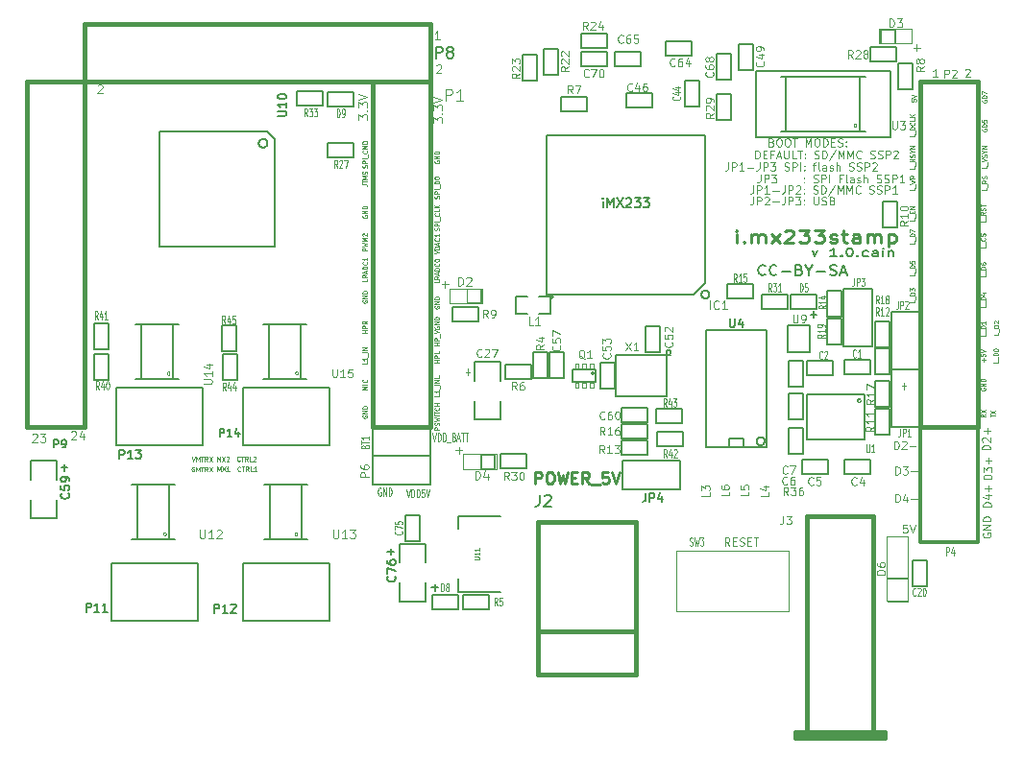
<source format=gto>
G04 (created by PCBNEW-RS274X (2011-05-31)-stable) date Thu 06 Oct 2011 09:01:40 AM COT*
G01*
G70*
G90*
%MOIN*%
G04 Gerber Fmt 3.4, Leading zero omitted, Abs format*
%FSLAX34Y34*%
G04 APERTURE LIST*
%ADD10C,0.006000*%
%ADD11C,0.006900*%
%ADD12C,0.003900*%
%ADD13C,0.003500*%
%ADD14C,0.009900*%
%ADD15C,0.007900*%
%ADD16C,0.004500*%
%ADD17C,0.008000*%
%ADD18C,0.007800*%
%ADD19C,0.000100*%
%ADD20C,0.005000*%
%ADD21C,0.015000*%
%ADD22C,0.001000*%
%ADD23C,0.012000*%
%ADD24C,0.002600*%
%ADD25C,0.004700*%
%ADD26C,0.002000*%
%ADD27C,0.004300*%
%ADD28C,0.004000*%
%ADD29C,0.005900*%
%ADD30C,0.010000*%
%ADD31C,0.007500*%
G04 APERTURE END LIST*
G54D10*
G54D11*
X35216Y-49399D02*
X35426Y-49399D01*
X35321Y-49504D02*
X35321Y-49293D01*
X46527Y-52309D02*
X46737Y-52309D01*
X46632Y-52414D02*
X46632Y-52203D01*
X48059Y-53565D02*
X48269Y-53565D01*
X48164Y-53670D02*
X48164Y-53459D01*
X61196Y-44069D02*
X61406Y-44069D01*
X61301Y-44174D02*
X61301Y-43963D01*
G54D12*
X67442Y-47633D02*
X67442Y-47543D01*
X67599Y-47588D02*
X67442Y-47588D01*
X67442Y-47506D02*
X67599Y-47401D01*
X67442Y-47401D02*
X67599Y-47506D01*
X67711Y-45672D02*
X67711Y-45747D01*
X67554Y-45747D01*
X67726Y-45657D02*
X67726Y-45537D01*
X67711Y-45500D02*
X67554Y-45500D01*
X67554Y-45462D01*
X67562Y-45440D01*
X67576Y-45425D01*
X67591Y-45417D01*
X67621Y-45410D01*
X67644Y-45410D01*
X67674Y-45417D01*
X67689Y-45425D01*
X67704Y-45440D01*
X67711Y-45462D01*
X67711Y-45500D01*
X67554Y-45313D02*
X67554Y-45298D01*
X67562Y-45283D01*
X67569Y-45275D01*
X67584Y-45268D01*
X67614Y-45260D01*
X67651Y-45260D01*
X67681Y-45268D01*
X67696Y-45275D01*
X67704Y-45283D01*
X67711Y-45298D01*
X67711Y-45313D01*
X67704Y-45328D01*
X67696Y-45335D01*
X67681Y-45343D01*
X67651Y-45350D01*
X67614Y-45350D01*
X67584Y-45343D01*
X67569Y-45335D01*
X67562Y-45328D01*
X67554Y-45313D01*
X67727Y-44711D02*
X67727Y-44786D01*
X67570Y-44786D01*
X67742Y-44696D02*
X67742Y-44576D01*
X67727Y-44539D02*
X67570Y-44539D01*
X67570Y-44501D01*
X67578Y-44479D01*
X67592Y-44464D01*
X67607Y-44456D01*
X67637Y-44449D01*
X67660Y-44449D01*
X67690Y-44456D01*
X67705Y-44464D01*
X67720Y-44479D01*
X67727Y-44501D01*
X67727Y-44539D01*
X67585Y-44389D02*
X67578Y-44382D01*
X67570Y-44367D01*
X67570Y-44329D01*
X67578Y-44314D01*
X67585Y-44307D01*
X67600Y-44299D01*
X67615Y-44299D01*
X67637Y-44307D01*
X67727Y-44397D01*
X67727Y-44299D01*
X62739Y-37550D02*
X62724Y-37543D01*
X62716Y-37535D01*
X62709Y-37520D01*
X62709Y-37475D01*
X62716Y-37460D01*
X62724Y-37453D01*
X62739Y-37445D01*
X62761Y-37445D01*
X62776Y-37453D01*
X62784Y-37460D01*
X62791Y-37475D01*
X62791Y-37520D01*
X62784Y-37535D01*
X62776Y-37543D01*
X62761Y-37550D01*
X62739Y-37550D01*
X62877Y-47117D02*
X62862Y-47110D01*
X62854Y-47102D01*
X62847Y-47087D01*
X62847Y-47042D01*
X62854Y-47027D01*
X62862Y-47020D01*
X62877Y-47012D01*
X62899Y-47012D01*
X62914Y-47020D01*
X62922Y-47027D01*
X62929Y-47042D01*
X62929Y-47087D01*
X62922Y-47102D01*
X62914Y-47110D01*
X62899Y-47117D01*
X62877Y-47117D01*
X43338Y-51755D02*
X43323Y-51748D01*
X43315Y-51740D01*
X43308Y-51725D01*
X43308Y-51680D01*
X43315Y-51665D01*
X43323Y-51658D01*
X43338Y-51650D01*
X43360Y-51650D01*
X43375Y-51658D01*
X43383Y-51665D01*
X43390Y-51680D01*
X43390Y-51725D01*
X43383Y-51740D01*
X43375Y-51748D01*
X43360Y-51755D01*
X43338Y-51755D01*
X38909Y-46172D02*
X38894Y-46165D01*
X38886Y-46157D01*
X38879Y-46142D01*
X38879Y-46097D01*
X38886Y-46082D01*
X38894Y-46075D01*
X38909Y-46067D01*
X38931Y-46067D01*
X38946Y-46075D01*
X38954Y-46082D01*
X38961Y-46097D01*
X38961Y-46142D01*
X38954Y-46157D01*
X38946Y-46165D01*
X38931Y-46172D01*
X38909Y-46172D01*
X43353Y-46164D02*
X43338Y-46157D01*
X43330Y-46149D01*
X43323Y-46134D01*
X43323Y-46089D01*
X43330Y-46074D01*
X43338Y-46067D01*
X43353Y-46059D01*
X43375Y-46059D01*
X43390Y-46067D01*
X43398Y-46074D01*
X43405Y-46089D01*
X43405Y-46134D01*
X43398Y-46149D01*
X43390Y-46157D01*
X43375Y-46164D01*
X43353Y-46164D01*
X38783Y-51743D02*
X38768Y-51736D01*
X38760Y-51728D01*
X38753Y-51713D01*
X38753Y-51668D01*
X38760Y-51653D01*
X38768Y-51646D01*
X38783Y-51638D01*
X38805Y-51638D01*
X38820Y-51646D01*
X38828Y-51653D01*
X38835Y-51668D01*
X38835Y-51713D01*
X38828Y-51728D01*
X38820Y-51736D01*
X38805Y-51743D01*
X38783Y-51743D01*
G54D13*
X36470Y-36126D02*
X36484Y-36112D01*
X36513Y-36097D01*
X36584Y-36097D01*
X36613Y-36112D01*
X36627Y-36126D01*
X36642Y-36155D01*
X36642Y-36183D01*
X36627Y-36226D01*
X36456Y-36397D01*
X36642Y-36397D01*
X34201Y-48238D02*
X34215Y-48224D01*
X34244Y-48209D01*
X34315Y-48209D01*
X34344Y-48224D01*
X34358Y-48238D01*
X34373Y-48267D01*
X34373Y-48295D01*
X34358Y-48338D01*
X34187Y-48509D01*
X34373Y-48509D01*
X34473Y-48209D02*
X34659Y-48209D01*
X34559Y-48324D01*
X34601Y-48324D01*
X34630Y-48338D01*
X34644Y-48352D01*
X34659Y-48381D01*
X34659Y-48452D01*
X34644Y-48481D01*
X34630Y-48495D01*
X34601Y-48509D01*
X34516Y-48509D01*
X34487Y-48495D01*
X34473Y-48481D01*
X35551Y-48163D02*
X35565Y-48149D01*
X35594Y-48134D01*
X35665Y-48134D01*
X35694Y-48149D01*
X35708Y-48163D01*
X35723Y-48192D01*
X35723Y-48220D01*
X35708Y-48263D01*
X35537Y-48434D01*
X35723Y-48434D01*
X35980Y-48234D02*
X35980Y-48434D01*
X35909Y-48120D02*
X35837Y-48334D01*
X36023Y-48334D01*
X48223Y-35424D02*
X48237Y-35410D01*
X48266Y-35395D01*
X48337Y-35395D01*
X48366Y-35410D01*
X48380Y-35424D01*
X48395Y-35453D01*
X48395Y-35481D01*
X48380Y-35524D01*
X48209Y-35695D01*
X48395Y-35695D01*
X48340Y-34525D02*
X48168Y-34525D01*
X48254Y-34525D02*
X48254Y-34225D01*
X48225Y-34268D01*
X48197Y-34297D01*
X48168Y-34311D01*
G54D12*
X40616Y-49171D02*
X40616Y-49014D01*
X40669Y-49126D01*
X40721Y-49014D01*
X40721Y-49171D01*
X40780Y-49014D02*
X40885Y-49171D01*
X40885Y-49014D02*
X40780Y-49171D01*
X40938Y-49029D02*
X40945Y-49022D01*
X40960Y-49014D01*
X40998Y-49014D01*
X41013Y-49022D01*
X41020Y-49029D01*
X41028Y-49044D01*
X41028Y-49059D01*
X41020Y-49081D01*
X40930Y-49171D01*
X41028Y-49171D01*
X41401Y-49153D02*
X41394Y-49161D01*
X41371Y-49168D01*
X41356Y-49168D01*
X41334Y-49161D01*
X41319Y-49146D01*
X41311Y-49131D01*
X41304Y-49101D01*
X41304Y-49078D01*
X41311Y-49048D01*
X41319Y-49033D01*
X41334Y-49019D01*
X41356Y-49011D01*
X41371Y-49011D01*
X41394Y-49019D01*
X41401Y-49026D01*
X41446Y-49011D02*
X41536Y-49011D01*
X41491Y-49168D02*
X41491Y-49011D01*
X41678Y-49168D02*
X41626Y-49093D01*
X41588Y-49168D02*
X41588Y-49011D01*
X41648Y-49011D01*
X41663Y-49019D01*
X41671Y-49026D01*
X41678Y-49041D01*
X41678Y-49063D01*
X41671Y-49078D01*
X41663Y-49086D01*
X41648Y-49093D01*
X41588Y-49093D01*
X41820Y-49168D02*
X41745Y-49168D01*
X41745Y-49011D01*
X41865Y-49026D02*
X41872Y-49019D01*
X41887Y-49011D01*
X41925Y-49011D01*
X41940Y-49019D01*
X41947Y-49026D01*
X41955Y-49041D01*
X41955Y-49056D01*
X41947Y-49078D01*
X41857Y-49168D01*
X41955Y-49168D01*
X39734Y-49018D02*
X39786Y-49175D01*
X39839Y-49018D01*
X39891Y-49175D02*
X39891Y-49018D01*
X39944Y-49130D01*
X39996Y-49018D01*
X39996Y-49175D01*
X40048Y-49018D02*
X40138Y-49018D01*
X40093Y-49175D02*
X40093Y-49018D01*
X40280Y-49175D02*
X40228Y-49100D01*
X40190Y-49175D02*
X40190Y-49018D01*
X40250Y-49018D01*
X40265Y-49026D01*
X40273Y-49033D01*
X40280Y-49048D01*
X40280Y-49070D01*
X40273Y-49085D01*
X40265Y-49093D01*
X40250Y-49100D01*
X40190Y-49100D01*
X40332Y-49018D02*
X40437Y-49175D01*
X40437Y-49018D02*
X40332Y-49175D01*
X39817Y-49377D02*
X39802Y-49369D01*
X39779Y-49369D01*
X39757Y-49377D01*
X39742Y-49391D01*
X39734Y-49406D01*
X39727Y-49436D01*
X39727Y-49459D01*
X39734Y-49489D01*
X39742Y-49504D01*
X39757Y-49519D01*
X39779Y-49526D01*
X39794Y-49526D01*
X39817Y-49519D01*
X39824Y-49511D01*
X39824Y-49459D01*
X39794Y-49459D01*
X39891Y-49526D02*
X39891Y-49369D01*
X39944Y-49481D01*
X39996Y-49369D01*
X39996Y-49526D01*
X40048Y-49369D02*
X40138Y-49369D01*
X40093Y-49526D02*
X40093Y-49369D01*
X40280Y-49526D02*
X40228Y-49451D01*
X40190Y-49526D02*
X40190Y-49369D01*
X40250Y-49369D01*
X40265Y-49377D01*
X40273Y-49384D01*
X40280Y-49399D01*
X40280Y-49421D01*
X40273Y-49436D01*
X40265Y-49444D01*
X40250Y-49451D01*
X40190Y-49451D01*
X40332Y-49369D02*
X40437Y-49526D01*
X40437Y-49369D02*
X40332Y-49526D01*
X41420Y-49503D02*
X41413Y-49511D01*
X41390Y-49518D01*
X41375Y-49518D01*
X41353Y-49511D01*
X41338Y-49496D01*
X41330Y-49481D01*
X41323Y-49451D01*
X41323Y-49428D01*
X41330Y-49398D01*
X41338Y-49383D01*
X41353Y-49369D01*
X41375Y-49361D01*
X41390Y-49361D01*
X41413Y-49369D01*
X41420Y-49376D01*
X41465Y-49361D02*
X41555Y-49361D01*
X41510Y-49518D02*
X41510Y-49361D01*
X41697Y-49518D02*
X41645Y-49443D01*
X41607Y-49518D02*
X41607Y-49361D01*
X41667Y-49361D01*
X41682Y-49369D01*
X41690Y-49376D01*
X41697Y-49391D01*
X41697Y-49413D01*
X41690Y-49428D01*
X41682Y-49436D01*
X41667Y-49443D01*
X41607Y-49443D01*
X41839Y-49518D02*
X41764Y-49518D01*
X41764Y-49361D01*
X41974Y-49518D02*
X41884Y-49518D01*
X41929Y-49518D02*
X41929Y-49361D01*
X41914Y-49383D01*
X41899Y-49398D01*
X41884Y-49406D01*
X40628Y-49522D02*
X40628Y-49365D01*
X40681Y-49477D01*
X40733Y-49365D01*
X40733Y-49522D01*
X40792Y-49365D02*
X40897Y-49522D01*
X40897Y-49365D02*
X40792Y-49522D01*
X41040Y-49522D02*
X40950Y-49522D01*
X40995Y-49522D02*
X40995Y-49365D01*
X40980Y-49387D01*
X40965Y-49402D01*
X40950Y-49410D01*
X67437Y-48766D02*
X67161Y-48766D01*
X67161Y-48701D01*
X67174Y-48661D01*
X67200Y-48635D01*
X67226Y-48622D01*
X67279Y-48609D01*
X67318Y-48609D01*
X67371Y-48622D01*
X67397Y-48635D01*
X67424Y-48661D01*
X67437Y-48701D01*
X67437Y-48766D01*
X67187Y-48503D02*
X67174Y-48490D01*
X67161Y-48464D01*
X67161Y-48398D01*
X67174Y-48372D01*
X67187Y-48359D01*
X67213Y-48346D01*
X67240Y-48346D01*
X67279Y-48359D01*
X67437Y-48517D01*
X67437Y-48346D01*
X67332Y-48227D02*
X67332Y-48017D01*
X67437Y-48122D02*
X67226Y-48122D01*
G54D11*
X61264Y-41865D02*
X61358Y-42049D01*
X61452Y-41865D01*
X62108Y-42049D02*
X61883Y-42049D01*
X61996Y-42049D02*
X61996Y-41773D01*
X61958Y-41812D01*
X61921Y-41838D01*
X61883Y-41852D01*
X62277Y-42022D02*
X62296Y-42036D01*
X62277Y-42049D01*
X62258Y-42036D01*
X62277Y-42022D01*
X62277Y-42049D01*
X62540Y-41773D02*
X62577Y-41773D01*
X62615Y-41786D01*
X62634Y-41799D01*
X62652Y-41825D01*
X62671Y-41878D01*
X62671Y-41944D01*
X62652Y-41996D01*
X62634Y-42022D01*
X62615Y-42036D01*
X62577Y-42049D01*
X62540Y-42049D01*
X62502Y-42036D01*
X62484Y-42022D01*
X62465Y-41996D01*
X62446Y-41944D01*
X62446Y-41878D01*
X62465Y-41825D01*
X62484Y-41799D01*
X62502Y-41786D01*
X62540Y-41773D01*
X62840Y-42022D02*
X62859Y-42036D01*
X62840Y-42049D01*
X62821Y-42036D01*
X62840Y-42022D01*
X62840Y-42049D01*
X63197Y-42036D02*
X63159Y-42049D01*
X63084Y-42049D01*
X63047Y-42036D01*
X63028Y-42022D01*
X63009Y-41996D01*
X63009Y-41917D01*
X63028Y-41891D01*
X63047Y-41878D01*
X63084Y-41865D01*
X63159Y-41865D01*
X63197Y-41878D01*
X63535Y-42049D02*
X63535Y-41904D01*
X63516Y-41878D01*
X63478Y-41865D01*
X63403Y-41865D01*
X63366Y-41878D01*
X63535Y-42036D02*
X63497Y-42049D01*
X63403Y-42049D01*
X63366Y-42036D01*
X63347Y-42009D01*
X63347Y-41983D01*
X63366Y-41957D01*
X63403Y-41944D01*
X63497Y-41944D01*
X63535Y-41930D01*
X63722Y-42049D02*
X63722Y-41865D01*
X63722Y-41773D02*
X63703Y-41786D01*
X63722Y-41799D01*
X63741Y-41786D01*
X63722Y-41773D01*
X63722Y-41799D01*
X63910Y-41865D02*
X63910Y-42049D01*
X63910Y-41891D02*
X63929Y-41878D01*
X63966Y-41865D01*
X64022Y-41865D01*
X64060Y-41878D01*
X64079Y-41904D01*
X64079Y-42049D01*
G54D14*
X58634Y-41581D02*
X58634Y-41292D01*
X58634Y-41148D02*
X58608Y-41168D01*
X58634Y-41189D01*
X58660Y-41168D01*
X58634Y-41148D01*
X58634Y-41189D01*
X58896Y-41540D02*
X58922Y-41560D01*
X58896Y-41581D01*
X58870Y-41560D01*
X58896Y-41540D01*
X58896Y-41581D01*
X59158Y-41581D02*
X59158Y-41292D01*
X59158Y-41333D02*
X59184Y-41313D01*
X59237Y-41292D01*
X59316Y-41292D01*
X59368Y-41313D01*
X59394Y-41354D01*
X59394Y-41581D01*
X59394Y-41354D02*
X59421Y-41313D01*
X59473Y-41292D01*
X59552Y-41292D01*
X59604Y-41313D01*
X59630Y-41354D01*
X59630Y-41581D01*
X59841Y-41581D02*
X60129Y-41292D01*
X59841Y-41292D02*
X60129Y-41581D01*
X60313Y-41189D02*
X60339Y-41168D01*
X60392Y-41148D01*
X60523Y-41148D01*
X60575Y-41168D01*
X60602Y-41189D01*
X60628Y-41230D01*
X60628Y-41271D01*
X60602Y-41333D01*
X60287Y-41581D01*
X60628Y-41581D01*
X60812Y-41148D02*
X61153Y-41148D01*
X60969Y-41313D01*
X61048Y-41313D01*
X61100Y-41333D01*
X61127Y-41354D01*
X61153Y-41395D01*
X61153Y-41498D01*
X61127Y-41540D01*
X61100Y-41560D01*
X61048Y-41581D01*
X60890Y-41581D01*
X60838Y-41560D01*
X60812Y-41540D01*
X61337Y-41148D02*
X61678Y-41148D01*
X61494Y-41313D01*
X61573Y-41313D01*
X61625Y-41333D01*
X61652Y-41354D01*
X61678Y-41395D01*
X61678Y-41498D01*
X61652Y-41540D01*
X61625Y-41560D01*
X61573Y-41581D01*
X61415Y-41581D01*
X61363Y-41560D01*
X61337Y-41540D01*
X61888Y-41560D02*
X61940Y-41581D01*
X62045Y-41581D01*
X62098Y-41560D01*
X62124Y-41519D01*
X62124Y-41498D01*
X62098Y-41457D01*
X62045Y-41436D01*
X61967Y-41436D01*
X61914Y-41416D01*
X61888Y-41375D01*
X61888Y-41354D01*
X61914Y-41313D01*
X61967Y-41292D01*
X62045Y-41292D01*
X62098Y-41313D01*
X62281Y-41292D02*
X62491Y-41292D01*
X62360Y-41148D02*
X62360Y-41519D01*
X62386Y-41560D01*
X62439Y-41581D01*
X62491Y-41581D01*
X62911Y-41581D02*
X62911Y-41354D01*
X62885Y-41313D01*
X62833Y-41292D01*
X62728Y-41292D01*
X62675Y-41313D01*
X62911Y-41560D02*
X62859Y-41581D01*
X62728Y-41581D01*
X62675Y-41560D01*
X62649Y-41519D01*
X62649Y-41478D01*
X62675Y-41436D01*
X62728Y-41416D01*
X62859Y-41416D01*
X62911Y-41395D01*
X63174Y-41581D02*
X63174Y-41292D01*
X63174Y-41333D02*
X63200Y-41313D01*
X63253Y-41292D01*
X63332Y-41292D01*
X63384Y-41313D01*
X63410Y-41354D01*
X63410Y-41581D01*
X63410Y-41354D02*
X63437Y-41313D01*
X63489Y-41292D01*
X63568Y-41292D01*
X63620Y-41313D01*
X63646Y-41354D01*
X63646Y-41581D01*
X63909Y-41292D02*
X63909Y-41725D01*
X63909Y-41313D02*
X63962Y-41292D01*
X64067Y-41292D01*
X64119Y-41313D01*
X64145Y-41333D01*
X64172Y-41375D01*
X64172Y-41498D01*
X64145Y-41540D01*
X64119Y-41560D01*
X64067Y-41581D01*
X63962Y-41581D01*
X63909Y-41560D01*
G54D12*
X64818Y-43578D02*
X64818Y-43653D01*
X64661Y-43653D01*
X64833Y-43563D02*
X64833Y-43443D01*
X64818Y-43406D02*
X64661Y-43406D01*
X64661Y-43368D01*
X64669Y-43346D01*
X64683Y-43331D01*
X64698Y-43323D01*
X64728Y-43316D01*
X64751Y-43316D01*
X64781Y-43323D01*
X64796Y-43331D01*
X64811Y-43346D01*
X64818Y-43368D01*
X64818Y-43406D01*
X64661Y-43264D02*
X64661Y-43166D01*
X64721Y-43219D01*
X64721Y-43196D01*
X64728Y-43181D01*
X64736Y-43174D01*
X64751Y-43166D01*
X64788Y-43166D01*
X64803Y-43174D01*
X64811Y-43181D01*
X64818Y-43196D01*
X64818Y-43241D01*
X64811Y-43256D01*
X64803Y-43264D01*
X64818Y-42628D02*
X64818Y-42703D01*
X64661Y-42703D01*
X64833Y-42613D02*
X64833Y-42493D01*
X64818Y-42456D02*
X64661Y-42456D01*
X64661Y-42418D01*
X64669Y-42396D01*
X64683Y-42381D01*
X64698Y-42373D01*
X64728Y-42366D01*
X64751Y-42366D01*
X64781Y-42373D01*
X64796Y-42381D01*
X64811Y-42396D01*
X64818Y-42418D01*
X64818Y-42456D01*
X64661Y-42224D02*
X64661Y-42299D01*
X64736Y-42306D01*
X64728Y-42299D01*
X64721Y-42284D01*
X64721Y-42246D01*
X64728Y-42231D01*
X64736Y-42224D01*
X64751Y-42216D01*
X64788Y-42216D01*
X64803Y-42224D01*
X64811Y-42231D01*
X64818Y-42246D01*
X64818Y-42284D01*
X64811Y-42299D01*
X64803Y-42306D01*
X64818Y-41528D02*
X64818Y-41603D01*
X64661Y-41603D01*
X64833Y-41513D02*
X64833Y-41393D01*
X64818Y-41356D02*
X64661Y-41356D01*
X64661Y-41318D01*
X64669Y-41296D01*
X64683Y-41281D01*
X64698Y-41273D01*
X64728Y-41266D01*
X64751Y-41266D01*
X64781Y-41273D01*
X64796Y-41281D01*
X64811Y-41296D01*
X64818Y-41318D01*
X64818Y-41356D01*
X64661Y-41214D02*
X64661Y-41109D01*
X64818Y-41176D01*
X64818Y-40727D02*
X64818Y-40802D01*
X64661Y-40802D01*
X64833Y-40712D02*
X64833Y-40592D01*
X64736Y-40555D02*
X64736Y-40502D01*
X64818Y-40480D02*
X64818Y-40555D01*
X64661Y-40555D01*
X64661Y-40480D01*
X64818Y-40413D02*
X64661Y-40413D01*
X64818Y-40323D01*
X64661Y-40323D01*
X64818Y-39692D02*
X64818Y-39767D01*
X64661Y-39767D01*
X64833Y-39677D02*
X64833Y-39557D01*
X64661Y-39535D02*
X64818Y-39497D01*
X64706Y-39467D01*
X64818Y-39437D01*
X64661Y-39400D01*
X64818Y-39251D02*
X64743Y-39303D01*
X64818Y-39341D02*
X64661Y-39341D01*
X64661Y-39281D01*
X64669Y-39266D01*
X64676Y-39258D01*
X64691Y-39251D01*
X64713Y-39251D01*
X64728Y-39258D01*
X64736Y-39266D01*
X64743Y-39281D01*
X64743Y-39341D01*
X64818Y-38931D02*
X64818Y-39006D01*
X64661Y-39006D01*
X64833Y-38916D02*
X64833Y-38796D01*
X64818Y-38759D02*
X64661Y-38759D01*
X64736Y-38759D02*
X64736Y-38669D01*
X64818Y-38669D02*
X64661Y-38669D01*
X64811Y-38602D02*
X64818Y-38580D01*
X64818Y-38542D01*
X64811Y-38527D01*
X64803Y-38520D01*
X64788Y-38512D01*
X64773Y-38512D01*
X64758Y-38520D01*
X64751Y-38527D01*
X64743Y-38542D01*
X64736Y-38572D01*
X64728Y-38587D01*
X64721Y-38595D01*
X64706Y-38602D01*
X64691Y-38602D01*
X64676Y-38595D01*
X64669Y-38587D01*
X64661Y-38572D01*
X64661Y-38535D01*
X64669Y-38512D01*
X64743Y-38415D02*
X64818Y-38415D01*
X64661Y-38467D02*
X64743Y-38415D01*
X64661Y-38362D01*
X64818Y-38310D02*
X64661Y-38310D01*
X64818Y-38220D01*
X64661Y-38220D01*
X64818Y-37823D02*
X64818Y-37898D01*
X64661Y-37898D01*
X64833Y-37808D02*
X64833Y-37688D01*
X64818Y-37651D02*
X64661Y-37651D01*
X64661Y-37613D01*
X64669Y-37591D01*
X64683Y-37576D01*
X64698Y-37568D01*
X64728Y-37561D01*
X64751Y-37561D01*
X64781Y-37568D01*
X64796Y-37576D01*
X64811Y-37591D01*
X64818Y-37613D01*
X64818Y-37651D01*
X64803Y-37404D02*
X64811Y-37411D01*
X64818Y-37434D01*
X64818Y-37449D01*
X64811Y-37471D01*
X64796Y-37486D01*
X64781Y-37494D01*
X64751Y-37501D01*
X64728Y-37501D01*
X64698Y-37494D01*
X64683Y-37486D01*
X64669Y-37471D01*
X64661Y-37449D01*
X64661Y-37434D01*
X64669Y-37411D01*
X64676Y-37404D01*
X64818Y-37262D02*
X64818Y-37337D01*
X64661Y-37337D01*
X64818Y-37210D02*
X64661Y-37210D01*
X64818Y-37120D02*
X64728Y-37187D01*
X64661Y-37120D02*
X64751Y-37210D01*
X64711Y-36593D02*
X64711Y-36668D01*
X64786Y-36675D01*
X64778Y-36668D01*
X64771Y-36653D01*
X64771Y-36615D01*
X64778Y-36600D01*
X64786Y-36593D01*
X64801Y-36585D01*
X64838Y-36585D01*
X64853Y-36593D01*
X64861Y-36600D01*
X64868Y-36615D01*
X64868Y-36653D01*
X64861Y-36668D01*
X64853Y-36675D01*
X64711Y-36540D02*
X64868Y-36488D01*
X64711Y-36435D01*
X67169Y-36625D02*
X67161Y-36640D01*
X67161Y-36663D01*
X67169Y-36685D01*
X67183Y-36700D01*
X67198Y-36708D01*
X67228Y-36715D01*
X67251Y-36715D01*
X67281Y-36708D01*
X67296Y-36700D01*
X67311Y-36685D01*
X67318Y-36663D01*
X67318Y-36648D01*
X67311Y-36625D01*
X67303Y-36618D01*
X67251Y-36618D01*
X67251Y-36648D01*
X67318Y-36551D02*
X67161Y-36551D01*
X67161Y-36513D01*
X67169Y-36491D01*
X67183Y-36476D01*
X67198Y-36468D01*
X67228Y-36461D01*
X67251Y-36461D01*
X67281Y-36468D01*
X67296Y-36476D01*
X67311Y-36491D01*
X67318Y-36513D01*
X67318Y-36551D01*
X67161Y-36409D02*
X67161Y-36304D01*
X67318Y-36371D01*
X67169Y-37625D02*
X67161Y-37640D01*
X67161Y-37663D01*
X67169Y-37685D01*
X67183Y-37700D01*
X67198Y-37708D01*
X67228Y-37715D01*
X67251Y-37715D01*
X67281Y-37708D01*
X67296Y-37700D01*
X67311Y-37685D01*
X67318Y-37663D01*
X67318Y-37648D01*
X67311Y-37625D01*
X67303Y-37618D01*
X67251Y-37618D01*
X67251Y-37648D01*
X67318Y-37551D02*
X67161Y-37551D01*
X67161Y-37513D01*
X67169Y-37491D01*
X67183Y-37476D01*
X67198Y-37468D01*
X67228Y-37461D01*
X67251Y-37461D01*
X67281Y-37468D01*
X67296Y-37476D01*
X67311Y-37491D01*
X67318Y-37513D01*
X67318Y-37551D01*
X67161Y-37319D02*
X67161Y-37394D01*
X67236Y-37401D01*
X67228Y-37394D01*
X67221Y-37379D01*
X67221Y-37341D01*
X67228Y-37326D01*
X67236Y-37319D01*
X67251Y-37311D01*
X67288Y-37311D01*
X67303Y-37319D01*
X67311Y-37326D01*
X67318Y-37341D01*
X67318Y-37379D01*
X67311Y-37394D01*
X67303Y-37401D01*
X67318Y-38916D02*
X67318Y-38991D01*
X67161Y-38991D01*
X67333Y-38901D02*
X67333Y-38781D01*
X67161Y-38766D02*
X67318Y-38714D01*
X67161Y-38661D01*
X67311Y-38616D02*
X67318Y-38594D01*
X67318Y-38556D01*
X67311Y-38541D01*
X67303Y-38534D01*
X67288Y-38526D01*
X67273Y-38526D01*
X67258Y-38534D01*
X67251Y-38541D01*
X67243Y-38556D01*
X67236Y-38586D01*
X67228Y-38601D01*
X67221Y-38609D01*
X67206Y-38616D01*
X67191Y-38616D01*
X67176Y-38609D01*
X67169Y-38601D01*
X67161Y-38586D01*
X67161Y-38549D01*
X67169Y-38526D01*
X67243Y-38429D02*
X67318Y-38429D01*
X67161Y-38481D02*
X67243Y-38429D01*
X67161Y-38376D01*
X67318Y-38324D02*
X67161Y-38324D01*
X67318Y-38234D01*
X67161Y-38234D01*
X67318Y-39678D02*
X67318Y-39753D01*
X67161Y-39753D01*
X67333Y-39663D02*
X67333Y-39543D01*
X67318Y-39416D02*
X67243Y-39468D01*
X67318Y-39506D02*
X67161Y-39506D01*
X67161Y-39446D01*
X67169Y-39431D01*
X67176Y-39423D01*
X67191Y-39416D01*
X67213Y-39416D01*
X67228Y-39423D01*
X67236Y-39431D01*
X67243Y-39446D01*
X67243Y-39506D01*
X67311Y-39356D02*
X67318Y-39334D01*
X67318Y-39296D01*
X67311Y-39281D01*
X67303Y-39274D01*
X67288Y-39266D01*
X67273Y-39266D01*
X67258Y-39274D01*
X67251Y-39281D01*
X67243Y-39296D01*
X67236Y-39326D01*
X67228Y-39341D01*
X67221Y-39349D01*
X67206Y-39356D01*
X67191Y-39356D01*
X67176Y-39349D01*
X67169Y-39341D01*
X67161Y-39326D01*
X67161Y-39289D01*
X67169Y-39266D01*
X67268Y-40788D02*
X67268Y-40863D01*
X67111Y-40863D01*
X67283Y-40773D02*
X67283Y-40653D01*
X67268Y-40526D02*
X67193Y-40578D01*
X67268Y-40616D02*
X67111Y-40616D01*
X67111Y-40556D01*
X67119Y-40541D01*
X67126Y-40533D01*
X67141Y-40526D01*
X67163Y-40526D01*
X67178Y-40533D01*
X67186Y-40541D01*
X67193Y-40556D01*
X67193Y-40616D01*
X67261Y-40466D02*
X67268Y-40444D01*
X67268Y-40406D01*
X67261Y-40391D01*
X67253Y-40384D01*
X67238Y-40376D01*
X67223Y-40376D01*
X67208Y-40384D01*
X67201Y-40391D01*
X67193Y-40406D01*
X67186Y-40436D01*
X67178Y-40451D01*
X67171Y-40459D01*
X67156Y-40466D01*
X67141Y-40466D01*
X67126Y-40459D01*
X67119Y-40451D01*
X67111Y-40436D01*
X67111Y-40399D01*
X67119Y-40376D01*
X67111Y-40331D02*
X67111Y-40241D01*
X67268Y-40286D02*
X67111Y-40286D01*
X67268Y-41678D02*
X67268Y-41753D01*
X67111Y-41753D01*
X67283Y-41663D02*
X67283Y-41543D01*
X67253Y-41416D02*
X67261Y-41423D01*
X67268Y-41446D01*
X67268Y-41461D01*
X67261Y-41483D01*
X67246Y-41498D01*
X67231Y-41506D01*
X67201Y-41513D01*
X67178Y-41513D01*
X67148Y-41506D01*
X67133Y-41498D01*
X67119Y-41483D01*
X67111Y-41461D01*
X67111Y-41446D01*
X67119Y-41423D01*
X67126Y-41416D01*
X67261Y-41356D02*
X67268Y-41334D01*
X67268Y-41296D01*
X67261Y-41281D01*
X67253Y-41274D01*
X67238Y-41266D01*
X67223Y-41266D01*
X67208Y-41274D01*
X67201Y-41281D01*
X67193Y-41296D01*
X67186Y-41326D01*
X67178Y-41341D01*
X67171Y-41349D01*
X67156Y-41356D01*
X67141Y-41356D01*
X67126Y-41349D01*
X67119Y-41341D01*
X67111Y-41326D01*
X67111Y-41289D01*
X67119Y-41266D01*
X67268Y-42678D02*
X67268Y-42753D01*
X67111Y-42753D01*
X67283Y-42663D02*
X67283Y-42543D01*
X67268Y-42506D02*
X67111Y-42506D01*
X67111Y-42468D01*
X67119Y-42446D01*
X67133Y-42431D01*
X67148Y-42423D01*
X67178Y-42416D01*
X67201Y-42416D01*
X67231Y-42423D01*
X67246Y-42431D01*
X67261Y-42446D01*
X67268Y-42468D01*
X67268Y-42506D01*
X67111Y-42281D02*
X67111Y-42311D01*
X67119Y-42326D01*
X67126Y-42334D01*
X67148Y-42349D01*
X67178Y-42356D01*
X67238Y-42356D01*
X67253Y-42349D01*
X67261Y-42341D01*
X67268Y-42326D01*
X67268Y-42296D01*
X67261Y-42281D01*
X67253Y-42274D01*
X67238Y-42266D01*
X67201Y-42266D01*
X67186Y-42274D01*
X67178Y-42281D01*
X67171Y-42296D01*
X67171Y-42326D01*
X67178Y-42341D01*
X67186Y-42349D01*
X67201Y-42356D01*
X67268Y-43728D02*
X67268Y-43803D01*
X67111Y-43803D01*
X67283Y-43713D02*
X67283Y-43593D01*
X67268Y-43556D02*
X67111Y-43556D01*
X67111Y-43518D01*
X67119Y-43496D01*
X67133Y-43481D01*
X67148Y-43473D01*
X67178Y-43466D01*
X67201Y-43466D01*
X67231Y-43473D01*
X67246Y-43481D01*
X67261Y-43496D01*
X67268Y-43518D01*
X67268Y-43556D01*
X67163Y-43331D02*
X67268Y-43331D01*
X67104Y-43369D02*
X67216Y-43406D01*
X67216Y-43309D01*
X67268Y-44728D02*
X67268Y-44803D01*
X67111Y-44803D01*
X67283Y-44713D02*
X67283Y-44593D01*
X67268Y-44556D02*
X67111Y-44556D01*
X67111Y-44518D01*
X67119Y-44496D01*
X67133Y-44481D01*
X67148Y-44473D01*
X67178Y-44466D01*
X67201Y-44466D01*
X67231Y-44473D01*
X67246Y-44481D01*
X67261Y-44496D01*
X67268Y-44518D01*
X67268Y-44556D01*
X67268Y-44316D02*
X67268Y-44406D01*
X67268Y-44361D02*
X67111Y-44361D01*
X67133Y-44376D01*
X67148Y-44391D01*
X67156Y-44406D01*
X67208Y-45715D02*
X67208Y-45595D01*
X67268Y-45655D02*
X67148Y-45655D01*
X67111Y-45446D02*
X67111Y-45521D01*
X67186Y-45528D01*
X67178Y-45521D01*
X67171Y-45506D01*
X67171Y-45468D01*
X67178Y-45453D01*
X67186Y-45446D01*
X67201Y-45438D01*
X67238Y-45438D01*
X67253Y-45446D01*
X67261Y-45453D01*
X67268Y-45468D01*
X67268Y-45506D01*
X67261Y-45521D01*
X67253Y-45528D01*
X67111Y-45393D02*
X67268Y-45341D01*
X67111Y-45288D01*
X67119Y-46632D02*
X67111Y-46647D01*
X67111Y-46670D01*
X67119Y-46692D01*
X67133Y-46707D01*
X67148Y-46715D01*
X67178Y-46722D01*
X67201Y-46722D01*
X67231Y-46715D01*
X67246Y-46707D01*
X67261Y-46692D01*
X67268Y-46670D01*
X67268Y-46655D01*
X67261Y-46632D01*
X67253Y-46625D01*
X67201Y-46625D01*
X67201Y-46655D01*
X67268Y-46558D02*
X67111Y-46558D01*
X67268Y-46468D01*
X67111Y-46468D01*
X67268Y-46394D02*
X67111Y-46394D01*
X67111Y-46356D01*
X67119Y-46334D01*
X67133Y-46319D01*
X67148Y-46311D01*
X67178Y-46304D01*
X67201Y-46304D01*
X67231Y-46311D01*
X67246Y-46319D01*
X67261Y-46334D01*
X67268Y-46356D01*
X67268Y-46394D01*
X48318Y-48077D02*
X48161Y-48077D01*
X48161Y-48017D01*
X48169Y-48002D01*
X48176Y-47994D01*
X48191Y-47987D01*
X48213Y-47987D01*
X48228Y-47994D01*
X48236Y-48002D01*
X48243Y-48017D01*
X48243Y-48077D01*
X48311Y-47927D02*
X48318Y-47905D01*
X48318Y-47867D01*
X48311Y-47852D01*
X48303Y-47845D01*
X48288Y-47837D01*
X48273Y-47837D01*
X48258Y-47845D01*
X48251Y-47852D01*
X48243Y-47867D01*
X48236Y-47897D01*
X48228Y-47912D01*
X48221Y-47920D01*
X48206Y-47927D01*
X48191Y-47927D01*
X48176Y-47920D01*
X48169Y-47912D01*
X48161Y-47897D01*
X48161Y-47860D01*
X48169Y-47837D01*
X48161Y-47785D02*
X48318Y-47747D01*
X48206Y-47717D01*
X48318Y-47687D01*
X48161Y-47650D01*
X48318Y-47591D02*
X48161Y-47591D01*
X48161Y-47538D02*
X48161Y-47448D01*
X48318Y-47493D02*
X48161Y-47493D01*
X48303Y-47306D02*
X48311Y-47313D01*
X48318Y-47336D01*
X48318Y-47351D01*
X48311Y-47373D01*
X48296Y-47388D01*
X48281Y-47396D01*
X48251Y-47403D01*
X48228Y-47403D01*
X48198Y-47396D01*
X48183Y-47388D01*
X48169Y-47373D01*
X48161Y-47351D01*
X48161Y-47336D01*
X48169Y-47313D01*
X48176Y-47306D01*
X48318Y-47239D02*
X48161Y-47239D01*
X48236Y-47239D02*
X48236Y-47149D01*
X48318Y-47149D02*
X48161Y-47149D01*
X48169Y-38732D02*
X48161Y-38747D01*
X48161Y-38770D01*
X48169Y-38792D01*
X48183Y-38807D01*
X48198Y-38815D01*
X48228Y-38822D01*
X48251Y-38822D01*
X48281Y-38815D01*
X48296Y-38807D01*
X48311Y-38792D01*
X48318Y-38770D01*
X48318Y-38755D01*
X48311Y-38732D01*
X48303Y-38725D01*
X48251Y-38725D01*
X48251Y-38755D01*
X48318Y-38658D02*
X48161Y-38658D01*
X48318Y-38568D01*
X48161Y-38568D01*
X48318Y-38494D02*
X48161Y-38494D01*
X48161Y-38456D01*
X48169Y-38434D01*
X48183Y-38419D01*
X48198Y-38411D01*
X48228Y-38404D01*
X48251Y-38404D01*
X48281Y-38411D01*
X48296Y-38419D01*
X48311Y-38434D01*
X48318Y-38456D01*
X48318Y-38494D01*
X48311Y-40037D02*
X48318Y-40015D01*
X48318Y-39977D01*
X48311Y-39962D01*
X48303Y-39955D01*
X48288Y-39947D01*
X48273Y-39947D01*
X48258Y-39955D01*
X48251Y-39962D01*
X48243Y-39977D01*
X48236Y-40007D01*
X48228Y-40022D01*
X48221Y-40030D01*
X48206Y-40037D01*
X48191Y-40037D01*
X48176Y-40030D01*
X48169Y-40022D01*
X48161Y-40007D01*
X48161Y-39970D01*
X48169Y-39947D01*
X48318Y-39880D02*
X48161Y-39880D01*
X48161Y-39820D01*
X48169Y-39805D01*
X48176Y-39797D01*
X48191Y-39790D01*
X48213Y-39790D01*
X48228Y-39797D01*
X48236Y-39805D01*
X48243Y-39820D01*
X48243Y-39880D01*
X48318Y-39723D02*
X48161Y-39723D01*
X48333Y-39685D02*
X48333Y-39565D01*
X48318Y-39528D02*
X48161Y-39528D01*
X48161Y-39490D01*
X48169Y-39468D01*
X48183Y-39453D01*
X48198Y-39445D01*
X48228Y-39438D01*
X48251Y-39438D01*
X48281Y-39445D01*
X48296Y-39453D01*
X48311Y-39468D01*
X48318Y-39490D01*
X48318Y-39528D01*
X48161Y-39341D02*
X48161Y-39326D01*
X48169Y-39311D01*
X48176Y-39303D01*
X48191Y-39296D01*
X48221Y-39288D01*
X48258Y-39288D01*
X48288Y-39296D01*
X48303Y-39303D01*
X48311Y-39311D01*
X48318Y-39326D01*
X48318Y-39341D01*
X48311Y-39356D01*
X48303Y-39363D01*
X48288Y-39371D01*
X48258Y-39378D01*
X48221Y-39378D01*
X48191Y-39371D01*
X48176Y-39363D01*
X48169Y-39356D01*
X48161Y-39341D01*
X48311Y-41154D02*
X48318Y-41132D01*
X48318Y-41094D01*
X48311Y-41079D01*
X48303Y-41072D01*
X48288Y-41064D01*
X48273Y-41064D01*
X48258Y-41072D01*
X48251Y-41079D01*
X48243Y-41094D01*
X48236Y-41124D01*
X48228Y-41139D01*
X48221Y-41147D01*
X48206Y-41154D01*
X48191Y-41154D01*
X48176Y-41147D01*
X48169Y-41139D01*
X48161Y-41124D01*
X48161Y-41087D01*
X48169Y-41064D01*
X48318Y-40997D02*
X48161Y-40997D01*
X48161Y-40937D01*
X48169Y-40922D01*
X48176Y-40914D01*
X48191Y-40907D01*
X48213Y-40907D01*
X48228Y-40914D01*
X48236Y-40922D01*
X48243Y-40937D01*
X48243Y-40997D01*
X48318Y-40840D02*
X48161Y-40840D01*
X48333Y-40802D02*
X48333Y-40682D01*
X48303Y-40555D02*
X48311Y-40562D01*
X48318Y-40585D01*
X48318Y-40600D01*
X48311Y-40622D01*
X48296Y-40637D01*
X48281Y-40645D01*
X48251Y-40652D01*
X48228Y-40652D01*
X48198Y-40645D01*
X48183Y-40637D01*
X48169Y-40622D01*
X48161Y-40600D01*
X48161Y-40585D01*
X48169Y-40562D01*
X48176Y-40555D01*
X48318Y-40413D02*
X48318Y-40488D01*
X48161Y-40488D01*
X48318Y-40361D02*
X48161Y-40361D01*
X48318Y-40271D02*
X48228Y-40338D01*
X48161Y-40271D02*
X48251Y-40361D01*
X48161Y-41965D02*
X48318Y-41913D01*
X48161Y-41860D01*
X48318Y-41808D02*
X48161Y-41808D01*
X48161Y-41770D01*
X48169Y-41748D01*
X48183Y-41733D01*
X48198Y-41725D01*
X48228Y-41718D01*
X48251Y-41718D01*
X48281Y-41725D01*
X48296Y-41733D01*
X48311Y-41748D01*
X48318Y-41770D01*
X48318Y-41808D01*
X48273Y-41658D02*
X48273Y-41583D01*
X48318Y-41673D02*
X48161Y-41621D01*
X48318Y-41568D01*
X48303Y-41426D02*
X48311Y-41433D01*
X48318Y-41456D01*
X48318Y-41471D01*
X48311Y-41493D01*
X48296Y-41508D01*
X48281Y-41516D01*
X48251Y-41523D01*
X48228Y-41523D01*
X48198Y-41516D01*
X48183Y-41508D01*
X48169Y-41493D01*
X48161Y-41471D01*
X48161Y-41456D01*
X48169Y-41433D01*
X48176Y-41426D01*
X48318Y-41276D02*
X48318Y-41366D01*
X48318Y-41321D02*
X48161Y-41321D01*
X48183Y-41336D01*
X48198Y-41351D01*
X48206Y-41366D01*
X48318Y-42892D02*
X48318Y-42967D01*
X48161Y-42967D01*
X48318Y-42750D02*
X48243Y-42802D01*
X48318Y-42840D02*
X48161Y-42840D01*
X48161Y-42780D01*
X48169Y-42765D01*
X48176Y-42757D01*
X48191Y-42750D01*
X48213Y-42750D01*
X48228Y-42757D01*
X48236Y-42765D01*
X48243Y-42780D01*
X48243Y-42840D01*
X48273Y-42690D02*
X48273Y-42615D01*
X48318Y-42705D02*
X48161Y-42653D01*
X48318Y-42600D01*
X48318Y-42548D02*
X48161Y-42548D01*
X48161Y-42510D01*
X48169Y-42488D01*
X48183Y-42473D01*
X48198Y-42465D01*
X48228Y-42458D01*
X48251Y-42458D01*
X48281Y-42465D01*
X48296Y-42473D01*
X48311Y-42488D01*
X48318Y-42510D01*
X48318Y-42548D01*
X48303Y-42301D02*
X48311Y-42308D01*
X48318Y-42331D01*
X48318Y-42346D01*
X48311Y-42368D01*
X48296Y-42383D01*
X48281Y-42391D01*
X48251Y-42398D01*
X48228Y-42398D01*
X48198Y-42391D01*
X48183Y-42383D01*
X48169Y-42368D01*
X48161Y-42346D01*
X48161Y-42331D01*
X48169Y-42308D01*
X48176Y-42301D01*
X48161Y-42204D02*
X48161Y-42189D01*
X48169Y-42174D01*
X48176Y-42166D01*
X48191Y-42159D01*
X48221Y-42151D01*
X48258Y-42151D01*
X48288Y-42159D01*
X48303Y-42166D01*
X48311Y-42174D01*
X48318Y-42189D01*
X48318Y-42204D01*
X48311Y-42219D01*
X48303Y-42226D01*
X48288Y-42234D01*
X48258Y-42241D01*
X48221Y-42241D01*
X48191Y-42234D01*
X48176Y-42226D01*
X48169Y-42219D01*
X48161Y-42204D01*
X48169Y-43782D02*
X48161Y-43797D01*
X48161Y-43820D01*
X48169Y-43842D01*
X48183Y-43857D01*
X48198Y-43865D01*
X48228Y-43872D01*
X48251Y-43872D01*
X48281Y-43865D01*
X48296Y-43857D01*
X48311Y-43842D01*
X48318Y-43820D01*
X48318Y-43805D01*
X48311Y-43782D01*
X48303Y-43775D01*
X48251Y-43775D01*
X48251Y-43805D01*
X48318Y-43708D02*
X48161Y-43708D01*
X48318Y-43618D01*
X48161Y-43618D01*
X48318Y-43544D02*
X48161Y-43544D01*
X48161Y-43506D01*
X48169Y-43484D01*
X48183Y-43469D01*
X48198Y-43461D01*
X48228Y-43454D01*
X48251Y-43454D01*
X48281Y-43461D01*
X48296Y-43469D01*
X48311Y-43484D01*
X48318Y-43506D01*
X48318Y-43544D01*
X48318Y-45153D02*
X48161Y-45153D01*
X48236Y-45153D02*
X48236Y-45063D01*
X48318Y-45063D02*
X48161Y-45063D01*
X48318Y-44989D02*
X48161Y-44989D01*
X48161Y-44929D01*
X48169Y-44914D01*
X48176Y-44906D01*
X48191Y-44899D01*
X48213Y-44899D01*
X48228Y-44906D01*
X48236Y-44914D01*
X48243Y-44929D01*
X48243Y-44989D01*
X48333Y-44869D02*
X48333Y-44749D01*
X48161Y-44734D02*
X48318Y-44682D01*
X48161Y-44629D01*
X48169Y-44494D02*
X48161Y-44509D01*
X48161Y-44532D01*
X48169Y-44554D01*
X48183Y-44569D01*
X48198Y-44577D01*
X48228Y-44584D01*
X48251Y-44584D01*
X48281Y-44577D01*
X48296Y-44569D01*
X48311Y-44554D01*
X48318Y-44532D01*
X48318Y-44517D01*
X48311Y-44494D01*
X48303Y-44487D01*
X48251Y-44487D01*
X48251Y-44517D01*
X48318Y-44420D02*
X48161Y-44420D01*
X48318Y-44330D01*
X48161Y-44330D01*
X48318Y-44256D02*
X48161Y-44256D01*
X48161Y-44218D01*
X48169Y-44196D01*
X48183Y-44181D01*
X48198Y-44173D01*
X48228Y-44166D01*
X48251Y-44166D01*
X48281Y-44173D01*
X48296Y-44181D01*
X48311Y-44196D01*
X48318Y-44218D01*
X48318Y-44256D01*
X48318Y-45750D02*
X48161Y-45750D01*
X48236Y-45750D02*
X48236Y-45660D01*
X48318Y-45660D02*
X48161Y-45660D01*
X48318Y-45586D02*
X48161Y-45586D01*
X48161Y-45526D01*
X48169Y-45511D01*
X48176Y-45503D01*
X48191Y-45496D01*
X48213Y-45496D01*
X48228Y-45503D01*
X48236Y-45511D01*
X48243Y-45526D01*
X48243Y-45586D01*
X48318Y-45354D02*
X48318Y-45429D01*
X48161Y-45429D01*
X48318Y-46832D02*
X48318Y-46907D01*
X48161Y-46907D01*
X48318Y-46697D02*
X48318Y-46787D01*
X48318Y-46742D02*
X48161Y-46742D01*
X48183Y-46757D01*
X48198Y-46772D01*
X48206Y-46787D01*
X48333Y-46667D02*
X48333Y-46547D01*
X48318Y-46510D02*
X48161Y-46510D01*
X48318Y-46435D02*
X48161Y-46435D01*
X48318Y-46345D01*
X48161Y-46345D01*
X48318Y-46196D02*
X48318Y-46271D01*
X48161Y-46271D01*
X45669Y-47582D02*
X45661Y-47597D01*
X45661Y-47620D01*
X45669Y-47642D01*
X45683Y-47657D01*
X45698Y-47665D01*
X45728Y-47672D01*
X45751Y-47672D01*
X45781Y-47665D01*
X45796Y-47657D01*
X45811Y-47642D01*
X45818Y-47620D01*
X45818Y-47605D01*
X45811Y-47582D01*
X45803Y-47575D01*
X45751Y-47575D01*
X45751Y-47605D01*
X45818Y-47508D02*
X45661Y-47508D01*
X45818Y-47418D01*
X45661Y-47418D01*
X45818Y-47344D02*
X45661Y-47344D01*
X45661Y-47306D01*
X45669Y-47284D01*
X45683Y-47269D01*
X45698Y-47261D01*
X45728Y-47254D01*
X45751Y-47254D01*
X45781Y-47261D01*
X45796Y-47269D01*
X45811Y-47284D01*
X45818Y-47306D01*
X45818Y-47344D01*
X45818Y-46681D02*
X45661Y-46681D01*
X45773Y-46628D01*
X45661Y-46576D01*
X45818Y-46576D01*
X45818Y-46502D02*
X45661Y-46502D01*
X45803Y-46337D02*
X45811Y-46344D01*
X45818Y-46367D01*
X45818Y-46382D01*
X45811Y-46404D01*
X45796Y-46419D01*
X45781Y-46427D01*
X45751Y-46434D01*
X45728Y-46434D01*
X45698Y-46427D01*
X45683Y-46419D01*
X45669Y-46404D01*
X45661Y-46382D01*
X45661Y-46367D01*
X45669Y-46344D01*
X45676Y-46337D01*
X45818Y-45719D02*
X45818Y-45794D01*
X45661Y-45794D01*
X45818Y-45584D02*
X45818Y-45674D01*
X45818Y-45629D02*
X45661Y-45629D01*
X45683Y-45644D01*
X45698Y-45659D01*
X45706Y-45674D01*
X45833Y-45554D02*
X45833Y-45434D01*
X45818Y-45397D02*
X45661Y-45397D01*
X45818Y-45322D02*
X45661Y-45322D01*
X45818Y-45232D01*
X45661Y-45232D01*
X45818Y-44715D02*
X45661Y-44715D01*
X45736Y-44715D02*
X45736Y-44625D01*
X45818Y-44625D02*
X45661Y-44625D01*
X45818Y-44551D02*
X45661Y-44551D01*
X45661Y-44491D01*
X45669Y-44476D01*
X45676Y-44468D01*
X45691Y-44461D01*
X45713Y-44461D01*
X45728Y-44468D01*
X45736Y-44476D01*
X45743Y-44491D01*
X45743Y-44551D01*
X45818Y-44304D02*
X45743Y-44356D01*
X45818Y-44394D02*
X45661Y-44394D01*
X45661Y-44334D01*
X45669Y-44319D01*
X45676Y-44311D01*
X45691Y-44304D01*
X45713Y-44304D01*
X45728Y-44311D01*
X45736Y-44319D01*
X45743Y-44334D01*
X45743Y-44394D01*
X45669Y-43582D02*
X45661Y-43597D01*
X45661Y-43620D01*
X45669Y-43642D01*
X45683Y-43657D01*
X45698Y-43665D01*
X45728Y-43672D01*
X45751Y-43672D01*
X45781Y-43665D01*
X45796Y-43657D01*
X45811Y-43642D01*
X45818Y-43620D01*
X45818Y-43605D01*
X45811Y-43582D01*
X45803Y-43575D01*
X45751Y-43575D01*
X45751Y-43605D01*
X45818Y-43508D02*
X45661Y-43508D01*
X45818Y-43418D01*
X45661Y-43418D01*
X45818Y-43344D02*
X45661Y-43344D01*
X45661Y-43306D01*
X45669Y-43284D01*
X45683Y-43269D01*
X45698Y-43261D01*
X45728Y-43254D01*
X45751Y-43254D01*
X45781Y-43261D01*
X45796Y-43269D01*
X45811Y-43284D01*
X45818Y-43306D01*
X45818Y-43344D01*
X45818Y-42842D02*
X45818Y-42917D01*
X45661Y-42917D01*
X45818Y-42700D02*
X45743Y-42752D01*
X45818Y-42790D02*
X45661Y-42790D01*
X45661Y-42730D01*
X45669Y-42715D01*
X45676Y-42707D01*
X45691Y-42700D01*
X45713Y-42700D01*
X45728Y-42707D01*
X45736Y-42715D01*
X45743Y-42730D01*
X45743Y-42790D01*
X45773Y-42640D02*
X45773Y-42565D01*
X45818Y-42655D02*
X45661Y-42603D01*
X45818Y-42550D01*
X45818Y-42498D02*
X45661Y-42498D01*
X45661Y-42460D01*
X45669Y-42438D01*
X45683Y-42423D01*
X45698Y-42415D01*
X45728Y-42408D01*
X45751Y-42408D01*
X45781Y-42415D01*
X45796Y-42423D01*
X45811Y-42438D01*
X45818Y-42460D01*
X45818Y-42498D01*
X45803Y-42251D02*
X45811Y-42258D01*
X45818Y-42281D01*
X45818Y-42296D01*
X45811Y-42318D01*
X45796Y-42333D01*
X45781Y-42341D01*
X45751Y-42348D01*
X45728Y-42348D01*
X45698Y-42341D01*
X45683Y-42333D01*
X45669Y-42318D01*
X45661Y-42296D01*
X45661Y-42281D01*
X45669Y-42258D01*
X45676Y-42251D01*
X45818Y-42101D02*
X45818Y-42191D01*
X45818Y-42146D02*
X45661Y-42146D01*
X45683Y-42161D01*
X45698Y-42176D01*
X45706Y-42191D01*
X45818Y-41858D02*
X45661Y-41858D01*
X45661Y-41798D01*
X45669Y-41783D01*
X45676Y-41775D01*
X45691Y-41768D01*
X45713Y-41768D01*
X45728Y-41775D01*
X45736Y-41783D01*
X45743Y-41798D01*
X45743Y-41858D01*
X45661Y-41716D02*
X45818Y-41678D01*
X45706Y-41648D01*
X45818Y-41618D01*
X45661Y-41581D01*
X45818Y-41522D02*
X45661Y-41522D01*
X45773Y-41469D01*
X45661Y-41417D01*
X45818Y-41417D01*
X45676Y-41350D02*
X45669Y-41343D01*
X45661Y-41328D01*
X45661Y-41290D01*
X45669Y-41275D01*
X45676Y-41268D01*
X45691Y-41260D01*
X45706Y-41260D01*
X45728Y-41268D01*
X45818Y-41358D01*
X45818Y-41260D01*
X45669Y-40632D02*
X45661Y-40647D01*
X45661Y-40670D01*
X45669Y-40692D01*
X45683Y-40707D01*
X45698Y-40715D01*
X45728Y-40722D01*
X45751Y-40722D01*
X45781Y-40715D01*
X45796Y-40707D01*
X45811Y-40692D01*
X45818Y-40670D01*
X45818Y-40655D01*
X45811Y-40632D01*
X45803Y-40625D01*
X45751Y-40625D01*
X45751Y-40655D01*
X45818Y-40558D02*
X45661Y-40558D01*
X45818Y-40468D01*
X45661Y-40468D01*
X45818Y-40394D02*
X45661Y-40394D01*
X45661Y-40356D01*
X45669Y-40334D01*
X45683Y-40319D01*
X45698Y-40311D01*
X45728Y-40304D01*
X45751Y-40304D01*
X45781Y-40311D01*
X45796Y-40319D01*
X45811Y-40334D01*
X45818Y-40356D01*
X45818Y-40394D01*
X45661Y-39565D02*
X45773Y-39565D01*
X45796Y-39572D01*
X45811Y-39587D01*
X45818Y-39610D01*
X45818Y-39625D01*
X45661Y-39512D02*
X45661Y-39422D01*
X45818Y-39467D02*
X45661Y-39467D01*
X45818Y-39370D02*
X45661Y-39370D01*
X45773Y-39317D01*
X45661Y-39265D01*
X45818Y-39265D01*
X45811Y-39198D02*
X45818Y-39176D01*
X45818Y-39138D01*
X45811Y-39123D01*
X45803Y-39116D01*
X45788Y-39108D01*
X45773Y-39108D01*
X45758Y-39116D01*
X45751Y-39123D01*
X45743Y-39138D01*
X45736Y-39168D01*
X45728Y-39183D01*
X45721Y-39191D01*
X45706Y-39198D01*
X45691Y-39198D01*
X45676Y-39191D01*
X45669Y-39183D01*
X45661Y-39168D01*
X45661Y-39131D01*
X45669Y-39108D01*
X45811Y-38980D02*
X45818Y-38958D01*
X45818Y-38920D01*
X45811Y-38905D01*
X45803Y-38898D01*
X45788Y-38890D01*
X45773Y-38890D01*
X45758Y-38898D01*
X45751Y-38905D01*
X45743Y-38920D01*
X45736Y-38950D01*
X45728Y-38965D01*
X45721Y-38973D01*
X45706Y-38980D01*
X45691Y-38980D01*
X45676Y-38973D01*
X45669Y-38965D01*
X45661Y-38950D01*
X45661Y-38913D01*
X45669Y-38890D01*
X45818Y-38823D02*
X45661Y-38823D01*
X45661Y-38763D01*
X45669Y-38748D01*
X45676Y-38740D01*
X45691Y-38733D01*
X45713Y-38733D01*
X45728Y-38740D01*
X45736Y-38748D01*
X45743Y-38763D01*
X45743Y-38823D01*
X45818Y-38666D02*
X45661Y-38666D01*
X45833Y-38628D02*
X45833Y-38508D01*
X45803Y-38381D02*
X45811Y-38388D01*
X45818Y-38411D01*
X45818Y-38426D01*
X45811Y-38448D01*
X45796Y-38463D01*
X45781Y-38471D01*
X45751Y-38478D01*
X45728Y-38478D01*
X45698Y-38471D01*
X45683Y-38463D01*
X45669Y-38448D01*
X45661Y-38426D01*
X45661Y-38411D01*
X45669Y-38388D01*
X45676Y-38381D01*
X45818Y-38314D02*
X45661Y-38314D01*
X45773Y-38261D01*
X45661Y-38209D01*
X45818Y-38209D01*
X45818Y-38135D02*
X45661Y-38135D01*
X45661Y-38097D01*
X45669Y-38075D01*
X45683Y-38060D01*
X45698Y-38052D01*
X45728Y-38045D01*
X45751Y-38045D01*
X45781Y-38052D01*
X45796Y-38060D01*
X45811Y-38075D01*
X45818Y-38097D01*
X45818Y-38135D01*
G54D15*
X59633Y-42677D02*
X59614Y-42693D01*
X59558Y-42710D01*
X59520Y-42710D01*
X59464Y-42693D01*
X59427Y-42660D01*
X59408Y-42626D01*
X59389Y-42559D01*
X59389Y-42508D01*
X59408Y-42441D01*
X59427Y-42407D01*
X59464Y-42373D01*
X59520Y-42356D01*
X59558Y-42356D01*
X59614Y-42373D01*
X59633Y-42390D01*
X60027Y-42677D02*
X60008Y-42693D01*
X59952Y-42710D01*
X59914Y-42710D01*
X59858Y-42693D01*
X59821Y-42660D01*
X59802Y-42626D01*
X59783Y-42559D01*
X59783Y-42508D01*
X59802Y-42441D01*
X59821Y-42407D01*
X59858Y-42373D01*
X59914Y-42356D01*
X59952Y-42356D01*
X60008Y-42373D01*
X60027Y-42390D01*
X60196Y-42575D02*
X60496Y-42575D01*
X60815Y-42525D02*
X60871Y-42542D01*
X60890Y-42559D01*
X60909Y-42592D01*
X60909Y-42643D01*
X60890Y-42677D01*
X60871Y-42693D01*
X60834Y-42710D01*
X60684Y-42710D01*
X60684Y-42356D01*
X60815Y-42356D01*
X60853Y-42373D01*
X60871Y-42390D01*
X60890Y-42424D01*
X60890Y-42457D01*
X60871Y-42491D01*
X60853Y-42508D01*
X60815Y-42525D01*
X60684Y-42525D01*
X61153Y-42542D02*
X61153Y-42710D01*
X61022Y-42356D02*
X61153Y-42542D01*
X61284Y-42356D01*
X61416Y-42575D02*
X61716Y-42575D01*
X61885Y-42693D02*
X61941Y-42710D01*
X62035Y-42710D01*
X62073Y-42693D01*
X62091Y-42677D01*
X62110Y-42643D01*
X62110Y-42609D01*
X62091Y-42575D01*
X62073Y-42559D01*
X62035Y-42542D01*
X61960Y-42525D01*
X61923Y-42508D01*
X61904Y-42491D01*
X61885Y-42457D01*
X61885Y-42424D01*
X61904Y-42390D01*
X61923Y-42373D01*
X61960Y-42356D01*
X62054Y-42356D01*
X62110Y-42373D01*
X62260Y-42609D02*
X62448Y-42609D01*
X62223Y-42710D02*
X62354Y-42356D01*
X62485Y-42710D01*
G54D16*
X59287Y-38656D02*
X59287Y-38376D01*
X59352Y-38376D01*
X59392Y-38390D01*
X59418Y-38416D01*
X59431Y-38443D01*
X59444Y-38496D01*
X59444Y-38536D01*
X59431Y-38590D01*
X59418Y-38616D01*
X59392Y-38643D01*
X59352Y-38656D01*
X59287Y-38656D01*
X59563Y-38510D02*
X59655Y-38510D01*
X59694Y-38656D02*
X59563Y-38656D01*
X59563Y-38376D01*
X59694Y-38376D01*
X59905Y-38510D02*
X59813Y-38510D01*
X59813Y-38656D02*
X59813Y-38376D01*
X59944Y-38376D01*
X60037Y-38576D02*
X60168Y-38576D01*
X60010Y-38656D02*
X60102Y-38376D01*
X60194Y-38656D01*
X60287Y-38376D02*
X60287Y-38603D01*
X60300Y-38630D01*
X60313Y-38643D01*
X60339Y-38656D01*
X60392Y-38656D01*
X60418Y-38643D01*
X60431Y-38630D01*
X60444Y-38603D01*
X60444Y-38376D01*
X60707Y-38656D02*
X60576Y-38656D01*
X60576Y-38376D01*
X60759Y-38376D02*
X60917Y-38376D01*
X60838Y-38656D02*
X60838Y-38376D01*
X61009Y-38630D02*
X61022Y-38643D01*
X61009Y-38656D01*
X60996Y-38643D01*
X61009Y-38630D01*
X61009Y-38656D01*
X61009Y-38483D02*
X61022Y-38496D01*
X61009Y-38510D01*
X60996Y-38496D01*
X61009Y-38483D01*
X61009Y-38510D01*
X61337Y-38643D02*
X61376Y-38656D01*
X61442Y-38656D01*
X61468Y-38643D01*
X61481Y-38630D01*
X61494Y-38603D01*
X61494Y-38576D01*
X61481Y-38550D01*
X61468Y-38536D01*
X61442Y-38523D01*
X61389Y-38510D01*
X61363Y-38496D01*
X61350Y-38483D01*
X61337Y-38456D01*
X61337Y-38430D01*
X61350Y-38403D01*
X61363Y-38390D01*
X61389Y-38376D01*
X61455Y-38376D01*
X61494Y-38390D01*
X61613Y-38656D02*
X61613Y-38376D01*
X61678Y-38376D01*
X61718Y-38390D01*
X61744Y-38416D01*
X61757Y-38443D01*
X61770Y-38496D01*
X61770Y-38536D01*
X61757Y-38590D01*
X61744Y-38616D01*
X61718Y-38643D01*
X61678Y-38656D01*
X61613Y-38656D01*
X62086Y-38363D02*
X61849Y-38723D01*
X62178Y-38656D02*
X62178Y-38376D01*
X62270Y-38576D01*
X62362Y-38376D01*
X62362Y-38656D01*
X62493Y-38656D02*
X62493Y-38376D01*
X62585Y-38576D01*
X62677Y-38376D01*
X62677Y-38656D01*
X62965Y-38630D02*
X62952Y-38643D01*
X62913Y-38656D01*
X62887Y-38656D01*
X62847Y-38643D01*
X62821Y-38616D01*
X62808Y-38590D01*
X62795Y-38536D01*
X62795Y-38496D01*
X62808Y-38443D01*
X62821Y-38416D01*
X62847Y-38390D01*
X62887Y-38376D01*
X62913Y-38376D01*
X62952Y-38390D01*
X62965Y-38403D01*
X63281Y-38643D02*
X63320Y-38656D01*
X63386Y-38656D01*
X63412Y-38643D01*
X63425Y-38630D01*
X63438Y-38603D01*
X63438Y-38576D01*
X63425Y-38550D01*
X63412Y-38536D01*
X63386Y-38523D01*
X63333Y-38510D01*
X63307Y-38496D01*
X63294Y-38483D01*
X63281Y-38456D01*
X63281Y-38430D01*
X63294Y-38403D01*
X63307Y-38390D01*
X63333Y-38376D01*
X63399Y-38376D01*
X63438Y-38390D01*
X63544Y-38643D02*
X63583Y-38656D01*
X63649Y-38656D01*
X63675Y-38643D01*
X63688Y-38630D01*
X63701Y-38603D01*
X63701Y-38576D01*
X63688Y-38550D01*
X63675Y-38536D01*
X63649Y-38523D01*
X63596Y-38510D01*
X63570Y-38496D01*
X63557Y-38483D01*
X63544Y-38456D01*
X63544Y-38430D01*
X63557Y-38403D01*
X63570Y-38390D01*
X63596Y-38376D01*
X63662Y-38376D01*
X63701Y-38390D01*
X63820Y-38656D02*
X63820Y-38376D01*
X63925Y-38376D01*
X63951Y-38390D01*
X63964Y-38403D01*
X63977Y-38430D01*
X63977Y-38470D01*
X63964Y-38496D01*
X63951Y-38510D01*
X63925Y-38523D01*
X63820Y-38523D01*
X64083Y-38403D02*
X64096Y-38390D01*
X64122Y-38376D01*
X64188Y-38376D01*
X64214Y-38390D01*
X64227Y-38403D01*
X64240Y-38430D01*
X64240Y-38456D01*
X64227Y-38496D01*
X64069Y-38656D01*
X64240Y-38656D01*
X59216Y-39987D02*
X59216Y-40187D01*
X59202Y-40227D01*
X59176Y-40254D01*
X59137Y-40267D01*
X59110Y-40267D01*
X59347Y-40267D02*
X59347Y-39987D01*
X59452Y-39987D01*
X59478Y-40001D01*
X59491Y-40014D01*
X59504Y-40041D01*
X59504Y-40081D01*
X59491Y-40107D01*
X59478Y-40121D01*
X59452Y-40134D01*
X59347Y-40134D01*
X59610Y-40014D02*
X59623Y-40001D01*
X59649Y-39987D01*
X59715Y-39987D01*
X59741Y-40001D01*
X59754Y-40014D01*
X59767Y-40041D01*
X59767Y-40067D01*
X59754Y-40107D01*
X59596Y-40267D01*
X59767Y-40267D01*
X59886Y-40161D02*
X60096Y-40161D01*
X60307Y-39987D02*
X60307Y-40187D01*
X60293Y-40227D01*
X60267Y-40254D01*
X60228Y-40267D01*
X60201Y-40267D01*
X60438Y-40267D02*
X60438Y-39987D01*
X60543Y-39987D01*
X60569Y-40001D01*
X60582Y-40014D01*
X60595Y-40041D01*
X60595Y-40081D01*
X60582Y-40107D01*
X60569Y-40121D01*
X60543Y-40134D01*
X60438Y-40134D01*
X60687Y-39987D02*
X60858Y-39987D01*
X60766Y-40094D01*
X60806Y-40094D01*
X60832Y-40107D01*
X60845Y-40121D01*
X60858Y-40147D01*
X60858Y-40214D01*
X60845Y-40241D01*
X60832Y-40254D01*
X60806Y-40267D01*
X60727Y-40267D01*
X60701Y-40254D01*
X60687Y-40241D01*
X60977Y-40241D02*
X60990Y-40254D01*
X60977Y-40267D01*
X60964Y-40254D01*
X60977Y-40241D01*
X60977Y-40267D01*
X60977Y-40094D02*
X60990Y-40107D01*
X60977Y-40121D01*
X60964Y-40107D01*
X60977Y-40094D01*
X60977Y-40121D01*
X61318Y-39987D02*
X61318Y-40214D01*
X61331Y-40241D01*
X61344Y-40254D01*
X61370Y-40267D01*
X61423Y-40267D01*
X61449Y-40254D01*
X61462Y-40241D01*
X61475Y-40214D01*
X61475Y-39987D01*
X61594Y-40254D02*
X61633Y-40267D01*
X61699Y-40267D01*
X61725Y-40254D01*
X61738Y-40241D01*
X61751Y-40214D01*
X61751Y-40187D01*
X61738Y-40161D01*
X61725Y-40147D01*
X61699Y-40134D01*
X61646Y-40121D01*
X61620Y-40107D01*
X61607Y-40094D01*
X61594Y-40067D01*
X61594Y-40041D01*
X61607Y-40014D01*
X61620Y-40001D01*
X61646Y-39987D01*
X61712Y-39987D01*
X61751Y-40001D01*
X61962Y-40121D02*
X62001Y-40134D01*
X62014Y-40147D01*
X62027Y-40174D01*
X62027Y-40214D01*
X62014Y-40241D01*
X62001Y-40254D01*
X61975Y-40267D01*
X61870Y-40267D01*
X61870Y-39987D01*
X61962Y-39987D01*
X61988Y-40001D01*
X62001Y-40014D01*
X62014Y-40041D01*
X62014Y-40067D01*
X62001Y-40094D01*
X61988Y-40107D01*
X61962Y-40121D01*
X61870Y-40121D01*
X59216Y-39597D02*
X59216Y-39797D01*
X59202Y-39837D01*
X59176Y-39864D01*
X59137Y-39877D01*
X59110Y-39877D01*
X59347Y-39877D02*
X59347Y-39597D01*
X59452Y-39597D01*
X59478Y-39611D01*
X59491Y-39624D01*
X59504Y-39651D01*
X59504Y-39691D01*
X59491Y-39717D01*
X59478Y-39731D01*
X59452Y-39744D01*
X59347Y-39744D01*
X59767Y-39877D02*
X59610Y-39877D01*
X59688Y-39877D02*
X59688Y-39597D01*
X59662Y-39637D01*
X59636Y-39664D01*
X59610Y-39677D01*
X59886Y-39771D02*
X60096Y-39771D01*
X60307Y-39597D02*
X60307Y-39797D01*
X60293Y-39837D01*
X60267Y-39864D01*
X60228Y-39877D01*
X60201Y-39877D01*
X60438Y-39877D02*
X60438Y-39597D01*
X60543Y-39597D01*
X60569Y-39611D01*
X60582Y-39624D01*
X60595Y-39651D01*
X60595Y-39691D01*
X60582Y-39717D01*
X60569Y-39731D01*
X60543Y-39744D01*
X60438Y-39744D01*
X60701Y-39624D02*
X60714Y-39611D01*
X60740Y-39597D01*
X60806Y-39597D01*
X60832Y-39611D01*
X60845Y-39624D01*
X60858Y-39651D01*
X60858Y-39677D01*
X60845Y-39717D01*
X60687Y-39877D01*
X60858Y-39877D01*
X60977Y-39851D02*
X60990Y-39864D01*
X60977Y-39877D01*
X60964Y-39864D01*
X60977Y-39851D01*
X60977Y-39877D01*
X60977Y-39704D02*
X60990Y-39717D01*
X60977Y-39731D01*
X60964Y-39717D01*
X60977Y-39704D01*
X60977Y-39731D01*
X61305Y-39864D02*
X61344Y-39877D01*
X61410Y-39877D01*
X61436Y-39864D01*
X61449Y-39851D01*
X61462Y-39824D01*
X61462Y-39797D01*
X61449Y-39771D01*
X61436Y-39757D01*
X61410Y-39744D01*
X61357Y-39731D01*
X61331Y-39717D01*
X61318Y-39704D01*
X61305Y-39677D01*
X61305Y-39651D01*
X61318Y-39624D01*
X61331Y-39611D01*
X61357Y-39597D01*
X61423Y-39597D01*
X61462Y-39611D01*
X61581Y-39877D02*
X61581Y-39597D01*
X61646Y-39597D01*
X61686Y-39611D01*
X61712Y-39637D01*
X61725Y-39664D01*
X61738Y-39717D01*
X61738Y-39757D01*
X61725Y-39811D01*
X61712Y-39837D01*
X61686Y-39864D01*
X61646Y-39877D01*
X61581Y-39877D01*
X62054Y-39584D02*
X61817Y-39944D01*
X62146Y-39877D02*
X62146Y-39597D01*
X62238Y-39797D01*
X62330Y-39597D01*
X62330Y-39877D01*
X62461Y-39877D02*
X62461Y-39597D01*
X62553Y-39797D01*
X62645Y-39597D01*
X62645Y-39877D01*
X62933Y-39851D02*
X62920Y-39864D01*
X62881Y-39877D01*
X62855Y-39877D01*
X62815Y-39864D01*
X62789Y-39837D01*
X62776Y-39811D01*
X62763Y-39757D01*
X62763Y-39717D01*
X62776Y-39664D01*
X62789Y-39637D01*
X62815Y-39611D01*
X62855Y-39597D01*
X62881Y-39597D01*
X62920Y-39611D01*
X62933Y-39624D01*
X63249Y-39864D02*
X63288Y-39877D01*
X63354Y-39877D01*
X63380Y-39864D01*
X63393Y-39851D01*
X63406Y-39824D01*
X63406Y-39797D01*
X63393Y-39771D01*
X63380Y-39757D01*
X63354Y-39744D01*
X63301Y-39731D01*
X63275Y-39717D01*
X63262Y-39704D01*
X63249Y-39677D01*
X63249Y-39651D01*
X63262Y-39624D01*
X63275Y-39611D01*
X63301Y-39597D01*
X63367Y-39597D01*
X63406Y-39611D01*
X63512Y-39864D02*
X63551Y-39877D01*
X63617Y-39877D01*
X63643Y-39864D01*
X63656Y-39851D01*
X63669Y-39824D01*
X63669Y-39797D01*
X63656Y-39771D01*
X63643Y-39757D01*
X63617Y-39744D01*
X63564Y-39731D01*
X63538Y-39717D01*
X63525Y-39704D01*
X63512Y-39677D01*
X63512Y-39651D01*
X63525Y-39624D01*
X63538Y-39611D01*
X63564Y-39597D01*
X63630Y-39597D01*
X63669Y-39611D01*
X63788Y-39877D02*
X63788Y-39597D01*
X63893Y-39597D01*
X63919Y-39611D01*
X63932Y-39624D01*
X63945Y-39651D01*
X63945Y-39691D01*
X63932Y-39717D01*
X63919Y-39731D01*
X63893Y-39744D01*
X63788Y-39744D01*
X64208Y-39877D02*
X64051Y-39877D01*
X64129Y-39877D02*
X64129Y-39597D01*
X64103Y-39637D01*
X64077Y-39664D01*
X64051Y-39677D01*
X59468Y-39215D02*
X59468Y-39415D01*
X59454Y-39455D01*
X59428Y-39482D01*
X59389Y-39495D01*
X59362Y-39495D01*
X59599Y-39495D02*
X59599Y-39215D01*
X59704Y-39215D01*
X59730Y-39229D01*
X59743Y-39242D01*
X59756Y-39269D01*
X59756Y-39309D01*
X59743Y-39335D01*
X59730Y-39349D01*
X59704Y-39362D01*
X59599Y-39362D01*
X59848Y-39215D02*
X60019Y-39215D01*
X59927Y-39322D01*
X59967Y-39322D01*
X59993Y-39335D01*
X60006Y-39349D01*
X60019Y-39375D01*
X60019Y-39442D01*
X60006Y-39469D01*
X59993Y-39482D01*
X59967Y-39495D01*
X59888Y-39495D01*
X59862Y-39482D01*
X59848Y-39469D01*
X60978Y-39469D02*
X60991Y-39482D01*
X60978Y-39495D01*
X60965Y-39482D01*
X60978Y-39469D01*
X60978Y-39495D01*
X60978Y-39322D02*
X60991Y-39335D01*
X60978Y-39349D01*
X60965Y-39335D01*
X60978Y-39322D01*
X60978Y-39349D01*
X61306Y-39482D02*
X61345Y-39495D01*
X61411Y-39495D01*
X61437Y-39482D01*
X61450Y-39469D01*
X61463Y-39442D01*
X61463Y-39415D01*
X61450Y-39389D01*
X61437Y-39375D01*
X61411Y-39362D01*
X61358Y-39349D01*
X61332Y-39335D01*
X61319Y-39322D01*
X61306Y-39295D01*
X61306Y-39269D01*
X61319Y-39242D01*
X61332Y-39229D01*
X61358Y-39215D01*
X61424Y-39215D01*
X61463Y-39229D01*
X61582Y-39495D02*
X61582Y-39215D01*
X61687Y-39215D01*
X61713Y-39229D01*
X61726Y-39242D01*
X61739Y-39269D01*
X61739Y-39309D01*
X61726Y-39335D01*
X61713Y-39349D01*
X61687Y-39362D01*
X61582Y-39362D01*
X61858Y-39495D02*
X61858Y-39215D01*
X62291Y-39349D02*
X62199Y-39349D01*
X62199Y-39495D02*
X62199Y-39215D01*
X62330Y-39215D01*
X62475Y-39495D02*
X62449Y-39482D01*
X62436Y-39455D01*
X62436Y-39215D01*
X62699Y-39495D02*
X62699Y-39349D01*
X62686Y-39322D01*
X62660Y-39309D01*
X62607Y-39309D01*
X62581Y-39322D01*
X62699Y-39482D02*
X62673Y-39495D01*
X62607Y-39495D01*
X62581Y-39482D01*
X62568Y-39455D01*
X62568Y-39429D01*
X62581Y-39402D01*
X62607Y-39389D01*
X62673Y-39389D01*
X62699Y-39375D01*
X62818Y-39482D02*
X62844Y-39495D01*
X62896Y-39495D01*
X62923Y-39482D01*
X62936Y-39455D01*
X62936Y-39442D01*
X62923Y-39415D01*
X62896Y-39402D01*
X62857Y-39402D01*
X62831Y-39389D01*
X62818Y-39362D01*
X62818Y-39349D01*
X62831Y-39322D01*
X62857Y-39309D01*
X62896Y-39309D01*
X62923Y-39322D01*
X63054Y-39495D02*
X63054Y-39215D01*
X63172Y-39495D02*
X63172Y-39349D01*
X63159Y-39322D01*
X63133Y-39309D01*
X63093Y-39309D01*
X63067Y-39322D01*
X63054Y-39335D01*
X63501Y-39482D02*
X63540Y-39495D01*
X63606Y-39495D01*
X63632Y-39482D01*
X63645Y-39469D01*
X63658Y-39442D01*
X63658Y-39415D01*
X63645Y-39389D01*
X63632Y-39375D01*
X63606Y-39362D01*
X63553Y-39349D01*
X63527Y-39335D01*
X63514Y-39322D01*
X63501Y-39295D01*
X63501Y-39269D01*
X63514Y-39242D01*
X63527Y-39229D01*
X63553Y-39215D01*
X63619Y-39215D01*
X63658Y-39229D01*
X63764Y-39482D02*
X63803Y-39495D01*
X63869Y-39495D01*
X63895Y-39482D01*
X63908Y-39469D01*
X63921Y-39442D01*
X63921Y-39415D01*
X63908Y-39389D01*
X63895Y-39375D01*
X63869Y-39362D01*
X63816Y-39349D01*
X63790Y-39335D01*
X63777Y-39322D01*
X63764Y-39295D01*
X63764Y-39269D01*
X63777Y-39242D01*
X63790Y-39229D01*
X63816Y-39215D01*
X63882Y-39215D01*
X63921Y-39229D01*
X64040Y-39495D02*
X64040Y-39215D01*
X64145Y-39215D01*
X64171Y-39229D01*
X64184Y-39242D01*
X64197Y-39269D01*
X64197Y-39309D01*
X64184Y-39335D01*
X64171Y-39349D01*
X64145Y-39362D01*
X64040Y-39362D01*
X64460Y-39495D02*
X64303Y-39495D01*
X64381Y-39495D02*
X64381Y-39215D01*
X64355Y-39255D01*
X64329Y-39282D01*
X64303Y-39295D01*
X58343Y-38794D02*
X58343Y-38994D01*
X58329Y-39034D01*
X58303Y-39061D01*
X58264Y-39074D01*
X58237Y-39074D01*
X58474Y-39074D02*
X58474Y-38794D01*
X58579Y-38794D01*
X58605Y-38808D01*
X58618Y-38821D01*
X58631Y-38848D01*
X58631Y-38888D01*
X58618Y-38914D01*
X58605Y-38928D01*
X58579Y-38941D01*
X58474Y-38941D01*
X58894Y-39074D02*
X58737Y-39074D01*
X58815Y-39074D02*
X58815Y-38794D01*
X58789Y-38834D01*
X58763Y-38861D01*
X58737Y-38874D01*
X59013Y-38968D02*
X59223Y-38968D01*
X59434Y-38794D02*
X59434Y-38994D01*
X59420Y-39034D01*
X59394Y-39061D01*
X59355Y-39074D01*
X59328Y-39074D01*
X59565Y-39074D02*
X59565Y-38794D01*
X59670Y-38794D01*
X59696Y-38808D01*
X59709Y-38821D01*
X59722Y-38848D01*
X59722Y-38888D01*
X59709Y-38914D01*
X59696Y-38928D01*
X59670Y-38941D01*
X59565Y-38941D01*
X59814Y-38794D02*
X59985Y-38794D01*
X59893Y-38901D01*
X59933Y-38901D01*
X59959Y-38914D01*
X59972Y-38928D01*
X59985Y-38954D01*
X59985Y-39021D01*
X59972Y-39048D01*
X59959Y-39061D01*
X59933Y-39074D01*
X59854Y-39074D01*
X59828Y-39061D01*
X59814Y-39048D01*
X60301Y-39061D02*
X60340Y-39074D01*
X60406Y-39074D01*
X60432Y-39061D01*
X60445Y-39048D01*
X60458Y-39021D01*
X60458Y-38994D01*
X60445Y-38968D01*
X60432Y-38954D01*
X60406Y-38941D01*
X60353Y-38928D01*
X60327Y-38914D01*
X60314Y-38901D01*
X60301Y-38874D01*
X60301Y-38848D01*
X60314Y-38821D01*
X60327Y-38808D01*
X60353Y-38794D01*
X60419Y-38794D01*
X60458Y-38808D01*
X60577Y-39074D02*
X60577Y-38794D01*
X60682Y-38794D01*
X60708Y-38808D01*
X60721Y-38821D01*
X60734Y-38848D01*
X60734Y-38888D01*
X60721Y-38914D01*
X60708Y-38928D01*
X60682Y-38941D01*
X60577Y-38941D01*
X60853Y-39074D02*
X60853Y-38794D01*
X60984Y-39048D02*
X60997Y-39061D01*
X60984Y-39074D01*
X60971Y-39061D01*
X60984Y-39048D01*
X60984Y-39074D01*
X60984Y-38901D02*
X60997Y-38914D01*
X60984Y-38928D01*
X60971Y-38914D01*
X60984Y-38901D01*
X60984Y-38928D01*
X61285Y-38888D02*
X61390Y-38888D01*
X61325Y-39074D02*
X61325Y-38834D01*
X61338Y-38808D01*
X61364Y-38794D01*
X61390Y-38794D01*
X61522Y-39074D02*
X61496Y-39061D01*
X61483Y-39034D01*
X61483Y-38794D01*
X61746Y-39074D02*
X61746Y-38928D01*
X61733Y-38901D01*
X61707Y-38888D01*
X61654Y-38888D01*
X61628Y-38901D01*
X61746Y-39061D02*
X61720Y-39074D01*
X61654Y-39074D01*
X61628Y-39061D01*
X61615Y-39034D01*
X61615Y-39008D01*
X61628Y-38981D01*
X61654Y-38968D01*
X61720Y-38968D01*
X61746Y-38954D01*
X61865Y-39061D02*
X61891Y-39074D01*
X61943Y-39074D01*
X61970Y-39061D01*
X61983Y-39034D01*
X61983Y-39021D01*
X61970Y-38994D01*
X61943Y-38981D01*
X61904Y-38981D01*
X61878Y-38968D01*
X61865Y-38941D01*
X61865Y-38928D01*
X61878Y-38901D01*
X61904Y-38888D01*
X61943Y-38888D01*
X61970Y-38901D01*
X62101Y-39074D02*
X62101Y-38794D01*
X62219Y-39074D02*
X62219Y-38928D01*
X62206Y-38901D01*
X62180Y-38888D01*
X62140Y-38888D01*
X62114Y-38901D01*
X62101Y-38914D01*
X62548Y-39061D02*
X62587Y-39074D01*
X62653Y-39074D01*
X62679Y-39061D01*
X62692Y-39048D01*
X62705Y-39021D01*
X62705Y-38994D01*
X62692Y-38968D01*
X62679Y-38954D01*
X62653Y-38941D01*
X62600Y-38928D01*
X62574Y-38914D01*
X62561Y-38901D01*
X62548Y-38874D01*
X62548Y-38848D01*
X62561Y-38821D01*
X62574Y-38808D01*
X62600Y-38794D01*
X62666Y-38794D01*
X62705Y-38808D01*
X62811Y-39061D02*
X62850Y-39074D01*
X62916Y-39074D01*
X62942Y-39061D01*
X62955Y-39048D01*
X62968Y-39021D01*
X62968Y-38994D01*
X62955Y-38968D01*
X62942Y-38954D01*
X62916Y-38941D01*
X62863Y-38928D01*
X62837Y-38914D01*
X62824Y-38901D01*
X62811Y-38874D01*
X62811Y-38848D01*
X62824Y-38821D01*
X62837Y-38808D01*
X62863Y-38794D01*
X62929Y-38794D01*
X62968Y-38808D01*
X63087Y-39074D02*
X63087Y-38794D01*
X63192Y-38794D01*
X63218Y-38808D01*
X63231Y-38821D01*
X63244Y-38848D01*
X63244Y-38888D01*
X63231Y-38914D01*
X63218Y-38928D01*
X63192Y-38941D01*
X63087Y-38941D01*
X63350Y-38821D02*
X63363Y-38808D01*
X63389Y-38794D01*
X63455Y-38794D01*
X63481Y-38808D01*
X63494Y-38821D01*
X63507Y-38848D01*
X63507Y-38874D01*
X63494Y-38914D01*
X63336Y-39074D01*
X63507Y-39074D01*
X64376Y-46563D02*
X64513Y-46563D01*
X64444Y-46669D02*
X64444Y-46456D01*
X49255Y-46070D02*
X49392Y-46070D01*
X49323Y-46176D02*
X49323Y-45963D01*
X58395Y-52109D02*
X58303Y-51976D01*
X58238Y-52109D02*
X58238Y-51829D01*
X58343Y-51829D01*
X58369Y-51843D01*
X58382Y-51856D01*
X58395Y-51883D01*
X58395Y-51923D01*
X58382Y-51949D01*
X58369Y-51963D01*
X58343Y-51976D01*
X58238Y-51976D01*
X58514Y-51963D02*
X58606Y-51963D01*
X58645Y-52109D02*
X58514Y-52109D01*
X58514Y-51829D01*
X58645Y-51829D01*
X58751Y-52096D02*
X58790Y-52109D01*
X58856Y-52109D01*
X58882Y-52096D01*
X58895Y-52083D01*
X58908Y-52056D01*
X58908Y-52029D01*
X58895Y-52003D01*
X58882Y-51989D01*
X58856Y-51976D01*
X58803Y-51963D01*
X58777Y-51949D01*
X58764Y-51936D01*
X58751Y-51909D01*
X58751Y-51883D01*
X58764Y-51856D01*
X58777Y-51843D01*
X58803Y-51829D01*
X58869Y-51829D01*
X58908Y-51843D01*
X59027Y-51963D02*
X59119Y-51963D01*
X59158Y-52109D02*
X59027Y-52109D01*
X59027Y-51829D01*
X59158Y-51829D01*
X59237Y-51829D02*
X59395Y-51829D01*
X59316Y-52109D02*
X59316Y-51829D01*
X67489Y-49798D02*
X67209Y-49798D01*
X67209Y-49733D01*
X67223Y-49693D01*
X67249Y-49667D01*
X67276Y-49654D01*
X67329Y-49641D01*
X67369Y-49641D01*
X67423Y-49654D01*
X67449Y-49667D01*
X67476Y-49693D01*
X67489Y-49733D01*
X67489Y-49798D01*
X67209Y-49549D02*
X67209Y-49378D01*
X67316Y-49470D01*
X67316Y-49430D01*
X67329Y-49404D01*
X67343Y-49391D01*
X67369Y-49378D01*
X67436Y-49378D01*
X67463Y-49391D01*
X67476Y-49404D01*
X67489Y-49430D01*
X67489Y-49509D01*
X67476Y-49535D01*
X67463Y-49549D01*
X67383Y-49259D02*
X67383Y-49049D01*
X67489Y-49154D02*
X67276Y-49154D01*
X64152Y-49635D02*
X64152Y-49355D01*
X64217Y-49355D01*
X64257Y-49369D01*
X64283Y-49395D01*
X64296Y-49422D01*
X64309Y-49475D01*
X64309Y-49515D01*
X64296Y-49569D01*
X64283Y-49595D01*
X64257Y-49622D01*
X64217Y-49635D01*
X64152Y-49635D01*
X64401Y-49355D02*
X64572Y-49355D01*
X64480Y-49462D01*
X64520Y-49462D01*
X64546Y-49475D01*
X64559Y-49489D01*
X64572Y-49515D01*
X64572Y-49582D01*
X64559Y-49609D01*
X64546Y-49622D01*
X64520Y-49635D01*
X64441Y-49635D01*
X64415Y-49622D01*
X64401Y-49609D01*
X64691Y-49529D02*
X64901Y-49529D01*
X67196Y-51673D02*
X67182Y-51699D01*
X67182Y-51738D01*
X67196Y-51778D01*
X67222Y-51804D01*
X67249Y-51817D01*
X67302Y-51830D01*
X67342Y-51830D01*
X67396Y-51817D01*
X67422Y-51804D01*
X67449Y-51778D01*
X67462Y-51738D01*
X67462Y-51712D01*
X67449Y-51673D01*
X67436Y-51660D01*
X67342Y-51660D01*
X67342Y-51712D01*
X67462Y-51541D02*
X67182Y-51541D01*
X67462Y-51384D01*
X67182Y-51384D01*
X67462Y-51252D02*
X67182Y-51252D01*
X67182Y-51187D01*
X67196Y-51147D01*
X67222Y-51121D01*
X67249Y-51108D01*
X67302Y-51095D01*
X67342Y-51095D01*
X67396Y-51108D01*
X67422Y-51121D01*
X67449Y-51147D01*
X67462Y-51187D01*
X67462Y-51252D01*
X64556Y-51375D02*
X64425Y-51375D01*
X64412Y-51509D01*
X64425Y-51495D01*
X64451Y-51482D01*
X64517Y-51482D01*
X64543Y-51495D01*
X64556Y-51509D01*
X64569Y-51535D01*
X64569Y-51602D01*
X64556Y-51629D01*
X64543Y-51642D01*
X64517Y-51655D01*
X64451Y-51655D01*
X64425Y-51642D01*
X64412Y-51629D01*
X64648Y-51375D02*
X64740Y-51655D01*
X64832Y-51375D01*
X66577Y-35573D02*
X66590Y-35560D01*
X66616Y-35546D01*
X66682Y-35546D01*
X66708Y-35560D01*
X66721Y-35573D01*
X66734Y-35600D01*
X66734Y-35626D01*
X66721Y-35666D01*
X66563Y-35826D01*
X66734Y-35826D01*
X65609Y-35826D02*
X65452Y-35826D01*
X65530Y-35826D02*
X65530Y-35546D01*
X65504Y-35586D01*
X65478Y-35613D01*
X65452Y-35626D01*
G54D13*
X48126Y-37406D02*
X48126Y-37220D01*
X48241Y-37320D01*
X48241Y-37278D01*
X48255Y-37249D01*
X48269Y-37235D01*
X48298Y-37220D01*
X48369Y-37220D01*
X48398Y-37235D01*
X48412Y-37249D01*
X48426Y-37278D01*
X48426Y-37363D01*
X48412Y-37392D01*
X48398Y-37406D01*
X48398Y-37092D02*
X48412Y-37077D01*
X48426Y-37092D01*
X48412Y-37106D01*
X48398Y-37092D01*
X48426Y-37092D01*
X48126Y-36977D02*
X48126Y-36791D01*
X48241Y-36891D01*
X48241Y-36849D01*
X48255Y-36820D01*
X48269Y-36806D01*
X48298Y-36791D01*
X48369Y-36791D01*
X48398Y-36806D01*
X48412Y-36820D01*
X48426Y-36849D01*
X48426Y-36934D01*
X48412Y-36963D01*
X48398Y-36977D01*
X48126Y-36705D02*
X48426Y-36605D01*
X48126Y-36505D01*
X45526Y-37306D02*
X45526Y-37120D01*
X45641Y-37220D01*
X45641Y-37178D01*
X45655Y-37149D01*
X45669Y-37135D01*
X45698Y-37120D01*
X45769Y-37120D01*
X45798Y-37135D01*
X45812Y-37149D01*
X45826Y-37178D01*
X45826Y-37263D01*
X45812Y-37292D01*
X45798Y-37306D01*
X45798Y-36992D02*
X45812Y-36977D01*
X45826Y-36992D01*
X45812Y-37006D01*
X45798Y-36992D01*
X45826Y-36992D01*
X45526Y-36877D02*
X45526Y-36691D01*
X45641Y-36791D01*
X45641Y-36749D01*
X45655Y-36720D01*
X45669Y-36706D01*
X45698Y-36691D01*
X45769Y-36691D01*
X45798Y-36706D01*
X45812Y-36720D01*
X45826Y-36749D01*
X45826Y-36834D01*
X45812Y-36863D01*
X45798Y-36877D01*
X45526Y-36605D02*
X45826Y-36505D01*
X45526Y-36405D01*
G54D16*
X59854Y-38089D02*
X59893Y-38102D01*
X59906Y-38115D01*
X59919Y-38142D01*
X59919Y-38182D01*
X59906Y-38209D01*
X59893Y-38222D01*
X59867Y-38235D01*
X59762Y-38235D01*
X59762Y-37955D01*
X59854Y-37955D01*
X59880Y-37969D01*
X59893Y-37982D01*
X59906Y-38009D01*
X59906Y-38035D01*
X59893Y-38062D01*
X59880Y-38075D01*
X59854Y-38089D01*
X59762Y-38089D01*
X60090Y-37955D02*
X60143Y-37955D01*
X60169Y-37969D01*
X60195Y-37995D01*
X60209Y-38049D01*
X60209Y-38142D01*
X60195Y-38195D01*
X60169Y-38222D01*
X60143Y-38235D01*
X60090Y-38235D01*
X60064Y-38222D01*
X60038Y-38195D01*
X60025Y-38142D01*
X60025Y-38049D01*
X60038Y-37995D01*
X60064Y-37969D01*
X60090Y-37955D01*
X60379Y-37955D02*
X60432Y-37955D01*
X60458Y-37969D01*
X60484Y-37995D01*
X60498Y-38049D01*
X60498Y-38142D01*
X60484Y-38195D01*
X60458Y-38222D01*
X60432Y-38235D01*
X60379Y-38235D01*
X60353Y-38222D01*
X60327Y-38195D01*
X60314Y-38142D01*
X60314Y-38049D01*
X60327Y-37995D01*
X60353Y-37969D01*
X60379Y-37955D01*
X60576Y-37955D02*
X60734Y-37955D01*
X60655Y-38235D02*
X60655Y-37955D01*
X61036Y-38235D02*
X61036Y-37955D01*
X61128Y-38155D01*
X61220Y-37955D01*
X61220Y-38235D01*
X61403Y-37955D02*
X61456Y-37955D01*
X61482Y-37969D01*
X61508Y-37995D01*
X61522Y-38049D01*
X61522Y-38142D01*
X61508Y-38195D01*
X61482Y-38222D01*
X61456Y-38235D01*
X61403Y-38235D01*
X61377Y-38222D01*
X61351Y-38195D01*
X61338Y-38142D01*
X61338Y-38049D01*
X61351Y-37995D01*
X61377Y-37969D01*
X61403Y-37955D01*
X61640Y-38235D02*
X61640Y-37955D01*
X61705Y-37955D01*
X61745Y-37969D01*
X61771Y-37995D01*
X61784Y-38022D01*
X61797Y-38075D01*
X61797Y-38115D01*
X61784Y-38169D01*
X61771Y-38195D01*
X61745Y-38222D01*
X61705Y-38235D01*
X61640Y-38235D01*
X61916Y-38089D02*
X62008Y-38089D01*
X62047Y-38235D02*
X61916Y-38235D01*
X61916Y-37955D01*
X62047Y-37955D01*
X62153Y-38222D02*
X62192Y-38235D01*
X62258Y-38235D01*
X62284Y-38222D01*
X62297Y-38209D01*
X62310Y-38182D01*
X62310Y-38155D01*
X62297Y-38129D01*
X62284Y-38115D01*
X62258Y-38102D01*
X62205Y-38089D01*
X62179Y-38075D01*
X62166Y-38062D01*
X62153Y-38035D01*
X62153Y-38009D01*
X62166Y-37982D01*
X62179Y-37969D01*
X62205Y-37955D01*
X62271Y-37955D01*
X62310Y-37969D01*
X62429Y-38209D02*
X62442Y-38222D01*
X62429Y-38235D01*
X62416Y-38222D01*
X62429Y-38209D01*
X62429Y-38235D01*
X62429Y-38062D02*
X62442Y-38075D01*
X62429Y-38089D01*
X62416Y-38075D01*
X62429Y-38062D01*
X62429Y-38089D01*
X48093Y-48196D02*
X48153Y-48476D01*
X48213Y-48196D01*
X48273Y-48476D02*
X48273Y-48196D01*
X48316Y-48196D01*
X48341Y-48210D01*
X48359Y-48236D01*
X48367Y-48263D01*
X48376Y-48316D01*
X48376Y-48356D01*
X48367Y-48410D01*
X48359Y-48436D01*
X48341Y-48463D01*
X48316Y-48476D01*
X48273Y-48476D01*
X48453Y-48476D02*
X48453Y-48196D01*
X48496Y-48196D01*
X48521Y-48210D01*
X48539Y-48236D01*
X48547Y-48263D01*
X48556Y-48316D01*
X48556Y-48356D01*
X48547Y-48410D01*
X48539Y-48436D01*
X48521Y-48463D01*
X48496Y-48476D01*
X48453Y-48476D01*
X48590Y-48503D02*
X48727Y-48503D01*
X48830Y-48330D02*
X48856Y-48343D01*
X48864Y-48356D01*
X48873Y-48383D01*
X48873Y-48423D01*
X48864Y-48450D01*
X48856Y-48463D01*
X48838Y-48476D01*
X48770Y-48476D01*
X48770Y-48196D01*
X48830Y-48196D01*
X48847Y-48210D01*
X48856Y-48223D01*
X48864Y-48250D01*
X48864Y-48276D01*
X48856Y-48303D01*
X48847Y-48316D01*
X48830Y-48330D01*
X48770Y-48330D01*
X48941Y-48396D02*
X49027Y-48396D01*
X48924Y-48476D02*
X48984Y-48196D01*
X49044Y-48476D01*
X49078Y-48196D02*
X49181Y-48196D01*
X49130Y-48476D02*
X49130Y-48196D01*
X49215Y-48196D02*
X49318Y-48196D01*
X49267Y-48476D02*
X49267Y-48196D01*
X46293Y-50110D02*
X46276Y-50096D01*
X46250Y-50096D01*
X46225Y-50110D01*
X46207Y-50136D01*
X46199Y-50163D01*
X46190Y-50216D01*
X46190Y-50256D01*
X46199Y-50310D01*
X46207Y-50336D01*
X46225Y-50363D01*
X46250Y-50376D01*
X46267Y-50376D01*
X46293Y-50363D01*
X46302Y-50350D01*
X46302Y-50256D01*
X46267Y-50256D01*
X46379Y-50376D02*
X46379Y-50096D01*
X46482Y-50376D01*
X46482Y-50096D01*
X46568Y-50376D02*
X46568Y-50096D01*
X46611Y-50096D01*
X46636Y-50110D01*
X46654Y-50136D01*
X46662Y-50163D01*
X46671Y-50216D01*
X46671Y-50256D01*
X46662Y-50310D01*
X46654Y-50336D01*
X46636Y-50363D01*
X46611Y-50376D01*
X46568Y-50376D01*
X47178Y-50146D02*
X47238Y-50426D01*
X47298Y-50146D01*
X47358Y-50426D02*
X47358Y-50146D01*
X47401Y-50146D01*
X47426Y-50160D01*
X47444Y-50186D01*
X47452Y-50213D01*
X47461Y-50266D01*
X47461Y-50306D01*
X47452Y-50360D01*
X47444Y-50386D01*
X47426Y-50413D01*
X47401Y-50426D01*
X47358Y-50426D01*
X47538Y-50426D02*
X47538Y-50146D01*
X47581Y-50146D01*
X47606Y-50160D01*
X47624Y-50186D01*
X47632Y-50213D01*
X47641Y-50266D01*
X47641Y-50306D01*
X47632Y-50360D01*
X47624Y-50386D01*
X47606Y-50413D01*
X47581Y-50426D01*
X47538Y-50426D01*
X47804Y-50146D02*
X47718Y-50146D01*
X47709Y-50280D01*
X47718Y-50266D01*
X47735Y-50253D01*
X47778Y-50253D01*
X47795Y-50266D01*
X47804Y-50280D01*
X47812Y-50306D01*
X47812Y-50373D01*
X47804Y-50400D01*
X47795Y-50413D01*
X47778Y-50426D01*
X47735Y-50426D01*
X47718Y-50413D01*
X47709Y-50400D01*
X47863Y-50146D02*
X47923Y-50426D01*
X47983Y-50146D01*
G54D12*
X67268Y-47539D02*
X67193Y-47591D01*
X67268Y-47629D02*
X67111Y-47629D01*
X67111Y-47569D01*
X67119Y-47554D01*
X67126Y-47546D01*
X67141Y-47539D01*
X67163Y-47539D01*
X67178Y-47546D01*
X67186Y-47554D01*
X67193Y-47569D01*
X67193Y-47629D01*
X67111Y-47487D02*
X67268Y-47382D01*
X67111Y-47382D02*
X67268Y-47487D01*
G54D16*
X64113Y-48750D02*
X64113Y-48470D01*
X64178Y-48470D01*
X64218Y-48484D01*
X64244Y-48510D01*
X64257Y-48537D01*
X64270Y-48590D01*
X64270Y-48630D01*
X64257Y-48684D01*
X64244Y-48710D01*
X64218Y-48737D01*
X64178Y-48750D01*
X64113Y-48750D01*
X64376Y-48497D02*
X64389Y-48484D01*
X64415Y-48470D01*
X64481Y-48470D01*
X64507Y-48484D01*
X64520Y-48497D01*
X64533Y-48524D01*
X64533Y-48550D01*
X64520Y-48590D01*
X64362Y-48750D01*
X64533Y-48750D01*
X64652Y-48644D02*
X64862Y-48644D01*
X67470Y-50755D02*
X67190Y-50755D01*
X67190Y-50690D01*
X67204Y-50650D01*
X67230Y-50624D01*
X67257Y-50611D01*
X67310Y-50598D01*
X67350Y-50598D01*
X67404Y-50611D01*
X67430Y-50624D01*
X67457Y-50650D01*
X67470Y-50690D01*
X67470Y-50755D01*
X67284Y-50361D02*
X67470Y-50361D01*
X67177Y-50427D02*
X67377Y-50492D01*
X67377Y-50322D01*
X67364Y-50216D02*
X67364Y-50006D01*
X67470Y-50111D02*
X67257Y-50111D01*
X64152Y-50596D02*
X64152Y-50316D01*
X64217Y-50316D01*
X64257Y-50330D01*
X64283Y-50356D01*
X64296Y-50383D01*
X64309Y-50436D01*
X64309Y-50476D01*
X64296Y-50530D01*
X64283Y-50556D01*
X64257Y-50583D01*
X64217Y-50596D01*
X64152Y-50596D01*
X64546Y-50410D02*
X64546Y-50596D01*
X64480Y-50303D02*
X64415Y-50503D01*
X64585Y-50503D01*
X64691Y-50490D02*
X64901Y-50490D01*
G54D17*
X42211Y-44413D02*
X43510Y-44413D01*
X43510Y-44413D02*
X43707Y-44413D01*
X43707Y-46301D02*
X43510Y-46301D01*
X43510Y-46301D02*
X42211Y-46301D01*
X42408Y-46305D02*
X42408Y-44417D01*
X43510Y-44413D02*
X43510Y-46301D01*
G54D18*
X59328Y-37901D02*
X59328Y-35619D01*
X59328Y-35619D02*
X63972Y-35619D01*
X63972Y-35619D02*
X63972Y-37901D01*
X63972Y-37901D02*
X59328Y-37901D01*
G54D17*
X60194Y-35816D02*
X63106Y-35816D01*
X63106Y-37704D02*
X60194Y-37704D01*
X60332Y-37700D02*
X60332Y-35812D01*
X62909Y-35816D02*
X62909Y-37704D01*
X37769Y-44413D02*
X39068Y-44413D01*
X39068Y-44413D02*
X39265Y-44413D01*
X39265Y-46301D02*
X39068Y-46301D01*
X39068Y-46301D02*
X37769Y-46301D01*
X37985Y-46297D02*
X37985Y-44409D01*
X39068Y-44413D02*
X39068Y-46301D01*
X42237Y-49997D02*
X43536Y-49997D01*
X43536Y-49997D02*
X43733Y-49997D01*
X43733Y-51885D02*
X43536Y-51885D01*
X43536Y-51885D02*
X42237Y-51885D01*
X42453Y-51881D02*
X42453Y-49993D01*
X43536Y-49997D02*
X43536Y-51885D01*
X37647Y-49993D02*
X38946Y-49993D01*
X38946Y-49993D02*
X39143Y-49993D01*
X39143Y-51881D02*
X38946Y-51881D01*
X38946Y-51881D02*
X37647Y-51881D01*
X37856Y-51881D02*
X37856Y-49993D01*
X38946Y-49993D02*
X38946Y-51881D01*
G54D10*
X48991Y-51534D02*
X48991Y-51074D01*
X48991Y-51074D02*
X50451Y-51074D01*
X50451Y-53714D02*
X48991Y-53714D01*
X48991Y-53714D02*
X48991Y-53254D01*
G54D12*
X64575Y-54055D02*
X63867Y-54055D01*
X63867Y-54055D02*
X63847Y-54016D01*
X63847Y-54016D02*
X63867Y-54016D01*
X64595Y-54016D02*
X64575Y-54055D01*
X64595Y-53248D02*
X63867Y-53248D01*
X63867Y-53248D02*
X63867Y-53209D01*
X63867Y-53209D02*
X64595Y-53209D01*
X64595Y-52520D02*
X64595Y-54016D01*
X64595Y-54016D02*
X63867Y-54016D01*
X63867Y-54016D02*
X63847Y-54016D01*
X63847Y-54016D02*
X63847Y-51772D01*
X63847Y-51772D02*
X64595Y-51772D01*
X64595Y-51772D02*
X64595Y-52520D01*
G54D15*
X63071Y-48434D02*
X61071Y-48430D01*
X61071Y-48411D02*
X61071Y-46836D01*
X61071Y-46836D02*
X63079Y-46836D01*
X63079Y-46836D02*
X63079Y-48415D01*
G54D19*
X62933Y-47049D02*
X62931Y-47059D01*
X62928Y-47069D01*
X62923Y-47079D01*
X62917Y-47087D01*
X62908Y-47094D01*
X62899Y-47099D01*
X62889Y-47102D01*
X62878Y-47103D01*
X62868Y-47103D01*
X62858Y-47099D01*
X62848Y-47095D01*
X62840Y-47088D01*
X62833Y-47080D01*
X62828Y-47070D01*
X62825Y-47060D01*
X62824Y-47049D01*
X62824Y-47040D01*
X62827Y-47029D01*
X62832Y-47020D01*
X62839Y-47011D01*
X62847Y-47004D01*
X62856Y-46999D01*
X62867Y-46996D01*
X62877Y-46995D01*
X62887Y-46995D01*
X62897Y-46998D01*
X62907Y-47003D01*
X62915Y-47010D01*
X62922Y-47018D01*
X62928Y-47027D01*
X62931Y-47037D01*
X62932Y-47048D01*
X62933Y-47049D01*
G54D17*
X57688Y-43376D02*
X57685Y-43402D01*
X57677Y-43428D01*
X57664Y-43452D01*
X57647Y-43473D01*
X57627Y-43490D01*
X57603Y-43503D01*
X57577Y-43511D01*
X57550Y-43513D01*
X57525Y-43511D01*
X57499Y-43503D01*
X57475Y-43491D01*
X57454Y-43474D01*
X57437Y-43453D01*
X57424Y-43430D01*
X57416Y-43404D01*
X57413Y-43377D01*
X57415Y-43352D01*
X57422Y-43326D01*
X57435Y-43302D01*
X57451Y-43281D01*
X57472Y-43263D01*
X57495Y-43250D01*
X57521Y-43242D01*
X57548Y-43239D01*
X57573Y-43241D01*
X57599Y-43248D01*
X57623Y-43260D01*
X57645Y-43277D01*
X57662Y-43297D01*
X57676Y-43320D01*
X57684Y-43346D01*
X57687Y-43373D01*
X57688Y-43376D01*
X52038Y-43376D02*
X57156Y-43376D01*
X57156Y-43376D02*
X57550Y-42982D01*
X57550Y-42982D02*
X57550Y-37864D01*
X57550Y-37864D02*
X52038Y-37864D01*
X52038Y-37864D02*
X52038Y-43376D01*
G54D20*
X62365Y-45648D02*
X63265Y-45648D01*
X63265Y-45648D02*
X63265Y-46148D01*
X63265Y-46148D02*
X62365Y-46148D01*
X62365Y-46148D02*
X62365Y-45648D01*
X61986Y-46184D02*
X61086Y-46184D01*
X61086Y-46184D02*
X61086Y-45684D01*
X61086Y-45684D02*
X61986Y-45684D01*
X61986Y-45684D02*
X61986Y-46184D01*
X63293Y-49617D02*
X62393Y-49617D01*
X62393Y-49617D02*
X62393Y-49117D01*
X62393Y-49117D02*
X63293Y-49117D01*
X63293Y-49117D02*
X63293Y-49617D01*
X61828Y-49608D02*
X60928Y-49608D01*
X60928Y-49608D02*
X60928Y-49108D01*
X60928Y-49108D02*
X61828Y-49108D01*
X61828Y-49108D02*
X61828Y-49608D01*
X52542Y-36502D02*
X53442Y-36502D01*
X53442Y-36502D02*
X53442Y-37002D01*
X53442Y-37002D02*
X52542Y-37002D01*
X52542Y-37002D02*
X52542Y-36502D01*
X64758Y-35337D02*
X64758Y-36237D01*
X64758Y-36237D02*
X64258Y-36237D01*
X64258Y-36237D02*
X64258Y-35337D01*
X64258Y-35337D02*
X64758Y-35337D01*
X48763Y-43825D02*
X49663Y-43825D01*
X49663Y-43825D02*
X49663Y-44325D01*
X49663Y-44325D02*
X48763Y-44325D01*
X48763Y-44325D02*
X48763Y-43825D01*
X64190Y-35289D02*
X63290Y-35289D01*
X63290Y-35289D02*
X63290Y-34789D01*
X63290Y-34789D02*
X64190Y-34789D01*
X64190Y-34789D02*
X64190Y-35289D01*
X57959Y-37320D02*
X57959Y-36420D01*
X57959Y-36420D02*
X58459Y-36420D01*
X58459Y-36420D02*
X58459Y-37320D01*
X58459Y-37320D02*
X57959Y-37320D01*
X51361Y-49431D02*
X50461Y-49431D01*
X50461Y-49431D02*
X50461Y-48931D01*
X50461Y-48931D02*
X51361Y-48931D01*
X51361Y-48931D02*
X51361Y-49431D01*
X60419Y-43872D02*
X59519Y-43872D01*
X59519Y-43872D02*
X59519Y-43372D01*
X59519Y-43372D02*
X60419Y-43372D01*
X60419Y-43372D02*
X60419Y-43872D01*
G54D21*
X67000Y-36000D02*
X65000Y-36000D01*
X65000Y-36000D02*
X65000Y-48000D01*
X65000Y-48000D02*
X67000Y-48000D01*
X67000Y-48000D02*
X67000Y-36000D01*
G54D22*
X56537Y-54387D02*
X56537Y-52287D01*
X56537Y-52287D02*
X60447Y-52287D01*
X60447Y-52287D02*
X60447Y-54387D01*
X60447Y-54387D02*
X56537Y-54387D01*
G54D20*
X50450Y-45732D02*
X49550Y-45732D01*
X49550Y-45732D02*
X49550Y-46382D01*
X50450Y-47082D02*
X50450Y-47732D01*
X50450Y-47732D02*
X49550Y-47732D01*
X49550Y-47732D02*
X49550Y-47082D01*
X50450Y-46382D02*
X50450Y-45732D01*
X52263Y-43452D02*
X52262Y-43461D01*
X52259Y-43471D01*
X52254Y-43479D01*
X52248Y-43487D01*
X52240Y-43493D01*
X52232Y-43498D01*
X52223Y-43500D01*
X52213Y-43501D01*
X52204Y-43501D01*
X52195Y-43498D01*
X52186Y-43493D01*
X52179Y-43487D01*
X52172Y-43480D01*
X52168Y-43471D01*
X52165Y-43462D01*
X52164Y-43452D01*
X52164Y-43443D01*
X52167Y-43434D01*
X52171Y-43425D01*
X52178Y-43418D01*
X52185Y-43411D01*
X52193Y-43407D01*
X52203Y-43404D01*
X52212Y-43403D01*
X52221Y-43403D01*
X52231Y-43406D01*
X52239Y-43410D01*
X52247Y-43416D01*
X52253Y-43424D01*
X52258Y-43432D01*
X52261Y-43441D01*
X52262Y-43451D01*
X52263Y-43452D01*
X51763Y-43452D02*
X52163Y-43452D01*
X52163Y-43452D02*
X52163Y-44052D01*
X52163Y-44052D02*
X51763Y-44052D01*
X51363Y-44052D02*
X50963Y-44052D01*
X50963Y-44052D02*
X50963Y-43452D01*
X50963Y-43452D02*
X51363Y-43452D01*
X51935Y-35745D02*
X51935Y-34845D01*
X51935Y-34845D02*
X52435Y-34845D01*
X52435Y-34845D02*
X52435Y-35745D01*
X52435Y-35745D02*
X51935Y-35745D01*
X51226Y-35962D02*
X51226Y-35062D01*
X51226Y-35062D02*
X51726Y-35062D01*
X51726Y-35062D02*
X51726Y-35962D01*
X51726Y-35962D02*
X51226Y-35962D01*
X54131Y-34817D02*
X53231Y-34817D01*
X53231Y-34817D02*
X53231Y-34317D01*
X53231Y-34317D02*
X54131Y-34317D01*
X54131Y-34317D02*
X54131Y-34817D01*
X54131Y-35467D02*
X53231Y-35467D01*
X53231Y-35467D02*
X53231Y-34967D01*
X53231Y-34967D02*
X54131Y-34967D01*
X54131Y-34967D02*
X54131Y-35467D01*
X54412Y-34967D02*
X55312Y-34967D01*
X55312Y-34967D02*
X55312Y-35467D01*
X55312Y-35467D02*
X54412Y-35467D01*
X54412Y-35467D02*
X54412Y-34967D01*
X56184Y-34593D02*
X57084Y-34593D01*
X57084Y-34593D02*
X57084Y-35093D01*
X57084Y-35093D02*
X56184Y-35093D01*
X56184Y-35093D02*
X56184Y-34593D01*
X58459Y-35003D02*
X58459Y-35903D01*
X58459Y-35903D02*
X57959Y-35903D01*
X57959Y-35903D02*
X57959Y-35003D01*
X57959Y-35003D02*
X58459Y-35003D01*
X56837Y-36848D02*
X56837Y-35948D01*
X56837Y-35948D02*
X57337Y-35948D01*
X57337Y-35948D02*
X57337Y-36848D01*
X57337Y-36848D02*
X56837Y-36848D01*
X55726Y-36884D02*
X54826Y-36884D01*
X54826Y-36884D02*
X54826Y-36384D01*
X54826Y-36384D02*
X55726Y-36384D01*
X55726Y-36384D02*
X55726Y-36884D01*
X58715Y-35584D02*
X58715Y-34684D01*
X58715Y-34684D02*
X59215Y-34684D01*
X59215Y-34684D02*
X59215Y-35584D01*
X59215Y-35584D02*
X58715Y-35584D01*
X62275Y-44211D02*
X62275Y-45111D01*
X62275Y-45111D02*
X61775Y-45111D01*
X61775Y-45111D02*
X61775Y-44211D01*
X61775Y-44211D02*
X62275Y-44211D01*
X63955Y-46380D02*
X63955Y-47280D01*
X63955Y-47280D02*
X63455Y-47280D01*
X63455Y-47280D02*
X63455Y-46380D01*
X63455Y-46380D02*
X63955Y-46380D01*
X61775Y-44143D02*
X61775Y-43243D01*
X61775Y-43243D02*
X62275Y-43243D01*
X62275Y-43243D02*
X62275Y-44143D01*
X62275Y-44143D02*
X61775Y-44143D01*
X63707Y-41060D02*
X63707Y-40160D01*
X63707Y-40160D02*
X64207Y-40160D01*
X64207Y-40160D02*
X64207Y-41060D01*
X64207Y-41060D02*
X63707Y-41060D01*
X63954Y-45267D02*
X63954Y-46167D01*
X63954Y-46167D02*
X63454Y-46167D01*
X63454Y-46167D02*
X63454Y-45267D01*
X63454Y-45267D02*
X63954Y-45267D01*
X55560Y-48967D02*
X54660Y-48967D01*
X54660Y-48967D02*
X54660Y-48467D01*
X54660Y-48467D02*
X55560Y-48467D01*
X55560Y-48467D02*
X55560Y-48967D01*
X55560Y-48396D02*
X54660Y-48396D01*
X54660Y-48396D02*
X54660Y-47896D01*
X54660Y-47896D02*
X55560Y-47896D01*
X55560Y-47896D02*
X55560Y-48396D01*
X55560Y-47821D02*
X54660Y-47821D01*
X54660Y-47821D02*
X54660Y-47321D01*
X54660Y-47321D02*
X55560Y-47321D01*
X55560Y-47321D02*
X55560Y-47821D01*
X52659Y-45400D02*
X52659Y-46300D01*
X52659Y-46300D02*
X52159Y-46300D01*
X52159Y-46300D02*
X52159Y-45400D01*
X52159Y-45400D02*
X52659Y-45400D01*
X51513Y-46305D02*
X50613Y-46305D01*
X50613Y-46305D02*
X50613Y-45805D01*
X50613Y-45805D02*
X51513Y-45805D01*
X51513Y-45805D02*
X51513Y-46305D01*
X51585Y-46300D02*
X51585Y-45400D01*
X51585Y-45400D02*
X52085Y-45400D01*
X52085Y-45400D02*
X52085Y-46300D01*
X52085Y-46300D02*
X51585Y-46300D01*
X54415Y-45759D02*
X54415Y-46659D01*
X54415Y-46659D02*
X53915Y-46659D01*
X53915Y-46659D02*
X53915Y-45759D01*
X53915Y-45759D02*
X54415Y-45759D01*
X55990Y-44475D02*
X55990Y-45375D01*
X55990Y-45375D02*
X55490Y-45375D01*
X55490Y-45375D02*
X55490Y-44475D01*
X55490Y-44475D02*
X55990Y-44475D01*
G54D23*
X67000Y-48000D02*
X67000Y-52000D01*
X67000Y-52000D02*
X65000Y-52000D01*
X65000Y-52000D02*
X65000Y-48000D01*
X65000Y-48000D02*
X67000Y-48000D01*
G54D10*
X65000Y-48000D02*
X64000Y-48000D01*
X64000Y-48000D02*
X64000Y-46000D01*
X64000Y-46000D02*
X65000Y-46000D01*
X65000Y-46000D02*
X65000Y-48000D01*
X65000Y-46000D02*
X64000Y-46000D01*
X64000Y-46000D02*
X64000Y-44000D01*
X64000Y-44000D02*
X65000Y-44000D01*
X65000Y-44000D02*
X65000Y-46000D01*
X48000Y-48000D02*
X48000Y-49000D01*
X48000Y-49000D02*
X46000Y-49000D01*
X46000Y-49000D02*
X46000Y-48000D01*
X46000Y-48000D02*
X48000Y-48000D01*
X48000Y-49000D02*
X48000Y-50000D01*
X48000Y-50000D02*
X46000Y-50000D01*
X46000Y-50000D02*
X46000Y-49000D01*
X46000Y-49000D02*
X48000Y-49000D01*
X62351Y-43173D02*
X63351Y-43173D01*
X63351Y-43173D02*
X63351Y-45173D01*
X63351Y-45173D02*
X62351Y-45173D01*
X62351Y-45173D02*
X62351Y-43173D01*
G54D20*
X63954Y-44302D02*
X63954Y-45202D01*
X63954Y-45202D02*
X63454Y-45202D01*
X63454Y-45202D02*
X63454Y-44302D01*
X63454Y-44302D02*
X63954Y-44302D01*
X58326Y-43014D02*
X59226Y-43014D01*
X59226Y-43014D02*
X59226Y-43514D01*
X59226Y-43514D02*
X58326Y-43514D01*
X58326Y-43514D02*
X58326Y-43014D01*
X63459Y-48248D02*
X63459Y-47348D01*
X63459Y-47348D02*
X63959Y-47348D01*
X63959Y-47348D02*
X63959Y-48248D01*
X63959Y-48248D02*
X63459Y-48248D01*
X61415Y-43872D02*
X60515Y-43872D01*
X60515Y-43872D02*
X60515Y-43372D01*
X60515Y-43372D02*
X61415Y-43372D01*
X61415Y-43372D02*
X61415Y-43872D01*
X59613Y-48477D02*
X59610Y-48504D01*
X59602Y-48530D01*
X59589Y-48555D01*
X59572Y-48576D01*
X59550Y-48593D01*
X59526Y-48606D01*
X59500Y-48615D01*
X59472Y-48617D01*
X59446Y-48615D01*
X59420Y-48607D01*
X59395Y-48594D01*
X59374Y-48577D01*
X59356Y-48556D01*
X59343Y-48532D01*
X59335Y-48506D01*
X59332Y-48478D01*
X59334Y-48452D01*
X59341Y-48426D01*
X59354Y-48401D01*
X59371Y-48380D01*
X59392Y-48362D01*
X59416Y-48348D01*
X59442Y-48340D01*
X59470Y-48337D01*
X59496Y-48339D01*
X59522Y-48346D01*
X59547Y-48358D01*
X59569Y-48375D01*
X59587Y-48396D01*
X59600Y-48420D01*
X59609Y-48446D01*
X59612Y-48474D01*
X59613Y-48477D01*
X58372Y-48677D02*
X58372Y-48377D01*
X58372Y-48377D02*
X58872Y-48377D01*
X58872Y-48377D02*
X58872Y-48677D01*
X59672Y-44627D02*
X59672Y-48677D01*
X57572Y-48677D02*
X57572Y-44627D01*
X57572Y-48677D02*
X59672Y-48677D01*
X57572Y-44627D02*
X59672Y-44627D01*
X60443Y-48934D02*
X60443Y-48034D01*
X60443Y-48034D02*
X60943Y-48034D01*
X60943Y-48034D02*
X60943Y-48934D01*
X60943Y-48934D02*
X60443Y-48934D01*
X60447Y-46580D02*
X60447Y-45680D01*
X60447Y-45680D02*
X60947Y-45680D01*
X60947Y-45680D02*
X60947Y-46580D01*
X60947Y-46580D02*
X60447Y-46580D01*
X60947Y-46830D02*
X60947Y-47730D01*
X60947Y-47730D02*
X60447Y-47730D01*
X60447Y-47730D02*
X60447Y-46830D01*
X60447Y-46830D02*
X60947Y-46830D01*
G54D21*
X48000Y-36000D02*
X46000Y-36000D01*
X46000Y-36000D02*
X46000Y-48000D01*
X46000Y-48000D02*
X48000Y-48000D01*
X48000Y-48000D02*
X48000Y-36000D01*
G54D20*
X64747Y-53501D02*
X64747Y-52601D01*
X64747Y-52601D02*
X65247Y-52601D01*
X65247Y-52601D02*
X65247Y-53501D01*
X65247Y-53501D02*
X64747Y-53501D01*
X60406Y-45387D02*
X61192Y-45387D01*
X61192Y-45387D02*
X61192Y-44439D01*
X61192Y-44439D02*
X60406Y-44439D01*
X60406Y-44439D02*
X60406Y-45387D01*
G54D21*
X63779Y-58682D02*
X60679Y-58682D01*
X60679Y-58582D02*
X60679Y-58782D01*
X60679Y-58782D02*
X63779Y-58782D01*
X63779Y-58782D02*
X63779Y-58582D01*
X63779Y-58582D02*
X60679Y-58582D01*
X63379Y-51082D02*
X61079Y-51082D01*
X61079Y-51082D02*
X61079Y-58682D01*
X63379Y-58682D02*
X63379Y-51082D01*
G54D24*
X53664Y-45768D02*
X53546Y-45768D01*
X53546Y-45768D02*
X53546Y-45965D01*
X53664Y-45965D02*
X53546Y-45965D01*
X53664Y-45768D02*
X53664Y-45965D01*
X53409Y-45768D02*
X53291Y-45768D01*
X53291Y-45768D02*
X53291Y-45965D01*
X53409Y-45965D02*
X53291Y-45965D01*
X53409Y-45768D02*
X53409Y-45965D01*
X53154Y-45768D02*
X53036Y-45768D01*
X53036Y-45768D02*
X53036Y-45965D01*
X53154Y-45965D02*
X53036Y-45965D01*
X53154Y-45768D02*
X53154Y-45965D01*
X53154Y-46437D02*
X53036Y-46437D01*
X53036Y-46437D02*
X53036Y-46634D01*
X53154Y-46634D02*
X53036Y-46634D01*
X53154Y-46437D02*
X53154Y-46634D01*
X53409Y-46437D02*
X53291Y-46437D01*
X53291Y-46437D02*
X53291Y-46634D01*
X53409Y-46634D02*
X53291Y-46634D01*
X53409Y-46437D02*
X53409Y-46634D01*
X53664Y-46437D02*
X53546Y-46437D01*
X53546Y-46437D02*
X53546Y-46634D01*
X53664Y-46634D02*
X53546Y-46634D01*
X53664Y-46437D02*
X53664Y-46634D01*
G54D17*
X53743Y-46417D02*
X52957Y-46417D01*
X52957Y-46417D02*
X52957Y-45985D01*
X52957Y-45985D02*
X53743Y-45985D01*
X53743Y-45985D02*
X53743Y-46417D01*
G54D19*
X53666Y-46103D02*
X53665Y-46110D01*
X53662Y-46118D01*
X53659Y-46125D01*
X53654Y-46131D01*
X53647Y-46136D01*
X53640Y-46140D01*
X53633Y-46143D01*
X53625Y-46143D01*
X53618Y-46143D01*
X53610Y-46141D01*
X53603Y-46137D01*
X53597Y-46132D01*
X53592Y-46126D01*
X53588Y-46119D01*
X53585Y-46111D01*
X53585Y-46103D01*
X53585Y-46096D01*
X53587Y-46088D01*
X53591Y-46081D01*
X53596Y-46075D01*
X53602Y-46070D01*
X53609Y-46066D01*
X53617Y-46063D01*
X53625Y-46063D01*
X53632Y-46063D01*
X53639Y-46065D01*
X53646Y-46069D01*
X53653Y-46074D01*
X53658Y-46080D01*
X53662Y-46087D01*
X53664Y-46094D01*
X53665Y-46102D01*
X53666Y-46103D01*
G54D21*
X51749Y-56292D02*
X51749Y-56592D01*
X51749Y-56592D02*
X55149Y-56592D01*
X55149Y-56592D02*
X55149Y-56292D01*
X51749Y-55092D02*
X55149Y-55092D01*
X51749Y-51292D02*
X55149Y-51292D01*
X55149Y-56292D02*
X55149Y-51292D01*
X51749Y-56292D02*
X51749Y-51292D01*
G54D15*
X56331Y-45468D02*
X54441Y-45468D01*
X54441Y-45468D02*
X54441Y-46925D01*
X54441Y-46925D02*
X56212Y-46925D01*
X56212Y-46925D02*
X56212Y-45390D01*
X56212Y-45390D02*
X56212Y-45311D01*
X56212Y-45311D02*
X56331Y-45311D01*
X56331Y-45311D02*
X56331Y-45429D01*
G54D10*
X56693Y-49154D02*
X56693Y-50154D01*
X56693Y-50154D02*
X54693Y-50154D01*
X54693Y-50154D02*
X54693Y-49154D01*
X54693Y-49154D02*
X56693Y-49154D01*
G54D12*
X49789Y-49417D02*
X50241Y-49417D01*
X49789Y-48945D02*
X50222Y-48945D01*
X49769Y-48945D02*
X49769Y-49417D01*
X50222Y-48925D02*
X50222Y-49437D01*
X50261Y-48925D02*
X50301Y-48925D01*
X50301Y-48925D02*
X50301Y-49437D01*
X50301Y-49437D02*
X50182Y-49437D01*
X49749Y-48945D02*
X49749Y-49417D01*
X49749Y-49417D02*
X49749Y-48964D01*
X49001Y-48905D02*
X49001Y-48669D01*
X49119Y-48787D02*
X48883Y-48787D01*
X50261Y-48925D02*
X49159Y-48925D01*
X49159Y-48925D02*
X49159Y-49437D01*
X49159Y-49437D02*
X50261Y-49437D01*
X50261Y-49437D02*
X50261Y-48945D01*
X50261Y-48945D02*
X50261Y-48925D01*
X64094Y-34173D02*
X63642Y-34173D01*
X64094Y-34645D02*
X63661Y-34645D01*
X64114Y-34645D02*
X64114Y-34173D01*
X63661Y-34665D02*
X63661Y-34153D01*
X63622Y-34665D02*
X63582Y-34665D01*
X63582Y-34665D02*
X63582Y-34153D01*
X63582Y-34153D02*
X63701Y-34153D01*
X64134Y-34645D02*
X64134Y-34173D01*
X64134Y-34173D02*
X64134Y-34626D01*
X64882Y-34685D02*
X64882Y-34921D01*
X64764Y-34803D02*
X65000Y-34803D01*
X63622Y-34665D02*
X64724Y-34665D01*
X64724Y-34665D02*
X64724Y-34153D01*
X64724Y-34153D02*
X63622Y-34153D01*
X63622Y-34153D02*
X63622Y-34645D01*
X63622Y-34645D02*
X63622Y-34665D01*
X49311Y-43661D02*
X49763Y-43661D01*
X49311Y-43189D02*
X49744Y-43189D01*
X49291Y-43189D02*
X49291Y-43661D01*
X49744Y-43169D02*
X49744Y-43681D01*
X49783Y-43169D02*
X49823Y-43169D01*
X49823Y-43169D02*
X49823Y-43681D01*
X49823Y-43681D02*
X49704Y-43681D01*
X49271Y-43189D02*
X49271Y-43661D01*
X49271Y-43661D02*
X49271Y-43208D01*
X48523Y-43149D02*
X48523Y-42913D01*
X48641Y-43031D02*
X48405Y-43031D01*
X49783Y-43169D02*
X48681Y-43169D01*
X48681Y-43169D02*
X48681Y-43681D01*
X48681Y-43681D02*
X49783Y-43681D01*
X49783Y-43681D02*
X49783Y-43189D01*
X49783Y-43189D02*
X49783Y-43169D01*
G54D20*
X35055Y-49163D02*
X34155Y-49163D01*
X34155Y-49163D02*
X34155Y-49813D01*
X35055Y-50513D02*
X35055Y-51163D01*
X35055Y-51163D02*
X34155Y-51163D01*
X34155Y-51163D02*
X34155Y-50513D01*
X35055Y-49813D02*
X35055Y-49163D01*
X50045Y-54313D02*
X49145Y-54313D01*
X49145Y-54313D02*
X49145Y-53813D01*
X49145Y-53813D02*
X50045Y-53813D01*
X50045Y-53813D02*
X50045Y-54313D01*
X48079Y-53813D02*
X48979Y-53813D01*
X48979Y-53813D02*
X48979Y-54313D01*
X48979Y-54313D02*
X48079Y-54313D01*
X48079Y-54313D02*
X48079Y-53813D01*
X45330Y-36838D02*
X44430Y-36838D01*
X44430Y-36838D02*
X44430Y-36338D01*
X44430Y-36338D02*
X45330Y-36338D01*
X45330Y-36338D02*
X45330Y-36838D01*
X43380Y-36313D02*
X44280Y-36313D01*
X44280Y-36313D02*
X44280Y-36813D01*
X44280Y-36813D02*
X43380Y-36813D01*
X43380Y-36813D02*
X43380Y-36313D01*
X44455Y-38113D02*
X45355Y-38113D01*
X45355Y-38113D02*
X45355Y-38613D01*
X45355Y-38613D02*
X44455Y-38613D01*
X44455Y-38613D02*
X44455Y-38113D01*
G54D17*
X42357Y-38124D02*
X42354Y-38153D01*
X42345Y-38181D01*
X42331Y-38207D01*
X42313Y-38229D01*
X42290Y-38248D01*
X42265Y-38262D01*
X42237Y-38270D01*
X42208Y-38273D01*
X42179Y-38271D01*
X42151Y-38263D01*
X42125Y-38249D01*
X42103Y-38231D01*
X42084Y-38208D01*
X42070Y-38183D01*
X42061Y-38155D01*
X42058Y-38126D01*
X42060Y-38097D01*
X42068Y-38069D01*
X42081Y-38043D01*
X42100Y-38020D01*
X42122Y-38001D01*
X42147Y-37987D01*
X42175Y-37978D01*
X42204Y-37975D01*
X42233Y-37977D01*
X42261Y-37985D01*
X42287Y-37998D01*
X42310Y-38016D01*
X42329Y-38038D01*
X42344Y-38063D01*
X42353Y-38091D01*
X42356Y-38120D01*
X42357Y-38124D01*
X38607Y-41724D02*
X42607Y-41724D01*
X42607Y-41724D02*
X42607Y-37974D01*
X42607Y-37974D02*
X42357Y-37724D01*
X42357Y-37724D02*
X38607Y-37724D01*
X38607Y-37724D02*
X38607Y-41724D01*
G54D20*
X47848Y-52047D02*
X46948Y-52047D01*
X46948Y-52047D02*
X46948Y-52697D01*
X47848Y-53397D02*
X47848Y-54047D01*
X47848Y-54047D02*
X46948Y-54047D01*
X46948Y-54047D02*
X46948Y-53397D01*
X47848Y-52697D02*
X47848Y-52047D01*
X47144Y-51938D02*
X47144Y-51038D01*
X47144Y-51038D02*
X47644Y-51038D01*
X47644Y-51038D02*
X47644Y-51938D01*
X47644Y-51938D02*
X47144Y-51938D01*
G54D21*
X36000Y-36000D02*
X34000Y-36000D01*
X34000Y-36000D02*
X34000Y-48000D01*
X34000Y-48000D02*
X36000Y-48000D01*
X36000Y-48000D02*
X36000Y-36000D01*
X48000Y-36000D02*
X48000Y-34000D01*
X48000Y-34000D02*
X36000Y-34000D01*
X36000Y-34000D02*
X36000Y-36000D01*
X36000Y-36000D02*
X48000Y-36000D01*
G54D20*
X36355Y-45288D02*
X36355Y-44388D01*
X36355Y-44388D02*
X36855Y-44388D01*
X36855Y-44388D02*
X36855Y-45288D01*
X36855Y-45288D02*
X36355Y-45288D01*
X36855Y-45463D02*
X36855Y-46363D01*
X36855Y-46363D02*
X36355Y-46363D01*
X36355Y-46363D02*
X36355Y-45463D01*
X36355Y-45463D02*
X36855Y-45463D01*
G54D17*
X40100Y-48609D02*
X37100Y-48609D01*
X37100Y-46609D02*
X40100Y-46609D01*
X40100Y-46609D02*
X40100Y-48609D01*
X37100Y-48609D02*
X37100Y-46609D01*
X44517Y-54704D02*
X41517Y-54704D01*
X41517Y-52704D02*
X44517Y-52704D01*
X44517Y-52704D02*
X44517Y-54704D01*
X41517Y-54704D02*
X41517Y-52704D01*
X39958Y-54701D02*
X36958Y-54701D01*
X36958Y-52701D02*
X39958Y-52701D01*
X39958Y-52701D02*
X39958Y-54701D01*
X36958Y-54701D02*
X36958Y-52701D01*
G54D20*
X56770Y-48656D02*
X55870Y-48656D01*
X55870Y-48656D02*
X55870Y-48156D01*
X55870Y-48156D02*
X56770Y-48156D01*
X56770Y-48156D02*
X56770Y-48656D01*
X56762Y-47852D02*
X55862Y-47852D01*
X55862Y-47852D02*
X55862Y-47352D01*
X55862Y-47352D02*
X56762Y-47352D01*
X56762Y-47352D02*
X56762Y-47852D01*
X41296Y-45450D02*
X41296Y-46350D01*
X41296Y-46350D02*
X40796Y-46350D01*
X40796Y-46350D02*
X40796Y-45450D01*
X40796Y-45450D02*
X41296Y-45450D01*
X40788Y-45362D02*
X40788Y-44462D01*
X40788Y-44462D02*
X41288Y-44462D01*
X41288Y-44462D02*
X41288Y-45362D01*
X41288Y-45362D02*
X40788Y-45362D01*
G54D17*
X44518Y-48609D02*
X41518Y-48609D01*
X41518Y-46609D02*
X44518Y-46609D01*
X44518Y-46609D02*
X44518Y-48609D01*
X41518Y-48609D02*
X41518Y-46609D01*
G54D13*
X44618Y-45976D02*
X44618Y-46199D01*
X44631Y-46225D01*
X44644Y-46239D01*
X44670Y-46252D01*
X44723Y-46252D01*
X44749Y-46239D01*
X44762Y-46225D01*
X44775Y-46199D01*
X44775Y-45976D01*
X45051Y-46252D02*
X44894Y-46252D01*
X44972Y-46252D02*
X44972Y-45976D01*
X44946Y-46015D01*
X44920Y-46041D01*
X44894Y-46055D01*
X45301Y-45976D02*
X45170Y-45976D01*
X45157Y-46107D01*
X45170Y-46094D01*
X45196Y-46081D01*
X45262Y-46081D01*
X45288Y-46094D01*
X45301Y-46107D01*
X45314Y-46133D01*
X45314Y-46199D01*
X45301Y-46225D01*
X45288Y-46239D01*
X45262Y-46252D01*
X45196Y-46252D01*
X45170Y-46239D01*
X45157Y-46225D01*
X64048Y-37366D02*
X64048Y-37589D01*
X64061Y-37615D01*
X64074Y-37629D01*
X64100Y-37642D01*
X64153Y-37642D01*
X64179Y-37629D01*
X64192Y-37615D01*
X64205Y-37589D01*
X64205Y-37366D01*
X64310Y-37366D02*
X64481Y-37366D01*
X64389Y-37471D01*
X64429Y-37471D01*
X64455Y-37484D01*
X64468Y-37497D01*
X64481Y-37523D01*
X64481Y-37589D01*
X64468Y-37615D01*
X64455Y-37629D01*
X64429Y-37642D01*
X64350Y-37642D01*
X64324Y-37629D01*
X64310Y-37615D01*
X40153Y-46485D02*
X40376Y-46485D01*
X40402Y-46472D01*
X40416Y-46459D01*
X40429Y-46433D01*
X40429Y-46380D01*
X40416Y-46354D01*
X40402Y-46341D01*
X40376Y-46328D01*
X40153Y-46328D01*
X40429Y-46052D02*
X40429Y-46209D01*
X40429Y-46131D02*
X40153Y-46131D01*
X40192Y-46157D01*
X40218Y-46183D01*
X40232Y-46209D01*
X40245Y-45815D02*
X40429Y-45815D01*
X40140Y-45881D02*
X40337Y-45946D01*
X40337Y-45776D01*
G54D25*
X44646Y-51554D02*
X44646Y-51796D01*
X44660Y-51824D01*
X44675Y-51838D01*
X44703Y-51853D01*
X44760Y-51853D01*
X44789Y-51838D01*
X44803Y-51824D01*
X44817Y-51796D01*
X44817Y-51554D01*
X45116Y-51853D02*
X44945Y-51853D01*
X45030Y-51853D02*
X45030Y-51554D01*
X45002Y-51596D01*
X44973Y-51625D01*
X44945Y-51639D01*
X45216Y-51554D02*
X45401Y-51554D01*
X45301Y-51667D01*
X45344Y-51667D01*
X45372Y-51682D01*
X45387Y-51696D01*
X45401Y-51724D01*
X45401Y-51796D01*
X45387Y-51824D01*
X45372Y-51838D01*
X45344Y-51853D01*
X45258Y-51853D01*
X45230Y-51838D01*
X45216Y-51824D01*
G54D13*
X40016Y-51562D02*
X40016Y-51804D01*
X40030Y-51832D01*
X40045Y-51846D01*
X40073Y-51861D01*
X40130Y-51861D01*
X40159Y-51846D01*
X40173Y-51832D01*
X40187Y-51804D01*
X40187Y-51562D01*
X40486Y-51861D02*
X40315Y-51861D01*
X40400Y-51861D02*
X40400Y-51562D01*
X40372Y-51604D01*
X40343Y-51633D01*
X40315Y-51647D01*
X40600Y-51590D02*
X40614Y-51576D01*
X40643Y-51562D01*
X40714Y-51562D01*
X40742Y-51576D01*
X40757Y-51590D01*
X40771Y-51618D01*
X40771Y-51647D01*
X40757Y-51690D01*
X40586Y-51861D01*
X40771Y-51861D01*
G54D26*
X49548Y-52589D02*
X49675Y-52589D01*
X49690Y-52581D01*
X49698Y-52574D01*
X49705Y-52559D01*
X49705Y-52529D01*
X49698Y-52514D01*
X49690Y-52506D01*
X49675Y-52499D01*
X49548Y-52499D01*
X49705Y-52342D02*
X49705Y-52432D01*
X49705Y-52387D02*
X49548Y-52387D01*
X49570Y-52402D01*
X49585Y-52417D01*
X49593Y-52432D01*
X49705Y-52192D02*
X49705Y-52282D01*
X49705Y-52237D02*
X49548Y-52237D01*
X49570Y-52252D01*
X49585Y-52267D01*
X49593Y-52282D01*
G54D27*
X63782Y-53105D02*
X63506Y-53105D01*
X63506Y-53040D01*
X63519Y-53000D01*
X63545Y-52974D01*
X63571Y-52961D01*
X63624Y-52948D01*
X63663Y-52948D01*
X63716Y-52961D01*
X63742Y-52974D01*
X63769Y-53000D01*
X63782Y-53040D01*
X63782Y-53105D01*
X63506Y-52711D02*
X63506Y-52764D01*
X63519Y-52790D01*
X63532Y-52803D01*
X63571Y-52829D01*
X63624Y-52842D01*
X63729Y-52842D01*
X63755Y-52829D01*
X63769Y-52816D01*
X63782Y-52790D01*
X63782Y-52737D01*
X63769Y-52711D01*
X63755Y-52698D01*
X63729Y-52685D01*
X63663Y-52685D01*
X63637Y-52698D01*
X63624Y-52711D01*
X63611Y-52737D01*
X63611Y-52790D01*
X63624Y-52816D01*
X63637Y-52829D01*
X63663Y-52842D01*
G54D16*
X63145Y-48568D02*
X63145Y-48795D01*
X63153Y-48822D01*
X63162Y-48835D01*
X63179Y-48848D01*
X63213Y-48848D01*
X63231Y-48835D01*
X63239Y-48822D01*
X63248Y-48795D01*
X63248Y-48568D01*
X63428Y-48848D02*
X63325Y-48848D01*
X63377Y-48848D02*
X63377Y-48568D01*
X63360Y-48608D01*
X63342Y-48635D01*
X63325Y-48648D01*
G54D13*
X57709Y-43891D02*
X57709Y-43591D01*
X58024Y-43863D02*
X58010Y-43877D01*
X57967Y-43891D01*
X57938Y-43891D01*
X57895Y-43877D01*
X57867Y-43849D01*
X57852Y-43820D01*
X57838Y-43763D01*
X57838Y-43720D01*
X57852Y-43663D01*
X57867Y-43634D01*
X57895Y-43606D01*
X57938Y-43591D01*
X57967Y-43591D01*
X58010Y-43606D01*
X58024Y-43620D01*
X58310Y-43891D02*
X58138Y-43891D01*
X58224Y-43891D02*
X58224Y-43591D01*
X58195Y-43634D01*
X58167Y-43663D01*
X58138Y-43677D01*
G54D17*
X54001Y-40364D02*
X54001Y-40137D01*
X54001Y-40024D02*
X53986Y-40040D01*
X54001Y-40056D01*
X54016Y-40040D01*
X54001Y-40024D01*
X54001Y-40056D01*
X54153Y-40364D02*
X54153Y-40024D01*
X54260Y-40266D01*
X54367Y-40024D01*
X54367Y-40364D01*
X54489Y-40024D02*
X54702Y-40364D01*
X54702Y-40024D02*
X54489Y-40364D01*
X54809Y-40056D02*
X54824Y-40040D01*
X54855Y-40024D01*
X54931Y-40024D01*
X54961Y-40040D01*
X54977Y-40056D01*
X54992Y-40088D01*
X54992Y-40121D01*
X54977Y-40169D01*
X54794Y-40364D01*
X54992Y-40364D01*
X55099Y-40024D02*
X55297Y-40024D01*
X55190Y-40153D01*
X55236Y-40153D01*
X55266Y-40169D01*
X55282Y-40186D01*
X55297Y-40218D01*
X55297Y-40299D01*
X55282Y-40331D01*
X55266Y-40347D01*
X55236Y-40364D01*
X55144Y-40364D01*
X55114Y-40347D01*
X55099Y-40331D01*
X55404Y-40024D02*
X55602Y-40024D01*
X55495Y-40153D01*
X55541Y-40153D01*
X55571Y-40169D01*
X55587Y-40186D01*
X55602Y-40218D01*
X55602Y-40299D01*
X55587Y-40331D01*
X55571Y-40347D01*
X55541Y-40364D01*
X55449Y-40364D01*
X55419Y-40347D01*
X55404Y-40331D01*
G54D16*
X62778Y-45548D02*
X62769Y-45561D01*
X62743Y-45574D01*
X62726Y-45574D01*
X62701Y-45561D01*
X62683Y-45534D01*
X62675Y-45508D01*
X62666Y-45454D01*
X62666Y-45414D01*
X62675Y-45361D01*
X62683Y-45334D01*
X62701Y-45308D01*
X62726Y-45294D01*
X62743Y-45294D01*
X62769Y-45308D01*
X62778Y-45321D01*
X62949Y-45574D02*
X62846Y-45574D01*
X62898Y-45574D02*
X62898Y-45294D01*
X62881Y-45334D01*
X62863Y-45361D01*
X62846Y-45374D01*
X61623Y-45601D02*
X61614Y-45614D01*
X61588Y-45627D01*
X61571Y-45627D01*
X61546Y-45614D01*
X61528Y-45587D01*
X61520Y-45561D01*
X61511Y-45507D01*
X61511Y-45467D01*
X61520Y-45414D01*
X61528Y-45387D01*
X61546Y-45361D01*
X61571Y-45347D01*
X61588Y-45347D01*
X61614Y-45361D01*
X61623Y-45374D01*
X61691Y-45374D02*
X61700Y-45361D01*
X61717Y-45347D01*
X61760Y-45347D01*
X61777Y-45361D01*
X61786Y-45374D01*
X61794Y-45401D01*
X61794Y-45427D01*
X61786Y-45467D01*
X61683Y-45627D01*
X61794Y-45627D01*
X62797Y-49986D02*
X62784Y-49999D01*
X62745Y-50012D01*
X62719Y-50012D01*
X62679Y-49999D01*
X62653Y-49972D01*
X62640Y-49946D01*
X62627Y-49892D01*
X62627Y-49852D01*
X62640Y-49799D01*
X62653Y-49772D01*
X62679Y-49746D01*
X62719Y-49732D01*
X62745Y-49732D01*
X62784Y-49746D01*
X62797Y-49759D01*
X63034Y-49826D02*
X63034Y-50012D01*
X62968Y-49719D02*
X62903Y-49919D01*
X63073Y-49919D01*
X61296Y-49980D02*
X61283Y-49993D01*
X61244Y-50006D01*
X61218Y-50006D01*
X61178Y-49993D01*
X61152Y-49966D01*
X61139Y-49940D01*
X61126Y-49886D01*
X61126Y-49846D01*
X61139Y-49793D01*
X61152Y-49766D01*
X61178Y-49740D01*
X61218Y-49726D01*
X61244Y-49726D01*
X61283Y-49740D01*
X61296Y-49753D01*
X61546Y-49726D02*
X61415Y-49726D01*
X61402Y-49860D01*
X61415Y-49846D01*
X61441Y-49833D01*
X61507Y-49833D01*
X61533Y-49846D01*
X61546Y-49860D01*
X61559Y-49886D01*
X61559Y-49953D01*
X61546Y-49980D01*
X61533Y-49993D01*
X61507Y-50006D01*
X61441Y-50006D01*
X61415Y-49993D01*
X61402Y-49980D01*
X52946Y-36396D02*
X52854Y-36263D01*
X52789Y-36396D02*
X52789Y-36116D01*
X52894Y-36116D01*
X52920Y-36130D01*
X52933Y-36143D01*
X52946Y-36170D01*
X52946Y-36210D01*
X52933Y-36236D01*
X52920Y-36250D01*
X52894Y-36263D01*
X52789Y-36263D01*
X53038Y-36116D02*
X53222Y-36116D01*
X53104Y-36396D01*
X65143Y-35459D02*
X65010Y-35551D01*
X65143Y-35616D02*
X64863Y-35616D01*
X64863Y-35511D01*
X64877Y-35485D01*
X64890Y-35472D01*
X64917Y-35459D01*
X64957Y-35459D01*
X64983Y-35472D01*
X64997Y-35485D01*
X65010Y-35511D01*
X65010Y-35616D01*
X64983Y-35301D02*
X64970Y-35327D01*
X64957Y-35340D01*
X64930Y-35353D01*
X64917Y-35353D01*
X64890Y-35340D01*
X64877Y-35327D01*
X64863Y-35301D01*
X64863Y-35248D01*
X64877Y-35222D01*
X64890Y-35209D01*
X64917Y-35196D01*
X64930Y-35196D01*
X64957Y-35209D01*
X64970Y-35222D01*
X64983Y-35248D01*
X64983Y-35301D01*
X64997Y-35327D01*
X65010Y-35340D01*
X65037Y-35353D01*
X65090Y-35353D01*
X65117Y-35340D01*
X65130Y-35327D01*
X65143Y-35301D01*
X65143Y-35248D01*
X65130Y-35222D01*
X65117Y-35209D01*
X65090Y-35196D01*
X65037Y-35196D01*
X65010Y-35209D01*
X64997Y-35222D01*
X64983Y-35248D01*
G54D27*
X50001Y-44191D02*
X49909Y-44059D01*
X49844Y-44191D02*
X49844Y-43915D01*
X49949Y-43915D01*
X49975Y-43928D01*
X49988Y-43941D01*
X50001Y-43967D01*
X50001Y-44007D01*
X49988Y-44033D01*
X49975Y-44046D01*
X49949Y-44059D01*
X49844Y-44059D01*
X50133Y-44191D02*
X50185Y-44191D01*
X50212Y-44178D01*
X50225Y-44164D01*
X50251Y-44125D01*
X50264Y-44072D01*
X50264Y-43967D01*
X50251Y-43941D01*
X50238Y-43928D01*
X50212Y-43915D01*
X50159Y-43915D01*
X50133Y-43928D01*
X50120Y-43941D01*
X50107Y-43967D01*
X50107Y-44033D01*
X50120Y-44059D01*
X50133Y-44072D01*
X50159Y-44086D01*
X50212Y-44086D01*
X50238Y-44072D01*
X50251Y-44059D01*
X50264Y-44033D01*
G54D16*
X62668Y-35175D02*
X62576Y-35042D01*
X62511Y-35175D02*
X62511Y-34895D01*
X62616Y-34895D01*
X62642Y-34909D01*
X62655Y-34922D01*
X62668Y-34949D01*
X62668Y-34989D01*
X62655Y-35015D01*
X62642Y-35029D01*
X62616Y-35042D01*
X62511Y-35042D01*
X62774Y-34922D02*
X62787Y-34909D01*
X62813Y-34895D01*
X62879Y-34895D01*
X62905Y-34909D01*
X62918Y-34922D01*
X62931Y-34949D01*
X62931Y-34975D01*
X62918Y-35015D01*
X62760Y-35175D01*
X62931Y-35175D01*
X63089Y-35015D02*
X63063Y-35002D01*
X63050Y-34989D01*
X63037Y-34962D01*
X63037Y-34949D01*
X63050Y-34922D01*
X63063Y-34909D01*
X63089Y-34895D01*
X63142Y-34895D01*
X63168Y-34909D01*
X63181Y-34922D01*
X63194Y-34949D01*
X63194Y-34962D01*
X63181Y-34989D01*
X63168Y-35002D01*
X63142Y-35015D01*
X63089Y-35015D01*
X63063Y-35029D01*
X63050Y-35042D01*
X63037Y-35069D01*
X63037Y-35122D01*
X63050Y-35149D01*
X63063Y-35162D01*
X63089Y-35175D01*
X63142Y-35175D01*
X63168Y-35162D01*
X63181Y-35149D01*
X63194Y-35122D01*
X63194Y-35069D01*
X63181Y-35042D01*
X63168Y-35029D01*
X63142Y-35015D01*
X57845Y-37084D02*
X57712Y-37176D01*
X57845Y-37241D02*
X57565Y-37241D01*
X57565Y-37136D01*
X57579Y-37110D01*
X57592Y-37097D01*
X57619Y-37084D01*
X57659Y-37084D01*
X57685Y-37097D01*
X57699Y-37110D01*
X57712Y-37136D01*
X57712Y-37241D01*
X57592Y-36978D02*
X57579Y-36965D01*
X57565Y-36939D01*
X57565Y-36873D01*
X57579Y-36847D01*
X57592Y-36834D01*
X57619Y-36821D01*
X57645Y-36821D01*
X57685Y-36834D01*
X57845Y-36992D01*
X57845Y-36821D01*
X57845Y-36689D02*
X57845Y-36637D01*
X57832Y-36610D01*
X57819Y-36597D01*
X57779Y-36571D01*
X57725Y-36558D01*
X57619Y-36558D01*
X57592Y-36571D01*
X57579Y-36584D01*
X57565Y-36610D01*
X57565Y-36663D01*
X57579Y-36689D01*
X57592Y-36702D01*
X57619Y-36715D01*
X57685Y-36715D01*
X57712Y-36702D01*
X57725Y-36689D01*
X57739Y-36663D01*
X57739Y-36610D01*
X57725Y-36584D01*
X57712Y-36571D01*
X57685Y-36558D01*
X50736Y-49822D02*
X50644Y-49689D01*
X50579Y-49822D02*
X50579Y-49542D01*
X50684Y-49542D01*
X50710Y-49556D01*
X50723Y-49569D01*
X50736Y-49596D01*
X50736Y-49636D01*
X50723Y-49662D01*
X50710Y-49676D01*
X50684Y-49689D01*
X50579Y-49689D01*
X50828Y-49542D02*
X50999Y-49542D01*
X50907Y-49649D01*
X50947Y-49649D01*
X50973Y-49662D01*
X50986Y-49676D01*
X50999Y-49702D01*
X50999Y-49769D01*
X50986Y-49796D01*
X50973Y-49809D01*
X50947Y-49822D01*
X50868Y-49822D01*
X50842Y-49809D01*
X50828Y-49796D01*
X51170Y-49542D02*
X51197Y-49542D01*
X51223Y-49556D01*
X51236Y-49569D01*
X51249Y-49596D01*
X51262Y-49649D01*
X51262Y-49716D01*
X51249Y-49769D01*
X51236Y-49796D01*
X51223Y-49809D01*
X51197Y-49822D01*
X51170Y-49822D01*
X51144Y-49809D01*
X51131Y-49796D01*
X51118Y-49769D01*
X51105Y-49716D01*
X51105Y-49649D01*
X51118Y-49596D01*
X51131Y-49569D01*
X51144Y-49556D01*
X51170Y-49542D01*
X59850Y-43270D02*
X59790Y-43137D01*
X59747Y-43270D02*
X59747Y-42990D01*
X59815Y-42990D01*
X59833Y-43004D01*
X59841Y-43017D01*
X59850Y-43044D01*
X59850Y-43084D01*
X59841Y-43110D01*
X59833Y-43124D01*
X59815Y-43137D01*
X59747Y-43137D01*
X59910Y-42990D02*
X60021Y-42990D01*
X59961Y-43097D01*
X59987Y-43097D01*
X60004Y-43110D01*
X60013Y-43124D01*
X60021Y-43150D01*
X60021Y-43217D01*
X60013Y-43244D01*
X60004Y-43257D01*
X59987Y-43270D01*
X59935Y-43270D01*
X59918Y-43257D01*
X59910Y-43244D01*
X60192Y-43270D02*
X60089Y-43270D01*
X60141Y-43270D02*
X60141Y-42990D01*
X60124Y-43030D01*
X60106Y-43057D01*
X60089Y-43070D01*
X65852Y-35851D02*
X65852Y-35571D01*
X65957Y-35571D01*
X65983Y-35585D01*
X65996Y-35598D01*
X66009Y-35625D01*
X66009Y-35665D01*
X65996Y-35691D01*
X65983Y-35705D01*
X65957Y-35718D01*
X65852Y-35718D01*
X66115Y-35598D02*
X66128Y-35585D01*
X66154Y-35571D01*
X66220Y-35571D01*
X66246Y-35585D01*
X66259Y-35598D01*
X66272Y-35625D01*
X66272Y-35651D01*
X66259Y-35691D01*
X66101Y-35851D01*
X66272Y-35851D01*
X57013Y-52088D02*
X57039Y-52101D01*
X57082Y-52101D01*
X57099Y-52088D01*
X57108Y-52075D01*
X57116Y-52048D01*
X57116Y-52021D01*
X57108Y-51995D01*
X57099Y-51981D01*
X57082Y-51968D01*
X57048Y-51955D01*
X57030Y-51941D01*
X57022Y-51928D01*
X57013Y-51901D01*
X57013Y-51875D01*
X57022Y-51848D01*
X57030Y-51835D01*
X57048Y-51821D01*
X57090Y-51821D01*
X57116Y-51835D01*
X57176Y-51821D02*
X57219Y-52101D01*
X57253Y-51901D01*
X57287Y-52101D01*
X57330Y-51821D01*
X57382Y-51821D02*
X57493Y-51821D01*
X57433Y-51928D01*
X57459Y-51928D01*
X57476Y-51941D01*
X57485Y-51955D01*
X57493Y-51981D01*
X57493Y-52048D01*
X57485Y-52075D01*
X57476Y-52088D01*
X57459Y-52101D01*
X57407Y-52101D01*
X57390Y-52088D01*
X57382Y-52075D01*
X49794Y-45524D02*
X49781Y-45537D01*
X49742Y-45550D01*
X49716Y-45550D01*
X49676Y-45537D01*
X49650Y-45510D01*
X49637Y-45484D01*
X49624Y-45430D01*
X49624Y-45390D01*
X49637Y-45337D01*
X49650Y-45310D01*
X49676Y-45284D01*
X49716Y-45270D01*
X49742Y-45270D01*
X49781Y-45284D01*
X49794Y-45297D01*
X49900Y-45297D02*
X49913Y-45284D01*
X49939Y-45270D01*
X50005Y-45270D01*
X50031Y-45284D01*
X50044Y-45297D01*
X50057Y-45324D01*
X50057Y-45350D01*
X50044Y-45390D01*
X49886Y-45550D01*
X50057Y-45550D01*
X50149Y-45270D02*
X50333Y-45270D01*
X50215Y-45550D01*
G54D27*
X51572Y-44435D02*
X51441Y-44435D01*
X51441Y-44159D01*
X51808Y-44435D02*
X51651Y-44435D01*
X51729Y-44435D02*
X51729Y-44159D01*
X51703Y-44198D01*
X51677Y-44224D01*
X51651Y-44238D01*
G54D16*
X52820Y-35460D02*
X52687Y-35552D01*
X52820Y-35617D02*
X52540Y-35617D01*
X52540Y-35512D01*
X52554Y-35486D01*
X52567Y-35473D01*
X52594Y-35460D01*
X52634Y-35460D01*
X52660Y-35473D01*
X52674Y-35486D01*
X52687Y-35512D01*
X52687Y-35617D01*
X52567Y-35354D02*
X52554Y-35341D01*
X52540Y-35315D01*
X52540Y-35249D01*
X52554Y-35223D01*
X52567Y-35210D01*
X52594Y-35197D01*
X52620Y-35197D01*
X52660Y-35210D01*
X52820Y-35368D01*
X52820Y-35197D01*
X52567Y-35091D02*
X52554Y-35078D01*
X52540Y-35052D01*
X52540Y-34986D01*
X52554Y-34960D01*
X52567Y-34947D01*
X52594Y-34934D01*
X52620Y-34934D01*
X52660Y-34947D01*
X52820Y-35105D01*
X52820Y-34934D01*
G54D12*
X51118Y-35708D02*
X50986Y-35800D01*
X51118Y-35865D02*
X50842Y-35865D01*
X50842Y-35760D01*
X50855Y-35734D01*
X50868Y-35721D01*
X50894Y-35708D01*
X50934Y-35708D01*
X50960Y-35721D01*
X50973Y-35734D01*
X50986Y-35760D01*
X50986Y-35865D01*
X50868Y-35602D02*
X50855Y-35589D01*
X50842Y-35563D01*
X50842Y-35497D01*
X50855Y-35471D01*
X50868Y-35458D01*
X50894Y-35445D01*
X50921Y-35445D01*
X50960Y-35458D01*
X51118Y-35616D01*
X51118Y-35445D01*
X50842Y-35353D02*
X50842Y-35182D01*
X50947Y-35274D01*
X50947Y-35234D01*
X50960Y-35208D01*
X50973Y-35195D01*
X50999Y-35182D01*
X51065Y-35182D01*
X51091Y-35195D01*
X51105Y-35208D01*
X51118Y-35234D01*
X51118Y-35313D01*
X51105Y-35339D01*
X51091Y-35353D01*
G54D16*
X53470Y-34187D02*
X53378Y-34054D01*
X53313Y-34187D02*
X53313Y-33907D01*
X53418Y-33907D01*
X53444Y-33921D01*
X53457Y-33934D01*
X53470Y-33961D01*
X53470Y-34001D01*
X53457Y-34027D01*
X53444Y-34041D01*
X53418Y-34054D01*
X53313Y-34054D01*
X53576Y-33934D02*
X53589Y-33921D01*
X53615Y-33907D01*
X53681Y-33907D01*
X53707Y-33921D01*
X53720Y-33934D01*
X53733Y-33961D01*
X53733Y-33987D01*
X53720Y-34027D01*
X53562Y-34187D01*
X53733Y-34187D01*
X53970Y-34001D02*
X53970Y-34187D01*
X53904Y-33894D02*
X53839Y-34094D01*
X54009Y-34094D01*
X53499Y-35807D02*
X53486Y-35820D01*
X53447Y-35833D01*
X53421Y-35833D01*
X53381Y-35820D01*
X53355Y-35793D01*
X53342Y-35767D01*
X53329Y-35713D01*
X53329Y-35673D01*
X53342Y-35620D01*
X53355Y-35593D01*
X53381Y-35567D01*
X53421Y-35553D01*
X53447Y-35553D01*
X53486Y-35567D01*
X53499Y-35580D01*
X53591Y-35553D02*
X53775Y-35553D01*
X53657Y-35833D01*
X53933Y-35553D02*
X53960Y-35553D01*
X53986Y-35567D01*
X53999Y-35580D01*
X54012Y-35607D01*
X54025Y-35660D01*
X54025Y-35727D01*
X54012Y-35780D01*
X53999Y-35807D01*
X53986Y-35820D01*
X53960Y-35833D01*
X53933Y-35833D01*
X53907Y-35820D01*
X53894Y-35807D01*
X53881Y-35780D01*
X53868Y-35727D01*
X53868Y-35660D01*
X53881Y-35607D01*
X53894Y-35580D01*
X53907Y-35567D01*
X53933Y-35553D01*
X54698Y-34617D02*
X54685Y-34630D01*
X54646Y-34643D01*
X54620Y-34643D01*
X54580Y-34630D01*
X54554Y-34603D01*
X54541Y-34577D01*
X54528Y-34523D01*
X54528Y-34483D01*
X54541Y-34430D01*
X54554Y-34403D01*
X54580Y-34377D01*
X54620Y-34363D01*
X54646Y-34363D01*
X54685Y-34377D01*
X54698Y-34390D01*
X54935Y-34363D02*
X54882Y-34363D01*
X54856Y-34377D01*
X54843Y-34390D01*
X54817Y-34430D01*
X54804Y-34483D01*
X54804Y-34590D01*
X54817Y-34617D01*
X54830Y-34630D01*
X54856Y-34643D01*
X54909Y-34643D01*
X54935Y-34630D01*
X54948Y-34617D01*
X54961Y-34590D01*
X54961Y-34523D01*
X54948Y-34497D01*
X54935Y-34483D01*
X54909Y-34470D01*
X54856Y-34470D01*
X54830Y-34483D01*
X54817Y-34497D01*
X54804Y-34523D01*
X55211Y-34363D02*
X55080Y-34363D01*
X55067Y-34497D01*
X55080Y-34483D01*
X55106Y-34470D01*
X55172Y-34470D01*
X55198Y-34483D01*
X55211Y-34497D01*
X55224Y-34523D01*
X55224Y-34590D01*
X55211Y-34617D01*
X55198Y-34630D01*
X55172Y-34643D01*
X55106Y-34643D01*
X55080Y-34630D01*
X55067Y-34617D01*
X56495Y-35426D02*
X56482Y-35439D01*
X56443Y-35452D01*
X56417Y-35452D01*
X56377Y-35439D01*
X56351Y-35412D01*
X56338Y-35386D01*
X56325Y-35332D01*
X56325Y-35292D01*
X56338Y-35239D01*
X56351Y-35212D01*
X56377Y-35186D01*
X56417Y-35172D01*
X56443Y-35172D01*
X56482Y-35186D01*
X56495Y-35199D01*
X56732Y-35172D02*
X56679Y-35172D01*
X56653Y-35186D01*
X56640Y-35199D01*
X56614Y-35239D01*
X56601Y-35292D01*
X56601Y-35399D01*
X56614Y-35426D01*
X56627Y-35439D01*
X56653Y-35452D01*
X56706Y-35452D01*
X56732Y-35439D01*
X56745Y-35426D01*
X56758Y-35399D01*
X56758Y-35332D01*
X56745Y-35306D01*
X56732Y-35292D01*
X56706Y-35279D01*
X56653Y-35279D01*
X56627Y-35292D01*
X56614Y-35306D01*
X56601Y-35332D01*
X56995Y-35266D02*
X56995Y-35452D01*
X56929Y-35159D02*
X56864Y-35359D01*
X57034Y-35359D01*
X57811Y-35654D02*
X57824Y-35667D01*
X57837Y-35706D01*
X57837Y-35732D01*
X57824Y-35772D01*
X57797Y-35798D01*
X57771Y-35811D01*
X57717Y-35824D01*
X57677Y-35824D01*
X57624Y-35811D01*
X57597Y-35798D01*
X57571Y-35772D01*
X57557Y-35732D01*
X57557Y-35706D01*
X57571Y-35667D01*
X57584Y-35654D01*
X57557Y-35417D02*
X57557Y-35470D01*
X57571Y-35496D01*
X57584Y-35509D01*
X57624Y-35535D01*
X57677Y-35548D01*
X57784Y-35548D01*
X57811Y-35535D01*
X57824Y-35522D01*
X57837Y-35496D01*
X57837Y-35443D01*
X57824Y-35417D01*
X57811Y-35404D01*
X57784Y-35391D01*
X57717Y-35391D01*
X57691Y-35404D01*
X57677Y-35417D01*
X57664Y-35443D01*
X57664Y-35496D01*
X57677Y-35522D01*
X57691Y-35535D01*
X57717Y-35548D01*
X57677Y-35233D02*
X57664Y-35259D01*
X57651Y-35272D01*
X57624Y-35285D01*
X57611Y-35285D01*
X57584Y-35272D01*
X57571Y-35259D01*
X57557Y-35233D01*
X57557Y-35180D01*
X57571Y-35154D01*
X57584Y-35141D01*
X57611Y-35128D01*
X57624Y-35128D01*
X57651Y-35141D01*
X57664Y-35154D01*
X57677Y-35180D01*
X57677Y-35233D01*
X57691Y-35259D01*
X57704Y-35272D01*
X57731Y-35285D01*
X57784Y-35285D01*
X57811Y-35272D01*
X57824Y-35259D01*
X57837Y-35233D01*
X57837Y-35180D01*
X57824Y-35154D01*
X57811Y-35141D01*
X57784Y-35128D01*
X57731Y-35128D01*
X57704Y-35141D01*
X57691Y-35154D01*
X57677Y-35180D01*
X56664Y-36511D02*
X56677Y-36520D01*
X56690Y-36546D01*
X56690Y-36563D01*
X56677Y-36588D01*
X56650Y-36606D01*
X56624Y-36614D01*
X56570Y-36623D01*
X56530Y-36623D01*
X56477Y-36614D01*
X56450Y-36606D01*
X56424Y-36588D01*
X56410Y-36563D01*
X56410Y-36546D01*
X56424Y-36520D01*
X56437Y-36511D01*
X56504Y-36357D02*
X56690Y-36357D01*
X56397Y-36400D02*
X56597Y-36443D01*
X56597Y-36331D01*
X56504Y-36186D02*
X56690Y-36186D01*
X56397Y-36229D02*
X56597Y-36272D01*
X56597Y-36160D01*
X55015Y-36292D02*
X55002Y-36305D01*
X54963Y-36318D01*
X54937Y-36318D01*
X54897Y-36305D01*
X54871Y-36278D01*
X54858Y-36252D01*
X54845Y-36198D01*
X54845Y-36158D01*
X54858Y-36105D01*
X54871Y-36078D01*
X54897Y-36052D01*
X54937Y-36038D01*
X54963Y-36038D01*
X55002Y-36052D01*
X55015Y-36065D01*
X55252Y-36132D02*
X55252Y-36318D01*
X55186Y-36025D02*
X55121Y-36225D01*
X55291Y-36225D01*
X55515Y-36038D02*
X55462Y-36038D01*
X55436Y-36052D01*
X55423Y-36065D01*
X55397Y-36105D01*
X55384Y-36158D01*
X55384Y-36265D01*
X55397Y-36292D01*
X55410Y-36305D01*
X55436Y-36318D01*
X55489Y-36318D01*
X55515Y-36305D01*
X55528Y-36292D01*
X55541Y-36265D01*
X55541Y-36198D01*
X55528Y-36172D01*
X55515Y-36158D01*
X55489Y-36145D01*
X55436Y-36145D01*
X55410Y-36158D01*
X55397Y-36172D01*
X55384Y-36198D01*
X59567Y-35292D02*
X59580Y-35305D01*
X59593Y-35344D01*
X59593Y-35370D01*
X59580Y-35410D01*
X59553Y-35436D01*
X59527Y-35449D01*
X59473Y-35462D01*
X59433Y-35462D01*
X59380Y-35449D01*
X59353Y-35436D01*
X59327Y-35410D01*
X59313Y-35370D01*
X59313Y-35344D01*
X59327Y-35305D01*
X59340Y-35292D01*
X59407Y-35055D02*
X59593Y-35055D01*
X59300Y-35121D02*
X59500Y-35186D01*
X59500Y-35016D01*
X59593Y-34897D02*
X59593Y-34845D01*
X59580Y-34818D01*
X59567Y-34805D01*
X59527Y-34779D01*
X59473Y-34766D01*
X59367Y-34766D01*
X59340Y-34779D01*
X59327Y-34792D01*
X59313Y-34818D01*
X59313Y-34871D01*
X59327Y-34897D01*
X59340Y-34910D01*
X59367Y-34923D01*
X59433Y-34923D01*
X59460Y-34910D01*
X59473Y-34897D01*
X59487Y-34871D01*
X59487Y-34818D01*
X59473Y-34792D01*
X59460Y-34779D01*
X59433Y-34766D01*
X61713Y-44768D02*
X61580Y-44828D01*
X61713Y-44871D02*
X61433Y-44871D01*
X61433Y-44803D01*
X61447Y-44785D01*
X61460Y-44777D01*
X61487Y-44768D01*
X61527Y-44768D01*
X61553Y-44777D01*
X61567Y-44785D01*
X61580Y-44803D01*
X61580Y-44871D01*
X61713Y-44597D02*
X61713Y-44700D01*
X61713Y-44648D02*
X61433Y-44648D01*
X61473Y-44665D01*
X61500Y-44683D01*
X61513Y-44700D01*
X61713Y-44512D02*
X61713Y-44477D01*
X61700Y-44460D01*
X61687Y-44452D01*
X61647Y-44434D01*
X61593Y-44426D01*
X61487Y-44426D01*
X61460Y-44434D01*
X61447Y-44443D01*
X61433Y-44460D01*
X61433Y-44494D01*
X61447Y-44512D01*
X61460Y-44520D01*
X61487Y-44529D01*
X61553Y-44529D01*
X61580Y-44520D01*
X61593Y-44512D01*
X61607Y-44494D01*
X61607Y-44460D01*
X61593Y-44443D01*
X61580Y-44434D01*
X61553Y-44426D01*
X63412Y-47028D02*
X63279Y-47120D01*
X63412Y-47185D02*
X63132Y-47185D01*
X63132Y-47080D01*
X63146Y-47054D01*
X63159Y-47041D01*
X63186Y-47028D01*
X63226Y-47028D01*
X63252Y-47041D01*
X63266Y-47054D01*
X63279Y-47080D01*
X63279Y-47185D01*
X63412Y-46765D02*
X63412Y-46922D01*
X63412Y-46844D02*
X63132Y-46844D01*
X63172Y-46870D01*
X63199Y-46896D01*
X63212Y-46922D01*
X63132Y-46673D02*
X63132Y-46489D01*
X63412Y-46607D01*
X61756Y-43764D02*
X61623Y-43824D01*
X61756Y-43867D02*
X61476Y-43867D01*
X61476Y-43799D01*
X61490Y-43781D01*
X61503Y-43773D01*
X61530Y-43764D01*
X61570Y-43764D01*
X61596Y-43773D01*
X61610Y-43781D01*
X61623Y-43799D01*
X61623Y-43867D01*
X61756Y-43593D02*
X61756Y-43696D01*
X61756Y-43644D02*
X61476Y-43644D01*
X61516Y-43661D01*
X61543Y-43679D01*
X61556Y-43696D01*
X61570Y-43439D02*
X61756Y-43439D01*
X61463Y-43482D02*
X61663Y-43525D01*
X61663Y-43413D01*
X64583Y-40833D02*
X64450Y-40925D01*
X64583Y-40990D02*
X64303Y-40990D01*
X64303Y-40885D01*
X64317Y-40859D01*
X64330Y-40846D01*
X64357Y-40833D01*
X64397Y-40833D01*
X64423Y-40846D01*
X64437Y-40859D01*
X64450Y-40885D01*
X64450Y-40990D01*
X64583Y-40570D02*
X64583Y-40727D01*
X64583Y-40649D02*
X64303Y-40649D01*
X64343Y-40675D01*
X64370Y-40701D01*
X64383Y-40727D01*
X64303Y-40399D02*
X64303Y-40372D01*
X64317Y-40346D01*
X64330Y-40333D01*
X64357Y-40320D01*
X64410Y-40307D01*
X64477Y-40307D01*
X64530Y-40320D01*
X64557Y-40333D01*
X64570Y-40346D01*
X64583Y-40372D01*
X64583Y-40399D01*
X64570Y-40425D01*
X64557Y-40438D01*
X64530Y-40451D01*
X64477Y-40464D01*
X64410Y-40464D01*
X64357Y-40451D01*
X64330Y-40438D01*
X64317Y-40425D01*
X64303Y-40399D01*
X63574Y-44109D02*
X63514Y-43976D01*
X63471Y-44109D02*
X63471Y-43829D01*
X63539Y-43829D01*
X63557Y-43843D01*
X63565Y-43856D01*
X63574Y-43883D01*
X63574Y-43923D01*
X63565Y-43949D01*
X63557Y-43963D01*
X63539Y-43976D01*
X63471Y-43976D01*
X63745Y-44109D02*
X63642Y-44109D01*
X63694Y-44109D02*
X63694Y-43829D01*
X63677Y-43869D01*
X63659Y-43896D01*
X63642Y-43909D01*
X63813Y-43856D02*
X63822Y-43843D01*
X63839Y-43829D01*
X63882Y-43829D01*
X63899Y-43843D01*
X63908Y-43856D01*
X63916Y-43883D01*
X63916Y-43909D01*
X63908Y-43949D01*
X63805Y-44109D01*
X63916Y-44109D01*
X54042Y-48896D02*
X53950Y-48763D01*
X53885Y-48896D02*
X53885Y-48616D01*
X53990Y-48616D01*
X54016Y-48630D01*
X54029Y-48643D01*
X54042Y-48670D01*
X54042Y-48710D01*
X54029Y-48736D01*
X54016Y-48750D01*
X53990Y-48763D01*
X53885Y-48763D01*
X54305Y-48896D02*
X54148Y-48896D01*
X54226Y-48896D02*
X54226Y-48616D01*
X54200Y-48656D01*
X54174Y-48683D01*
X54148Y-48696D01*
X54397Y-48616D02*
X54568Y-48616D01*
X54476Y-48723D01*
X54516Y-48723D01*
X54542Y-48736D01*
X54555Y-48750D01*
X54568Y-48776D01*
X54568Y-48843D01*
X54555Y-48870D01*
X54542Y-48883D01*
X54516Y-48896D01*
X54437Y-48896D01*
X54411Y-48883D01*
X54397Y-48870D01*
X54058Y-48267D02*
X53966Y-48134D01*
X53901Y-48267D02*
X53901Y-47987D01*
X54006Y-47987D01*
X54032Y-48001D01*
X54045Y-48014D01*
X54058Y-48041D01*
X54058Y-48081D01*
X54045Y-48107D01*
X54032Y-48121D01*
X54006Y-48134D01*
X53901Y-48134D01*
X54321Y-48267D02*
X54164Y-48267D01*
X54242Y-48267D02*
X54242Y-47987D01*
X54216Y-48027D01*
X54190Y-48054D01*
X54164Y-48067D01*
X54558Y-47987D02*
X54505Y-47987D01*
X54479Y-48001D01*
X54466Y-48014D01*
X54440Y-48054D01*
X54427Y-48107D01*
X54427Y-48214D01*
X54440Y-48241D01*
X54453Y-48254D01*
X54479Y-48267D01*
X54532Y-48267D01*
X54558Y-48254D01*
X54571Y-48241D01*
X54584Y-48214D01*
X54584Y-48147D01*
X54571Y-48121D01*
X54558Y-48107D01*
X54532Y-48094D01*
X54479Y-48094D01*
X54453Y-48107D01*
X54440Y-48121D01*
X54427Y-48147D01*
X54058Y-47689D02*
X54045Y-47702D01*
X54006Y-47715D01*
X53980Y-47715D01*
X53940Y-47702D01*
X53914Y-47675D01*
X53901Y-47649D01*
X53888Y-47595D01*
X53888Y-47555D01*
X53901Y-47502D01*
X53914Y-47475D01*
X53940Y-47449D01*
X53980Y-47435D01*
X54006Y-47435D01*
X54045Y-47449D01*
X54058Y-47462D01*
X54295Y-47435D02*
X54242Y-47435D01*
X54216Y-47449D01*
X54203Y-47462D01*
X54177Y-47502D01*
X54164Y-47555D01*
X54164Y-47662D01*
X54177Y-47689D01*
X54190Y-47702D01*
X54216Y-47715D01*
X54269Y-47715D01*
X54295Y-47702D01*
X54308Y-47689D01*
X54321Y-47662D01*
X54321Y-47595D01*
X54308Y-47569D01*
X54295Y-47555D01*
X54269Y-47542D01*
X54216Y-47542D01*
X54190Y-47555D01*
X54177Y-47569D01*
X54164Y-47595D01*
X54492Y-47435D02*
X54519Y-47435D01*
X54545Y-47449D01*
X54558Y-47462D01*
X54571Y-47489D01*
X54584Y-47542D01*
X54584Y-47609D01*
X54571Y-47662D01*
X54558Y-47689D01*
X54545Y-47702D01*
X54519Y-47715D01*
X54492Y-47715D01*
X54466Y-47702D01*
X54453Y-47689D01*
X54440Y-47662D01*
X54427Y-47609D01*
X54427Y-47542D01*
X54440Y-47489D01*
X54453Y-47462D01*
X54466Y-47449D01*
X54492Y-47435D01*
X52500Y-45162D02*
X52513Y-45175D01*
X52526Y-45214D01*
X52526Y-45240D01*
X52513Y-45280D01*
X52486Y-45306D01*
X52460Y-45319D01*
X52406Y-45332D01*
X52366Y-45332D01*
X52313Y-45319D01*
X52286Y-45306D01*
X52260Y-45280D01*
X52246Y-45240D01*
X52246Y-45214D01*
X52260Y-45175D01*
X52273Y-45162D01*
X52246Y-44912D02*
X52246Y-45043D01*
X52380Y-45056D01*
X52366Y-45043D01*
X52353Y-45017D01*
X52353Y-44951D01*
X52366Y-44925D01*
X52380Y-44912D01*
X52406Y-44899D01*
X52473Y-44899D01*
X52500Y-44912D01*
X52513Y-44925D01*
X52526Y-44951D01*
X52526Y-45017D01*
X52513Y-45043D01*
X52500Y-45056D01*
X52246Y-44807D02*
X52246Y-44623D01*
X52526Y-44741D01*
X51005Y-46700D02*
X50913Y-46567D01*
X50848Y-46700D02*
X50848Y-46420D01*
X50953Y-46420D01*
X50979Y-46434D01*
X50992Y-46447D01*
X51005Y-46474D01*
X51005Y-46514D01*
X50992Y-46540D01*
X50979Y-46554D01*
X50953Y-46567D01*
X50848Y-46567D01*
X51242Y-46420D02*
X51189Y-46420D01*
X51163Y-46434D01*
X51150Y-46447D01*
X51124Y-46487D01*
X51111Y-46540D01*
X51111Y-46647D01*
X51124Y-46674D01*
X51137Y-46687D01*
X51163Y-46700D01*
X51216Y-46700D01*
X51242Y-46687D01*
X51255Y-46674D01*
X51268Y-46647D01*
X51268Y-46580D01*
X51255Y-46554D01*
X51242Y-46540D01*
X51216Y-46527D01*
X51163Y-46527D01*
X51137Y-46540D01*
X51124Y-46554D01*
X51111Y-46580D01*
X51959Y-45133D02*
X51826Y-45225D01*
X51959Y-45290D02*
X51679Y-45290D01*
X51679Y-45185D01*
X51693Y-45159D01*
X51706Y-45146D01*
X51733Y-45133D01*
X51773Y-45133D01*
X51799Y-45146D01*
X51813Y-45159D01*
X51826Y-45185D01*
X51826Y-45290D01*
X51773Y-44896D02*
X51959Y-44896D01*
X51666Y-44962D02*
X51866Y-45027D01*
X51866Y-44857D01*
X54237Y-45434D02*
X54250Y-45447D01*
X54263Y-45486D01*
X54263Y-45512D01*
X54250Y-45552D01*
X54223Y-45578D01*
X54197Y-45591D01*
X54143Y-45604D01*
X54103Y-45604D01*
X54050Y-45591D01*
X54023Y-45578D01*
X53997Y-45552D01*
X53983Y-45512D01*
X53983Y-45486D01*
X53997Y-45447D01*
X54010Y-45434D01*
X53983Y-45184D02*
X53983Y-45315D01*
X54117Y-45328D01*
X54103Y-45315D01*
X54090Y-45289D01*
X54090Y-45223D01*
X54103Y-45197D01*
X54117Y-45184D01*
X54143Y-45171D01*
X54210Y-45171D01*
X54237Y-45184D01*
X54250Y-45197D01*
X54263Y-45223D01*
X54263Y-45289D01*
X54250Y-45315D01*
X54237Y-45328D01*
X53983Y-45079D02*
X53983Y-44908D01*
X54090Y-45000D01*
X54090Y-44960D01*
X54103Y-44934D01*
X54117Y-44921D01*
X54143Y-44908D01*
X54210Y-44908D01*
X54237Y-44921D01*
X54250Y-44934D01*
X54263Y-44960D01*
X54263Y-45039D01*
X54250Y-45065D01*
X54237Y-45079D01*
X56386Y-45036D02*
X56399Y-45049D01*
X56412Y-45088D01*
X56412Y-45114D01*
X56399Y-45154D01*
X56372Y-45180D01*
X56346Y-45193D01*
X56292Y-45206D01*
X56252Y-45206D01*
X56199Y-45193D01*
X56172Y-45180D01*
X56146Y-45154D01*
X56132Y-45114D01*
X56132Y-45088D01*
X56146Y-45049D01*
X56159Y-45036D01*
X56132Y-44786D02*
X56132Y-44917D01*
X56266Y-44930D01*
X56252Y-44917D01*
X56239Y-44891D01*
X56239Y-44825D01*
X56252Y-44799D01*
X56266Y-44786D01*
X56292Y-44773D01*
X56359Y-44773D01*
X56386Y-44786D01*
X56399Y-44799D01*
X56412Y-44825D01*
X56412Y-44891D01*
X56399Y-44917D01*
X56386Y-44930D01*
X56159Y-44667D02*
X56146Y-44654D01*
X56132Y-44628D01*
X56132Y-44562D01*
X56146Y-44536D01*
X56159Y-44523D01*
X56186Y-44510D01*
X56212Y-44510D01*
X56252Y-44523D01*
X56412Y-44681D01*
X56412Y-44510D01*
X65923Y-52436D02*
X65923Y-52156D01*
X65991Y-52156D01*
X66009Y-52170D01*
X66017Y-52183D01*
X66026Y-52210D01*
X66026Y-52250D01*
X66017Y-52276D01*
X66009Y-52290D01*
X65991Y-52303D01*
X65923Y-52303D01*
X66180Y-52250D02*
X66180Y-52436D01*
X66137Y-52143D02*
X66094Y-52343D01*
X66206Y-52343D01*
X64317Y-48040D02*
X64317Y-48240D01*
X64309Y-48280D01*
X64292Y-48307D01*
X64266Y-48320D01*
X64249Y-48320D01*
X64403Y-48320D02*
X64403Y-48040D01*
X64471Y-48040D01*
X64489Y-48054D01*
X64497Y-48067D01*
X64506Y-48094D01*
X64506Y-48134D01*
X64497Y-48160D01*
X64489Y-48174D01*
X64471Y-48187D01*
X64403Y-48187D01*
X64677Y-48320D02*
X64574Y-48320D01*
X64626Y-48320D02*
X64626Y-48040D01*
X64609Y-48080D01*
X64591Y-48107D01*
X64574Y-48120D01*
X64237Y-43604D02*
X64237Y-43804D01*
X64229Y-43844D01*
X64212Y-43871D01*
X64186Y-43884D01*
X64169Y-43884D01*
X64323Y-43884D02*
X64323Y-43604D01*
X64391Y-43604D01*
X64409Y-43618D01*
X64417Y-43631D01*
X64426Y-43658D01*
X64426Y-43698D01*
X64417Y-43724D01*
X64409Y-43738D01*
X64391Y-43751D01*
X64323Y-43751D01*
X64494Y-43631D02*
X64503Y-43618D01*
X64520Y-43604D01*
X64563Y-43604D01*
X64580Y-43618D01*
X64589Y-43631D01*
X64597Y-43658D01*
X64597Y-43684D01*
X64589Y-43724D01*
X64486Y-43884D01*
X64597Y-43884D01*
X45746Y-48664D02*
X45759Y-48638D01*
X45772Y-48630D01*
X45799Y-48621D01*
X45839Y-48621D01*
X45866Y-48630D01*
X45879Y-48638D01*
X45892Y-48656D01*
X45892Y-48724D01*
X45612Y-48724D01*
X45612Y-48664D01*
X45626Y-48647D01*
X45639Y-48638D01*
X45666Y-48630D01*
X45692Y-48630D01*
X45719Y-48638D01*
X45732Y-48647D01*
X45746Y-48664D01*
X45746Y-48724D01*
X45612Y-48570D02*
X45612Y-48467D01*
X45892Y-48518D02*
X45612Y-48518D01*
X45892Y-48313D02*
X45892Y-48416D01*
X45892Y-48364D02*
X45612Y-48364D01*
X45652Y-48381D01*
X45679Y-48399D01*
X45692Y-48416D01*
X45873Y-49710D02*
X45593Y-49710D01*
X45593Y-49605D01*
X45607Y-49579D01*
X45620Y-49566D01*
X45647Y-49553D01*
X45687Y-49553D01*
X45713Y-49566D01*
X45727Y-49579D01*
X45740Y-49605D01*
X45740Y-49710D01*
X45593Y-49316D02*
X45593Y-49369D01*
X45607Y-49395D01*
X45620Y-49408D01*
X45660Y-49434D01*
X45713Y-49447D01*
X45820Y-49447D01*
X45847Y-49434D01*
X45860Y-49421D01*
X45873Y-49395D01*
X45873Y-49342D01*
X45860Y-49316D01*
X45847Y-49303D01*
X45820Y-49290D01*
X45753Y-49290D01*
X45727Y-49303D01*
X45713Y-49316D01*
X45700Y-49342D01*
X45700Y-49395D01*
X45713Y-49421D01*
X45727Y-49434D01*
X45753Y-49447D01*
X62716Y-42805D02*
X62716Y-43005D01*
X62708Y-43045D01*
X62691Y-43072D01*
X62665Y-43085D01*
X62648Y-43085D01*
X62802Y-43085D02*
X62802Y-42805D01*
X62870Y-42805D01*
X62888Y-42819D01*
X62896Y-42832D01*
X62905Y-42859D01*
X62905Y-42899D01*
X62896Y-42925D01*
X62888Y-42939D01*
X62870Y-42952D01*
X62802Y-42952D01*
X62965Y-42805D02*
X63076Y-42805D01*
X63016Y-42912D01*
X63042Y-42912D01*
X63059Y-42925D01*
X63068Y-42939D01*
X63076Y-42965D01*
X63076Y-43032D01*
X63068Y-43059D01*
X63059Y-43072D01*
X63042Y-43085D01*
X62990Y-43085D01*
X62973Y-43072D01*
X62965Y-43059D01*
X63574Y-43696D02*
X63514Y-43563D01*
X63471Y-43696D02*
X63471Y-43416D01*
X63539Y-43416D01*
X63557Y-43430D01*
X63565Y-43443D01*
X63574Y-43470D01*
X63574Y-43510D01*
X63565Y-43536D01*
X63557Y-43550D01*
X63539Y-43563D01*
X63471Y-43563D01*
X63745Y-43696D02*
X63642Y-43696D01*
X63694Y-43696D02*
X63694Y-43416D01*
X63677Y-43456D01*
X63659Y-43483D01*
X63642Y-43496D01*
X63848Y-43536D02*
X63830Y-43523D01*
X63822Y-43510D01*
X63813Y-43483D01*
X63813Y-43470D01*
X63822Y-43443D01*
X63830Y-43430D01*
X63848Y-43416D01*
X63882Y-43416D01*
X63899Y-43430D01*
X63908Y-43443D01*
X63916Y-43470D01*
X63916Y-43483D01*
X63908Y-43510D01*
X63899Y-43523D01*
X63882Y-43536D01*
X63848Y-43536D01*
X63830Y-43550D01*
X63822Y-43563D01*
X63813Y-43590D01*
X63813Y-43643D01*
X63822Y-43670D01*
X63830Y-43683D01*
X63848Y-43696D01*
X63882Y-43696D01*
X63899Y-43683D01*
X63908Y-43670D01*
X63916Y-43643D01*
X63916Y-43590D01*
X63908Y-43563D01*
X63899Y-43550D01*
X63882Y-43536D01*
X58645Y-42940D02*
X58585Y-42807D01*
X58542Y-42940D02*
X58542Y-42660D01*
X58610Y-42660D01*
X58628Y-42674D01*
X58636Y-42687D01*
X58645Y-42714D01*
X58645Y-42754D01*
X58636Y-42780D01*
X58628Y-42794D01*
X58610Y-42807D01*
X58542Y-42807D01*
X58816Y-42940D02*
X58713Y-42940D01*
X58765Y-42940D02*
X58765Y-42660D01*
X58748Y-42700D01*
X58730Y-42727D01*
X58713Y-42740D01*
X58979Y-42660D02*
X58893Y-42660D01*
X58884Y-42794D01*
X58893Y-42780D01*
X58910Y-42767D01*
X58953Y-42767D01*
X58970Y-42780D01*
X58979Y-42794D01*
X58987Y-42820D01*
X58987Y-42887D01*
X58979Y-42914D01*
X58970Y-42927D01*
X58953Y-42940D01*
X58910Y-42940D01*
X58893Y-42927D01*
X58884Y-42914D01*
X63408Y-47973D02*
X63275Y-48065D01*
X63408Y-48130D02*
X63128Y-48130D01*
X63128Y-48025D01*
X63142Y-47999D01*
X63155Y-47986D01*
X63182Y-47973D01*
X63222Y-47973D01*
X63248Y-47986D01*
X63262Y-47999D01*
X63275Y-48025D01*
X63275Y-48130D01*
X63408Y-47710D02*
X63408Y-47867D01*
X63408Y-47789D02*
X63128Y-47789D01*
X63168Y-47815D01*
X63195Y-47841D01*
X63208Y-47867D01*
X63408Y-47447D02*
X63408Y-47604D01*
X63408Y-47526D02*
X63128Y-47526D01*
X63168Y-47552D01*
X63195Y-47578D01*
X63208Y-47604D01*
X60829Y-43274D02*
X60829Y-42994D01*
X60872Y-42994D01*
X60897Y-43008D01*
X60915Y-43034D01*
X60923Y-43061D01*
X60932Y-43114D01*
X60932Y-43154D01*
X60923Y-43208D01*
X60915Y-43234D01*
X60897Y-43261D01*
X60872Y-43274D01*
X60829Y-43274D01*
X61095Y-42994D02*
X61009Y-42994D01*
X61000Y-43128D01*
X61009Y-43114D01*
X61026Y-43101D01*
X61069Y-43101D01*
X61086Y-43114D01*
X61095Y-43128D01*
X61103Y-43154D01*
X61103Y-43221D01*
X61095Y-43248D01*
X61086Y-43261D01*
X61069Y-43274D01*
X61026Y-43274D01*
X61009Y-43261D01*
X61000Y-43248D01*
G54D20*
X58401Y-44219D02*
X58401Y-44462D01*
X58416Y-44491D01*
X58430Y-44505D01*
X58459Y-44519D01*
X58516Y-44519D01*
X58544Y-44505D01*
X58559Y-44491D01*
X58573Y-44462D01*
X58573Y-44219D01*
X58844Y-44319D02*
X58844Y-44519D01*
X58773Y-44205D02*
X58701Y-44419D01*
X58887Y-44419D01*
G54D16*
X60428Y-50353D02*
X60336Y-50220D01*
X60271Y-50353D02*
X60271Y-50073D01*
X60376Y-50073D01*
X60402Y-50087D01*
X60415Y-50100D01*
X60428Y-50127D01*
X60428Y-50167D01*
X60415Y-50193D01*
X60402Y-50207D01*
X60376Y-50220D01*
X60271Y-50220D01*
X60520Y-50073D02*
X60691Y-50073D01*
X60599Y-50180D01*
X60639Y-50180D01*
X60665Y-50193D01*
X60678Y-50207D01*
X60691Y-50233D01*
X60691Y-50300D01*
X60678Y-50327D01*
X60665Y-50340D01*
X60639Y-50353D01*
X60560Y-50353D01*
X60534Y-50340D01*
X60520Y-50327D01*
X60928Y-50073D02*
X60875Y-50073D01*
X60849Y-50087D01*
X60836Y-50100D01*
X60810Y-50140D01*
X60797Y-50193D01*
X60797Y-50300D01*
X60810Y-50327D01*
X60823Y-50340D01*
X60849Y-50353D01*
X60902Y-50353D01*
X60928Y-50340D01*
X60941Y-50327D01*
X60954Y-50300D01*
X60954Y-50233D01*
X60941Y-50207D01*
X60928Y-50193D01*
X60902Y-50180D01*
X60849Y-50180D01*
X60823Y-50193D01*
X60810Y-50207D01*
X60797Y-50233D01*
X60403Y-49583D02*
X60390Y-49596D01*
X60351Y-49609D01*
X60325Y-49609D01*
X60285Y-49596D01*
X60259Y-49569D01*
X60246Y-49543D01*
X60233Y-49489D01*
X60233Y-49449D01*
X60246Y-49396D01*
X60259Y-49369D01*
X60285Y-49343D01*
X60325Y-49329D01*
X60351Y-49329D01*
X60390Y-49343D01*
X60403Y-49356D01*
X60495Y-49329D02*
X60679Y-49329D01*
X60561Y-49609D01*
X60395Y-49957D02*
X60382Y-49970D01*
X60343Y-49983D01*
X60317Y-49983D01*
X60277Y-49970D01*
X60251Y-49943D01*
X60238Y-49917D01*
X60225Y-49863D01*
X60225Y-49823D01*
X60238Y-49770D01*
X60251Y-49743D01*
X60277Y-49717D01*
X60317Y-49703D01*
X60343Y-49703D01*
X60382Y-49717D01*
X60395Y-49730D01*
X60632Y-49703D02*
X60579Y-49703D01*
X60553Y-49717D01*
X60540Y-49730D01*
X60514Y-49770D01*
X60501Y-49823D01*
X60501Y-49930D01*
X60514Y-49957D01*
X60527Y-49970D01*
X60553Y-49983D01*
X60606Y-49983D01*
X60632Y-49970D01*
X60645Y-49957D01*
X60658Y-49930D01*
X60658Y-49863D01*
X60645Y-49837D01*
X60632Y-49823D01*
X60606Y-49810D01*
X60553Y-49810D01*
X60527Y-49823D01*
X60514Y-49837D01*
X60501Y-49863D01*
G54D25*
X48542Y-36641D02*
X48542Y-36241D01*
X48695Y-36241D01*
X48733Y-36260D01*
X48752Y-36279D01*
X48771Y-36317D01*
X48771Y-36374D01*
X48752Y-36412D01*
X48733Y-36431D01*
X48695Y-36450D01*
X48542Y-36450D01*
X49152Y-36641D02*
X48923Y-36641D01*
X49037Y-36641D02*
X49037Y-36241D01*
X48999Y-36298D01*
X48961Y-36336D01*
X48923Y-36355D01*
G54D16*
X64859Y-53827D02*
X64850Y-53840D01*
X64824Y-53853D01*
X64807Y-53853D01*
X64782Y-53840D01*
X64764Y-53813D01*
X64756Y-53787D01*
X64747Y-53733D01*
X64747Y-53693D01*
X64756Y-53640D01*
X64764Y-53613D01*
X64782Y-53587D01*
X64807Y-53573D01*
X64824Y-53573D01*
X64850Y-53587D01*
X64859Y-53600D01*
X64927Y-53600D02*
X64936Y-53587D01*
X64953Y-53573D01*
X64996Y-53573D01*
X65013Y-53587D01*
X65022Y-53600D01*
X65030Y-53627D01*
X65030Y-53653D01*
X65022Y-53693D01*
X64919Y-53853D01*
X65030Y-53853D01*
X65141Y-53573D02*
X65158Y-53573D01*
X65175Y-53587D01*
X65184Y-53600D01*
X65193Y-53627D01*
X65201Y-53680D01*
X65201Y-53747D01*
X65193Y-53800D01*
X65184Y-53827D01*
X65175Y-53840D01*
X65158Y-53853D01*
X65141Y-53853D01*
X65124Y-53840D01*
X65115Y-53827D01*
X65107Y-53800D01*
X65098Y-53747D01*
X65098Y-53680D01*
X65107Y-53627D01*
X65115Y-53600D01*
X65124Y-53587D01*
X65141Y-53573D01*
G54D28*
X60601Y-44080D02*
X60601Y-44303D01*
X60614Y-44329D01*
X60627Y-44343D01*
X60653Y-44356D01*
X60706Y-44356D01*
X60732Y-44343D01*
X60745Y-44329D01*
X60758Y-44303D01*
X60758Y-44080D01*
X60903Y-44356D02*
X60955Y-44356D01*
X60982Y-44343D01*
X60995Y-44329D01*
X61021Y-44290D01*
X61034Y-44237D01*
X61034Y-44132D01*
X61021Y-44106D01*
X61008Y-44093D01*
X60982Y-44080D01*
X60929Y-44080D01*
X60903Y-44093D01*
X60890Y-44106D01*
X60877Y-44132D01*
X60877Y-44198D01*
X60890Y-44224D01*
X60903Y-44237D01*
X60929Y-44251D01*
X60982Y-44251D01*
X61008Y-44237D01*
X61021Y-44224D01*
X61034Y-44198D01*
G54D27*
X60260Y-51083D02*
X60260Y-51280D01*
X60246Y-51319D01*
X60220Y-51346D01*
X60181Y-51359D01*
X60154Y-51359D01*
X60364Y-51083D02*
X60535Y-51083D01*
X60443Y-51188D01*
X60483Y-51188D01*
X60509Y-51201D01*
X60522Y-51214D01*
X60535Y-51240D01*
X60535Y-51306D01*
X60522Y-51332D01*
X60509Y-51346D01*
X60483Y-51359D01*
X60404Y-51359D01*
X60378Y-51346D01*
X60364Y-51332D01*
X53368Y-45618D02*
X53341Y-45605D01*
X53315Y-45579D01*
X53276Y-45539D01*
X53249Y-45526D01*
X53223Y-45526D01*
X53236Y-45592D02*
X53210Y-45579D01*
X53184Y-45552D01*
X53171Y-45500D01*
X53171Y-45408D01*
X53184Y-45355D01*
X53210Y-45329D01*
X53236Y-45316D01*
X53289Y-45316D01*
X53315Y-45329D01*
X53341Y-45355D01*
X53355Y-45408D01*
X53355Y-45500D01*
X53341Y-45552D01*
X53315Y-45579D01*
X53289Y-45592D01*
X53236Y-45592D01*
X53617Y-45592D02*
X53460Y-45592D01*
X53538Y-45592D02*
X53538Y-45316D01*
X53512Y-45355D01*
X53486Y-45381D01*
X53460Y-45395D01*
G54D29*
X51809Y-50341D02*
X51809Y-50627D01*
X51789Y-50684D01*
X51751Y-50722D01*
X51694Y-50741D01*
X51656Y-50741D01*
X51980Y-50379D02*
X51999Y-50360D01*
X52037Y-50341D01*
X52133Y-50341D01*
X52171Y-50360D01*
X52190Y-50379D01*
X52209Y-50417D01*
X52209Y-50455D01*
X52190Y-50512D01*
X51961Y-50741D01*
X52209Y-50741D01*
G54D30*
X51649Y-49953D02*
X51649Y-49553D01*
X51802Y-49553D01*
X51840Y-49572D01*
X51859Y-49591D01*
X51878Y-49629D01*
X51878Y-49686D01*
X51859Y-49724D01*
X51840Y-49743D01*
X51802Y-49762D01*
X51649Y-49762D01*
X52125Y-49553D02*
X52202Y-49553D01*
X52240Y-49572D01*
X52278Y-49610D01*
X52297Y-49686D01*
X52297Y-49820D01*
X52278Y-49896D01*
X52240Y-49934D01*
X52202Y-49953D01*
X52125Y-49953D01*
X52087Y-49934D01*
X52049Y-49896D01*
X52030Y-49820D01*
X52030Y-49686D01*
X52049Y-49610D01*
X52087Y-49572D01*
X52125Y-49553D01*
X52430Y-49553D02*
X52525Y-49953D01*
X52602Y-49667D01*
X52678Y-49953D01*
X52773Y-49553D01*
X52925Y-49743D02*
X53059Y-49743D01*
X53116Y-49953D02*
X52925Y-49953D01*
X52925Y-49553D01*
X53116Y-49553D01*
X53516Y-49953D02*
X53382Y-49762D01*
X53287Y-49953D02*
X53287Y-49553D01*
X53440Y-49553D01*
X53478Y-49572D01*
X53497Y-49591D01*
X53516Y-49629D01*
X53516Y-49686D01*
X53497Y-49724D01*
X53478Y-49743D01*
X53440Y-49762D01*
X53287Y-49762D01*
X53592Y-49991D02*
X53897Y-49991D01*
X54183Y-49553D02*
X53992Y-49553D01*
X53973Y-49743D01*
X53992Y-49724D01*
X54030Y-49705D01*
X54126Y-49705D01*
X54164Y-49724D01*
X54183Y-49743D01*
X54202Y-49781D01*
X54202Y-49877D01*
X54183Y-49915D01*
X54164Y-49934D01*
X54126Y-49953D01*
X54030Y-49953D01*
X53992Y-49934D01*
X53973Y-49915D01*
X54316Y-49553D02*
X54449Y-49953D01*
X54583Y-49553D01*
G54D27*
X57703Y-50255D02*
X57703Y-50386D01*
X57427Y-50386D01*
X57427Y-50190D02*
X57427Y-50019D01*
X57532Y-50111D01*
X57532Y-50071D01*
X57545Y-50045D01*
X57558Y-50032D01*
X57584Y-50019D01*
X57650Y-50019D01*
X57676Y-50032D01*
X57690Y-50045D01*
X57703Y-50071D01*
X57703Y-50150D01*
X57690Y-50176D01*
X57676Y-50190D01*
X59750Y-50259D02*
X59750Y-50390D01*
X59474Y-50390D01*
X59566Y-50049D02*
X59750Y-50049D01*
X59461Y-50115D02*
X59658Y-50180D01*
X59658Y-50010D01*
X59057Y-50235D02*
X59057Y-50366D01*
X58781Y-50366D01*
X58781Y-50012D02*
X58781Y-50143D01*
X58912Y-50156D01*
X58899Y-50143D01*
X58886Y-50117D01*
X58886Y-50051D01*
X58899Y-50025D01*
X58912Y-50012D01*
X58938Y-49999D01*
X59004Y-49999D01*
X59030Y-50012D01*
X59044Y-50025D01*
X59057Y-50051D01*
X59057Y-50117D01*
X59044Y-50143D01*
X59030Y-50156D01*
X58372Y-50235D02*
X58372Y-50366D01*
X58096Y-50366D01*
X58096Y-50025D02*
X58096Y-50078D01*
X58109Y-50104D01*
X58122Y-50117D01*
X58161Y-50143D01*
X58214Y-50156D01*
X58319Y-50156D01*
X58345Y-50143D01*
X58359Y-50130D01*
X58372Y-50104D01*
X58372Y-50051D01*
X58359Y-50025D01*
X58345Y-50012D01*
X58319Y-49999D01*
X58253Y-49999D01*
X58227Y-50012D01*
X58214Y-50025D01*
X58201Y-50051D01*
X58201Y-50104D01*
X58214Y-50130D01*
X58227Y-50143D01*
X58253Y-50156D01*
G54D12*
X54788Y-45049D02*
X54972Y-45325D01*
X54972Y-45049D02*
X54788Y-45325D01*
X55222Y-45325D02*
X55065Y-45325D01*
X55143Y-45325D02*
X55143Y-45049D01*
X55117Y-45088D01*
X55091Y-45114D01*
X55065Y-45128D01*
G54D10*
X55478Y-50278D02*
X55478Y-50493D01*
X55464Y-50536D01*
X55435Y-50564D01*
X55392Y-50578D01*
X55364Y-50578D01*
X55621Y-50578D02*
X55621Y-50278D01*
X55736Y-50278D01*
X55764Y-50293D01*
X55779Y-50307D01*
X55793Y-50336D01*
X55793Y-50378D01*
X55779Y-50407D01*
X55764Y-50421D01*
X55736Y-50436D01*
X55621Y-50436D01*
X56050Y-50378D02*
X56050Y-50578D01*
X55979Y-50264D02*
X55907Y-50478D01*
X56093Y-50478D01*
G54D27*
X49570Y-49802D02*
X49570Y-49502D01*
X49642Y-49502D01*
X49685Y-49517D01*
X49713Y-49545D01*
X49728Y-49574D01*
X49742Y-49631D01*
X49742Y-49674D01*
X49728Y-49731D01*
X49713Y-49760D01*
X49685Y-49788D01*
X49642Y-49802D01*
X49570Y-49802D01*
X49999Y-49602D02*
X49999Y-49802D01*
X49928Y-49488D02*
X49856Y-49702D01*
X50042Y-49702D01*
X63932Y-34097D02*
X63932Y-33797D01*
X64004Y-33797D01*
X64047Y-33812D01*
X64075Y-33840D01*
X64090Y-33869D01*
X64104Y-33926D01*
X64104Y-33969D01*
X64090Y-34026D01*
X64075Y-34055D01*
X64047Y-34083D01*
X64004Y-34097D01*
X63932Y-34097D01*
X64204Y-33797D02*
X64390Y-33797D01*
X64290Y-33912D01*
X64332Y-33912D01*
X64361Y-33926D01*
X64375Y-33940D01*
X64390Y-33969D01*
X64390Y-34040D01*
X64375Y-34069D01*
X64361Y-34083D01*
X64332Y-34097D01*
X64247Y-34097D01*
X64218Y-34083D01*
X64204Y-34069D01*
X48971Y-43074D02*
X48971Y-42774D01*
X49043Y-42774D01*
X49086Y-42789D01*
X49114Y-42817D01*
X49129Y-42846D01*
X49143Y-42903D01*
X49143Y-42946D01*
X49129Y-43003D01*
X49114Y-43032D01*
X49086Y-43060D01*
X49043Y-43074D01*
X48971Y-43074D01*
X49257Y-42803D02*
X49271Y-42789D01*
X49300Y-42774D01*
X49371Y-42774D01*
X49400Y-42789D01*
X49414Y-42803D01*
X49429Y-42832D01*
X49429Y-42860D01*
X49414Y-42903D01*
X49243Y-43074D01*
X49429Y-43074D01*
G54D20*
X35457Y-50290D02*
X35471Y-50304D01*
X35485Y-50347D01*
X35485Y-50376D01*
X35471Y-50419D01*
X35443Y-50447D01*
X35414Y-50462D01*
X35357Y-50476D01*
X35314Y-50476D01*
X35257Y-50462D01*
X35228Y-50447D01*
X35200Y-50419D01*
X35185Y-50376D01*
X35185Y-50347D01*
X35200Y-50304D01*
X35214Y-50290D01*
X35185Y-50019D02*
X35185Y-50162D01*
X35328Y-50176D01*
X35314Y-50162D01*
X35300Y-50133D01*
X35300Y-50062D01*
X35314Y-50033D01*
X35328Y-50019D01*
X35357Y-50004D01*
X35428Y-50004D01*
X35457Y-50019D01*
X35471Y-50033D01*
X35485Y-50062D01*
X35485Y-50133D01*
X35471Y-50162D01*
X35457Y-50176D01*
X35485Y-49861D02*
X35485Y-49804D01*
X35471Y-49776D01*
X35457Y-49761D01*
X35414Y-49733D01*
X35357Y-49718D01*
X35243Y-49718D01*
X35214Y-49733D01*
X35200Y-49747D01*
X35185Y-49776D01*
X35185Y-49833D01*
X35200Y-49861D01*
X35214Y-49876D01*
X35243Y-49890D01*
X35314Y-49890D01*
X35343Y-49876D01*
X35357Y-49861D01*
X35371Y-49833D01*
X35371Y-49776D01*
X35357Y-49747D01*
X35343Y-49733D01*
X35314Y-49718D01*
G54D16*
X50334Y-54184D02*
X50274Y-54051D01*
X50231Y-54184D02*
X50231Y-53904D01*
X50299Y-53904D01*
X50317Y-53918D01*
X50325Y-53931D01*
X50334Y-53958D01*
X50334Y-53998D01*
X50325Y-54024D01*
X50317Y-54038D01*
X50299Y-54051D01*
X50231Y-54051D01*
X50497Y-53904D02*
X50411Y-53904D01*
X50402Y-54038D01*
X50411Y-54024D01*
X50428Y-54011D01*
X50471Y-54011D01*
X50488Y-54024D01*
X50497Y-54038D01*
X50505Y-54064D01*
X50505Y-54131D01*
X50497Y-54158D01*
X50488Y-54171D01*
X50471Y-54184D01*
X50428Y-54184D01*
X50411Y-54171D01*
X50402Y-54158D01*
X48388Y-53700D02*
X48388Y-53420D01*
X48431Y-53420D01*
X48456Y-53434D01*
X48474Y-53460D01*
X48482Y-53487D01*
X48491Y-53540D01*
X48491Y-53580D01*
X48482Y-53634D01*
X48474Y-53660D01*
X48456Y-53687D01*
X48431Y-53700D01*
X48388Y-53700D01*
X48594Y-53540D02*
X48576Y-53527D01*
X48568Y-53514D01*
X48559Y-53487D01*
X48559Y-53474D01*
X48568Y-53447D01*
X48576Y-53434D01*
X48594Y-53420D01*
X48628Y-53420D01*
X48645Y-53434D01*
X48654Y-53447D01*
X48662Y-53474D01*
X48662Y-53487D01*
X48654Y-53514D01*
X48645Y-53527D01*
X48628Y-53540D01*
X48594Y-53540D01*
X48576Y-53554D01*
X48568Y-53567D01*
X48559Y-53594D01*
X48559Y-53647D01*
X48568Y-53674D01*
X48576Y-53687D01*
X48594Y-53700D01*
X48628Y-53700D01*
X48645Y-53687D01*
X48654Y-53674D01*
X48662Y-53647D01*
X48662Y-53594D01*
X48654Y-53567D01*
X48645Y-53554D01*
X48628Y-53540D01*
X44764Y-37214D02*
X44764Y-36934D01*
X44807Y-36934D01*
X44832Y-36948D01*
X44850Y-36974D01*
X44858Y-37001D01*
X44867Y-37054D01*
X44867Y-37094D01*
X44858Y-37148D01*
X44850Y-37174D01*
X44832Y-37201D01*
X44807Y-37214D01*
X44764Y-37214D01*
X44952Y-37214D02*
X44987Y-37214D01*
X45004Y-37201D01*
X45012Y-37188D01*
X45030Y-37148D01*
X45038Y-37094D01*
X45038Y-36988D01*
X45030Y-36961D01*
X45021Y-36948D01*
X45004Y-36934D01*
X44970Y-36934D01*
X44952Y-36948D01*
X44944Y-36961D01*
X44935Y-36988D01*
X44935Y-37054D01*
X44944Y-37081D01*
X44952Y-37094D01*
X44970Y-37108D01*
X45004Y-37108D01*
X45021Y-37094D01*
X45030Y-37081D01*
X45038Y-37054D01*
X43742Y-37194D02*
X43682Y-37061D01*
X43639Y-37194D02*
X43639Y-36914D01*
X43707Y-36914D01*
X43725Y-36928D01*
X43733Y-36941D01*
X43742Y-36968D01*
X43742Y-37008D01*
X43733Y-37034D01*
X43725Y-37048D01*
X43707Y-37061D01*
X43639Y-37061D01*
X43802Y-36914D02*
X43913Y-36914D01*
X43853Y-37021D01*
X43879Y-37021D01*
X43896Y-37034D01*
X43905Y-37048D01*
X43913Y-37074D01*
X43913Y-37141D01*
X43905Y-37168D01*
X43896Y-37181D01*
X43879Y-37194D01*
X43827Y-37194D01*
X43810Y-37181D01*
X43802Y-37168D01*
X43973Y-36914D02*
X44084Y-36914D01*
X44024Y-37021D01*
X44050Y-37021D01*
X44067Y-37034D01*
X44076Y-37048D01*
X44084Y-37074D01*
X44084Y-37141D01*
X44076Y-37168D01*
X44067Y-37181D01*
X44050Y-37194D01*
X43998Y-37194D01*
X43981Y-37181D01*
X43973Y-37168D01*
X44790Y-38988D02*
X44730Y-38855D01*
X44687Y-38988D02*
X44687Y-38708D01*
X44755Y-38708D01*
X44773Y-38722D01*
X44781Y-38735D01*
X44790Y-38762D01*
X44790Y-38802D01*
X44781Y-38828D01*
X44773Y-38842D01*
X44755Y-38855D01*
X44687Y-38855D01*
X44858Y-38735D02*
X44867Y-38722D01*
X44884Y-38708D01*
X44927Y-38708D01*
X44944Y-38722D01*
X44953Y-38735D01*
X44961Y-38762D01*
X44961Y-38788D01*
X44953Y-38828D01*
X44850Y-38988D01*
X44961Y-38988D01*
X45021Y-38708D02*
X45141Y-38708D01*
X45064Y-38988D01*
G54D20*
X42712Y-37173D02*
X42954Y-37173D01*
X42982Y-37159D01*
X42996Y-37144D01*
X43011Y-37116D01*
X43011Y-37059D01*
X42996Y-37030D01*
X42982Y-37016D01*
X42954Y-37002D01*
X42712Y-37002D01*
X43011Y-36703D02*
X43011Y-36874D01*
X43011Y-36789D02*
X42712Y-36789D01*
X42754Y-36817D01*
X42783Y-36846D01*
X42797Y-36874D01*
X42712Y-36518D02*
X42712Y-36489D01*
X42726Y-36461D01*
X42740Y-36447D01*
X42768Y-36432D01*
X42825Y-36418D01*
X42897Y-36418D01*
X42954Y-36432D01*
X42982Y-36447D01*
X42996Y-36461D01*
X43011Y-36489D01*
X43011Y-36518D01*
X42996Y-36546D01*
X42982Y-36561D01*
X42954Y-36575D01*
X42897Y-36589D01*
X42825Y-36589D01*
X42768Y-36575D01*
X42740Y-36561D01*
X42726Y-36546D01*
X42712Y-36518D01*
X46779Y-53169D02*
X46793Y-53183D01*
X46807Y-53226D01*
X46807Y-53255D01*
X46793Y-53298D01*
X46765Y-53326D01*
X46736Y-53341D01*
X46679Y-53355D01*
X46636Y-53355D01*
X46579Y-53341D01*
X46550Y-53326D01*
X46522Y-53298D01*
X46507Y-53255D01*
X46507Y-53226D01*
X46522Y-53183D01*
X46536Y-53169D01*
X46507Y-53069D02*
X46507Y-52869D01*
X46807Y-52998D01*
X46507Y-52626D02*
X46507Y-52683D01*
X46522Y-52712D01*
X46536Y-52726D01*
X46579Y-52755D01*
X46636Y-52769D01*
X46750Y-52769D01*
X46779Y-52755D01*
X46793Y-52740D01*
X46807Y-52712D01*
X46807Y-52655D01*
X46793Y-52626D01*
X46779Y-52612D01*
X46750Y-52597D01*
X46679Y-52597D01*
X46650Y-52612D01*
X46636Y-52626D01*
X46622Y-52655D01*
X46622Y-52712D01*
X46636Y-52740D01*
X46650Y-52755D01*
X46679Y-52769D01*
G54D16*
X47021Y-51603D02*
X47034Y-51612D01*
X47047Y-51638D01*
X47047Y-51655D01*
X47034Y-51680D01*
X47007Y-51698D01*
X46981Y-51706D01*
X46927Y-51715D01*
X46887Y-51715D01*
X46834Y-51706D01*
X46807Y-51698D01*
X46781Y-51680D01*
X46767Y-51655D01*
X46767Y-51638D01*
X46781Y-51612D01*
X46794Y-51603D01*
X46767Y-51543D02*
X46767Y-51423D01*
X47047Y-51500D01*
X46767Y-51269D02*
X46767Y-51355D01*
X46901Y-51364D01*
X46887Y-51355D01*
X46874Y-51338D01*
X46874Y-51295D01*
X46887Y-51278D01*
X46901Y-51269D01*
X46927Y-51261D01*
X46994Y-51261D01*
X47021Y-51269D01*
X47034Y-51278D01*
X47047Y-51295D01*
X47047Y-51338D01*
X47034Y-51355D01*
X47021Y-51364D01*
G54D29*
X34952Y-48700D02*
X34952Y-48424D01*
X35057Y-48424D01*
X35083Y-48437D01*
X35096Y-48450D01*
X35109Y-48476D01*
X35109Y-48516D01*
X35096Y-48542D01*
X35083Y-48555D01*
X35057Y-48568D01*
X34952Y-48568D01*
X35241Y-48700D02*
X35293Y-48700D01*
X35320Y-48687D01*
X35333Y-48673D01*
X35359Y-48634D01*
X35372Y-48581D01*
X35372Y-48476D01*
X35359Y-48450D01*
X35346Y-48437D01*
X35320Y-48424D01*
X35267Y-48424D01*
X35241Y-48437D01*
X35228Y-48450D01*
X35215Y-48476D01*
X35215Y-48542D01*
X35228Y-48568D01*
X35241Y-48581D01*
X35267Y-48595D01*
X35320Y-48595D01*
X35346Y-48581D01*
X35359Y-48568D01*
X35372Y-48542D01*
X48202Y-35174D02*
X48202Y-34774D01*
X48355Y-34774D01*
X48393Y-34793D01*
X48412Y-34812D01*
X48431Y-34850D01*
X48431Y-34907D01*
X48412Y-34945D01*
X48393Y-34964D01*
X48355Y-34983D01*
X48202Y-34983D01*
X48659Y-34945D02*
X48621Y-34926D01*
X48602Y-34907D01*
X48583Y-34869D01*
X48583Y-34850D01*
X48602Y-34812D01*
X48621Y-34793D01*
X48659Y-34774D01*
X48736Y-34774D01*
X48774Y-34793D01*
X48793Y-34812D01*
X48812Y-34850D01*
X48812Y-34869D01*
X48793Y-34907D01*
X48774Y-34926D01*
X48736Y-34945D01*
X48659Y-34945D01*
X48621Y-34964D01*
X48602Y-34983D01*
X48583Y-35022D01*
X48583Y-35098D01*
X48602Y-35136D01*
X48621Y-35155D01*
X48659Y-35174D01*
X48736Y-35174D01*
X48774Y-35155D01*
X48793Y-35136D01*
X48812Y-35098D01*
X48812Y-35022D01*
X48793Y-34983D01*
X48774Y-34964D01*
X48736Y-34945D01*
G54D16*
X36470Y-44246D02*
X36410Y-44113D01*
X36367Y-44246D02*
X36367Y-43966D01*
X36435Y-43966D01*
X36453Y-43980D01*
X36461Y-43993D01*
X36470Y-44020D01*
X36470Y-44060D01*
X36461Y-44086D01*
X36453Y-44100D01*
X36435Y-44113D01*
X36367Y-44113D01*
X36624Y-44060D02*
X36624Y-44246D01*
X36581Y-43953D02*
X36538Y-44153D01*
X36650Y-44153D01*
X36812Y-44246D02*
X36709Y-44246D01*
X36761Y-44246D02*
X36761Y-43966D01*
X36744Y-44006D01*
X36726Y-44033D01*
X36709Y-44046D01*
X36522Y-46680D02*
X36462Y-46547D01*
X36419Y-46680D02*
X36419Y-46400D01*
X36487Y-46400D01*
X36505Y-46414D01*
X36513Y-46427D01*
X36522Y-46454D01*
X36522Y-46494D01*
X36513Y-46520D01*
X36505Y-46534D01*
X36487Y-46547D01*
X36419Y-46547D01*
X36676Y-46494D02*
X36676Y-46680D01*
X36633Y-46387D02*
X36590Y-46587D01*
X36702Y-46587D01*
X36804Y-46400D02*
X36821Y-46400D01*
X36838Y-46414D01*
X36847Y-46427D01*
X36856Y-46454D01*
X36864Y-46507D01*
X36864Y-46574D01*
X36856Y-46627D01*
X36847Y-46654D01*
X36838Y-46667D01*
X36821Y-46680D01*
X36804Y-46680D01*
X36787Y-46667D01*
X36778Y-46654D01*
X36770Y-46627D01*
X36761Y-46574D01*
X36761Y-46507D01*
X36770Y-46454D01*
X36778Y-46427D01*
X36787Y-46414D01*
X36804Y-46400D01*
G54D31*
X37226Y-49084D02*
X37226Y-48785D01*
X37340Y-48785D01*
X37369Y-48799D01*
X37383Y-48813D01*
X37397Y-48841D01*
X37397Y-48884D01*
X37383Y-48913D01*
X37369Y-48927D01*
X37340Y-48941D01*
X37226Y-48941D01*
X37682Y-49084D02*
X37511Y-49084D01*
X37596Y-49084D02*
X37596Y-48785D01*
X37568Y-48827D01*
X37539Y-48856D01*
X37511Y-48870D01*
X37782Y-48785D02*
X37967Y-48785D01*
X37867Y-48898D01*
X37910Y-48898D01*
X37938Y-48913D01*
X37953Y-48927D01*
X37967Y-48955D01*
X37967Y-49027D01*
X37953Y-49055D01*
X37938Y-49069D01*
X37910Y-49084D01*
X37824Y-49084D01*
X37796Y-49069D01*
X37782Y-49055D01*
X40523Y-54436D02*
X40523Y-54137D01*
X40637Y-54137D01*
X40666Y-54151D01*
X40680Y-54165D01*
X40694Y-54193D01*
X40694Y-54236D01*
X40680Y-54265D01*
X40666Y-54279D01*
X40637Y-54293D01*
X40523Y-54293D01*
X40979Y-54436D02*
X40808Y-54436D01*
X40893Y-54436D02*
X40893Y-54137D01*
X40865Y-54179D01*
X40836Y-54208D01*
X40808Y-54222D01*
X41093Y-54165D02*
X41107Y-54151D01*
X41136Y-54137D01*
X41207Y-54137D01*
X41235Y-54151D01*
X41250Y-54165D01*
X41264Y-54193D01*
X41264Y-54222D01*
X41250Y-54265D01*
X41079Y-54436D01*
X41264Y-54436D01*
X36067Y-54404D02*
X36067Y-54105D01*
X36181Y-54105D01*
X36210Y-54119D01*
X36224Y-54133D01*
X36238Y-54161D01*
X36238Y-54204D01*
X36224Y-54233D01*
X36210Y-54247D01*
X36181Y-54261D01*
X36067Y-54261D01*
X36523Y-54404D02*
X36352Y-54404D01*
X36437Y-54404D02*
X36437Y-54105D01*
X36409Y-54147D01*
X36380Y-54176D01*
X36352Y-54190D01*
X36808Y-54404D02*
X36637Y-54404D01*
X36722Y-54404D02*
X36722Y-54105D01*
X36694Y-54147D01*
X36665Y-54176D01*
X36637Y-54190D01*
G54D16*
X56224Y-49042D02*
X56164Y-48909D01*
X56121Y-49042D02*
X56121Y-48762D01*
X56189Y-48762D01*
X56207Y-48776D01*
X56215Y-48789D01*
X56224Y-48816D01*
X56224Y-48856D01*
X56215Y-48882D01*
X56207Y-48896D01*
X56189Y-48909D01*
X56121Y-48909D01*
X56378Y-48856D02*
X56378Y-49042D01*
X56335Y-48749D02*
X56292Y-48949D01*
X56404Y-48949D01*
X56463Y-48789D02*
X56472Y-48776D01*
X56489Y-48762D01*
X56532Y-48762D01*
X56549Y-48776D01*
X56558Y-48789D01*
X56566Y-48816D01*
X56566Y-48842D01*
X56558Y-48882D01*
X56455Y-49042D01*
X56566Y-49042D01*
X56209Y-47278D02*
X56149Y-47145D01*
X56106Y-47278D02*
X56106Y-46998D01*
X56174Y-46998D01*
X56192Y-47012D01*
X56200Y-47025D01*
X56209Y-47052D01*
X56209Y-47092D01*
X56200Y-47118D01*
X56192Y-47132D01*
X56174Y-47145D01*
X56106Y-47145D01*
X56363Y-47092D02*
X56363Y-47278D01*
X56320Y-46985D02*
X56277Y-47185D01*
X56389Y-47185D01*
X56440Y-46998D02*
X56551Y-46998D01*
X56491Y-47105D01*
X56517Y-47105D01*
X56534Y-47118D01*
X56543Y-47132D01*
X56551Y-47158D01*
X56551Y-47225D01*
X56543Y-47252D01*
X56534Y-47265D01*
X56517Y-47278D01*
X56465Y-47278D01*
X56448Y-47265D01*
X56440Y-47252D01*
X40915Y-46722D02*
X40855Y-46589D01*
X40812Y-46722D02*
X40812Y-46442D01*
X40880Y-46442D01*
X40898Y-46456D01*
X40906Y-46469D01*
X40915Y-46496D01*
X40915Y-46536D01*
X40906Y-46562D01*
X40898Y-46576D01*
X40880Y-46589D01*
X40812Y-46589D01*
X41069Y-46536D02*
X41069Y-46722D01*
X41026Y-46429D02*
X40983Y-46629D01*
X41095Y-46629D01*
X41240Y-46536D02*
X41240Y-46722D01*
X41197Y-46429D02*
X41154Y-46629D01*
X41266Y-46629D01*
X40895Y-44395D02*
X40835Y-44262D01*
X40792Y-44395D02*
X40792Y-44115D01*
X40860Y-44115D01*
X40878Y-44129D01*
X40886Y-44142D01*
X40895Y-44169D01*
X40895Y-44209D01*
X40886Y-44235D01*
X40878Y-44249D01*
X40860Y-44262D01*
X40792Y-44262D01*
X41049Y-44209D02*
X41049Y-44395D01*
X41006Y-44102D02*
X40963Y-44302D01*
X41075Y-44302D01*
X41229Y-44115D02*
X41143Y-44115D01*
X41134Y-44249D01*
X41143Y-44235D01*
X41160Y-44222D01*
X41203Y-44222D01*
X41220Y-44235D01*
X41229Y-44249D01*
X41237Y-44275D01*
X41237Y-44342D01*
X41229Y-44369D01*
X41220Y-44382D01*
X41203Y-44395D01*
X41160Y-44395D01*
X41143Y-44382D01*
X41134Y-44369D01*
G54D11*
X40703Y-48323D02*
X40703Y-48047D01*
X40808Y-48047D01*
X40834Y-48060D01*
X40847Y-48073D01*
X40860Y-48099D01*
X40860Y-48139D01*
X40847Y-48165D01*
X40834Y-48178D01*
X40808Y-48191D01*
X40703Y-48191D01*
X41123Y-48323D02*
X40966Y-48323D01*
X41044Y-48323D02*
X41044Y-48047D01*
X41018Y-48086D01*
X40992Y-48112D01*
X40966Y-48126D01*
X41360Y-48139D02*
X41360Y-48323D01*
X41294Y-48034D02*
X41229Y-48231D01*
X41399Y-48231D01*
M02*

</source>
